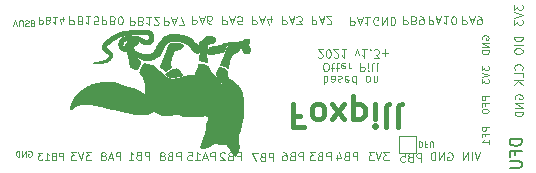
<source format=gbr>
%TF.GenerationSoftware,KiCad,Pcbnew,(5.99.0-7355-g8781ce7efb)*%
%TF.CreationDate,2021-01-22T11:19:26+01:00*%
%TF.ProjectId,FoxPill,466f7850-696c-46c2-9e6b-696361645f70,rev?*%
%TF.SameCoordinates,Original*%
%TF.FileFunction,Legend,Bot*%
%TF.FilePolarity,Positive*%
%FSLAX46Y46*%
G04 Gerber Fmt 4.6, Leading zero omitted, Abs format (unit mm)*
G04 Created by KiCad (PCBNEW (5.99.0-7355-g8781ce7efb)) date 2021-01-22 11:19:26*
%MOMM*%
%LPD*%
G01*
G04 APERTURE LIST*
%ADD10C,0.018520*%
%ADD11C,0.400000*%
%ADD12C,0.100000*%
%ADD13C,0.150000*%
%ADD14C,0.120000*%
G04 APERTURE END LIST*
D10*
X37884291Y-30931887D02*
X37879057Y-30936024D01*
X37879057Y-30936024D02*
X37873512Y-30940975D01*
X37873512Y-30940975D02*
X37867704Y-30946674D01*
X37867704Y-30946674D02*
X37861683Y-30953056D01*
X37861683Y-30953056D02*
X37855495Y-30960055D01*
X37855495Y-30960055D02*
X37849189Y-30967607D01*
X37849189Y-30967607D02*
X37842814Y-30975646D01*
X37842814Y-30975646D02*
X37836417Y-30984106D01*
X37836417Y-30984106D02*
X37830047Y-30992924D01*
X37830047Y-30992924D02*
X37823752Y-31002032D01*
X37823752Y-31002032D02*
X37817581Y-31011367D01*
X37817581Y-31011367D02*
X37811580Y-31020862D01*
X37811580Y-31020862D02*
X37805800Y-31030453D01*
X37805800Y-31030453D02*
X37800287Y-31040074D01*
X37800287Y-31040074D02*
X37795090Y-31049661D01*
X37795090Y-31049661D02*
X37790258Y-31059147D01*
X37790258Y-31059147D02*
X37748598Y-31143404D01*
X37748598Y-31143404D02*
X37711544Y-31217783D01*
X37711544Y-31217783D02*
X37704759Y-31232088D01*
X37704759Y-31232088D02*
X37698430Y-31246935D01*
X37698430Y-31246935D02*
X37692694Y-31261891D01*
X37692694Y-31261891D02*
X37687691Y-31276525D01*
X37687691Y-31276525D02*
X37683558Y-31290403D01*
X37683558Y-31290403D02*
X37681861Y-31296924D01*
X37681861Y-31296924D02*
X37680435Y-31303094D01*
X37680435Y-31303094D02*
X37679295Y-31308859D01*
X37679295Y-31308859D02*
X37678459Y-31314166D01*
X37678459Y-31314166D02*
X37677945Y-31318959D01*
X37677945Y-31318959D02*
X37677770Y-31323185D01*
X37677770Y-31323185D02*
X37677682Y-31327116D01*
X37677682Y-31327116D02*
X37677427Y-31331042D01*
X37677427Y-31331042D02*
X37677012Y-31334938D01*
X37677012Y-31334938D02*
X37676445Y-31338781D01*
X37676445Y-31338781D02*
X37675736Y-31342544D01*
X37675736Y-31342544D02*
X37674893Y-31346203D01*
X37674893Y-31346203D02*
X37673924Y-31349734D01*
X37673924Y-31349734D02*
X37672839Y-31353110D01*
X37672839Y-31353110D02*
X37671645Y-31356309D01*
X37671645Y-31356309D02*
X37670352Y-31359304D01*
X37670352Y-31359304D02*
X37668968Y-31362071D01*
X37668968Y-31362071D02*
X37667501Y-31364586D01*
X37667501Y-31364586D02*
X37665961Y-31366822D01*
X37665961Y-31366822D02*
X37664356Y-31368756D01*
X37664356Y-31368756D02*
X37662694Y-31370362D01*
X37662694Y-31370362D02*
X37660984Y-31371617D01*
X37660984Y-31371617D02*
X37660106Y-31372275D01*
X37660106Y-31372275D02*
X37659206Y-31373178D01*
X37659206Y-31373178D02*
X37658284Y-31374316D01*
X37658284Y-31374316D02*
X37657344Y-31375685D01*
X37657344Y-31375685D02*
X37655413Y-31379082D01*
X37655413Y-31379082D02*
X37653430Y-31383315D01*
X37653430Y-31383315D02*
X37651409Y-31388329D01*
X37651409Y-31388329D02*
X37649365Y-31394067D01*
X37649365Y-31394067D02*
X37647315Y-31400476D01*
X37647315Y-31400476D02*
X37645272Y-31407500D01*
X37645272Y-31407500D02*
X37643253Y-31415083D01*
X37643253Y-31415083D02*
X37641273Y-31423171D01*
X37641273Y-31423171D02*
X37639348Y-31431708D01*
X37639348Y-31431708D02*
X37637492Y-31440640D01*
X37637492Y-31440640D02*
X37635720Y-31449910D01*
X37635720Y-31449910D02*
X37634049Y-31459465D01*
X37634049Y-31459465D02*
X37632494Y-31469248D01*
X37632494Y-31469248D02*
X37631069Y-31479204D01*
X37631069Y-31479204D02*
X37628097Y-31499371D01*
X37628097Y-31499371D02*
X37624675Y-31519419D01*
X37624675Y-31519419D02*
X37620925Y-31538822D01*
X37620925Y-31538822D02*
X37616969Y-31557052D01*
X37616969Y-31557052D02*
X37612927Y-31573583D01*
X37612927Y-31573583D02*
X37608922Y-31587886D01*
X37608922Y-31587886D02*
X37605073Y-31599436D01*
X37605073Y-31599436D02*
X37603246Y-31604014D01*
X37603246Y-31604014D02*
X37601503Y-31607706D01*
X37601503Y-31607706D02*
X37599680Y-31611395D01*
X37599680Y-31611395D02*
X37598138Y-31614987D01*
X37598138Y-31614987D02*
X37596876Y-31618475D01*
X37596876Y-31618475D02*
X37595893Y-31621853D01*
X37595893Y-31621853D02*
X37595189Y-31625116D01*
X37595189Y-31625116D02*
X37594764Y-31628257D01*
X37594764Y-31628257D02*
X37594617Y-31631272D01*
X37594617Y-31631272D02*
X37594747Y-31634154D01*
X37594747Y-31634154D02*
X37594916Y-31635544D01*
X37594916Y-31635544D02*
X37595154Y-31636898D01*
X37595154Y-31636898D02*
X37595462Y-31638217D01*
X37595462Y-31638217D02*
X37595838Y-31639498D01*
X37595838Y-31639498D02*
X37596283Y-31640742D01*
X37596283Y-31640742D02*
X37596797Y-31641948D01*
X37596797Y-31641948D02*
X37597380Y-31643115D01*
X37597380Y-31643115D02*
X37598031Y-31644243D01*
X37598031Y-31644243D02*
X37598752Y-31645330D01*
X37598752Y-31645330D02*
X37599540Y-31646376D01*
X37599540Y-31646376D02*
X37600398Y-31647380D01*
X37600398Y-31647380D02*
X37601324Y-31648342D01*
X37601324Y-31648342D02*
X37602318Y-31649261D01*
X37602318Y-31649261D02*
X37603380Y-31650136D01*
X37603380Y-31650136D02*
X37604511Y-31650966D01*
X37604511Y-31650966D02*
X37605710Y-31651750D01*
X37605710Y-31651750D02*
X37607959Y-31652997D01*
X37607959Y-31652997D02*
X37610214Y-31653964D01*
X37610214Y-31653964D02*
X37612473Y-31654655D01*
X37612473Y-31654655D02*
X37614735Y-31655072D01*
X37614735Y-31655072D02*
X37616996Y-31655218D01*
X37616996Y-31655218D02*
X37619256Y-31655096D01*
X37619256Y-31655096D02*
X37621511Y-31654708D01*
X37621511Y-31654708D02*
X37623760Y-31654059D01*
X37623760Y-31654059D02*
X37626000Y-31653150D01*
X37626000Y-31653150D02*
X37628229Y-31651984D01*
X37628229Y-31651984D02*
X37630445Y-31650565D01*
X37630445Y-31650565D02*
X37632647Y-31648894D01*
X37632647Y-31648894D02*
X37634830Y-31646976D01*
X37634830Y-31646976D02*
X37636995Y-31644812D01*
X37636995Y-31644812D02*
X37639138Y-31642405D01*
X37639138Y-31642405D02*
X37641257Y-31639760D01*
X37641257Y-31639760D02*
X37643350Y-31636877D01*
X37643350Y-31636877D02*
X37645414Y-31633760D01*
X37645414Y-31633760D02*
X37647449Y-31630413D01*
X37647449Y-31630413D02*
X37649451Y-31626837D01*
X37649451Y-31626837D02*
X37651419Y-31623035D01*
X37651419Y-31623035D02*
X37653349Y-31619011D01*
X37653349Y-31619011D02*
X37655241Y-31614768D01*
X37655241Y-31614768D02*
X37657092Y-31610307D01*
X37657092Y-31610307D02*
X37658899Y-31605633D01*
X37658899Y-31605633D02*
X37660661Y-31600747D01*
X37660661Y-31600747D02*
X37662375Y-31595653D01*
X37662375Y-31595653D02*
X37664040Y-31590354D01*
X37664040Y-31590354D02*
X37665652Y-31584852D01*
X37665652Y-31584852D02*
X37667211Y-31579150D01*
X37667211Y-31579150D02*
X37668713Y-31573251D01*
X37668713Y-31573251D02*
X37670157Y-31567158D01*
X37670157Y-31567158D02*
X37672977Y-31556344D01*
X37672977Y-31556344D02*
X37676952Y-31543334D01*
X37676952Y-31543334D02*
X37681900Y-31528619D01*
X37681900Y-31528619D02*
X37687638Y-31512695D01*
X37687638Y-31512695D02*
X37693981Y-31496054D01*
X37693981Y-31496054D02*
X37700747Y-31479191D01*
X37700747Y-31479191D02*
X37707753Y-31462599D01*
X37707753Y-31462599D02*
X37714815Y-31446772D01*
X37714815Y-31446772D02*
X37721877Y-31430893D01*
X37721877Y-31430893D02*
X37728883Y-31414149D01*
X37728883Y-31414149D02*
X37735650Y-31397047D01*
X37735650Y-31397047D02*
X37741993Y-31380090D01*
X37741993Y-31380090D02*
X37747731Y-31363782D01*
X37747731Y-31363782D02*
X37752680Y-31348628D01*
X37752680Y-31348628D02*
X37756656Y-31335133D01*
X37756656Y-31335133D02*
X37759477Y-31323800D01*
X37759477Y-31323800D02*
X37760847Y-31317928D01*
X37760847Y-31317928D02*
X37762352Y-31312363D01*
X37762352Y-31312363D02*
X37763997Y-31307105D01*
X37763997Y-31307105D02*
X37765789Y-31302151D01*
X37765789Y-31302151D02*
X37767733Y-31297500D01*
X37767733Y-31297500D02*
X37769834Y-31293149D01*
X37769834Y-31293149D02*
X37772099Y-31289097D01*
X37772099Y-31289097D02*
X37774534Y-31285342D01*
X37774534Y-31285342D02*
X37777143Y-31281882D01*
X37777143Y-31281882D02*
X37779934Y-31278716D01*
X37779934Y-31278716D02*
X37782910Y-31275841D01*
X37782910Y-31275841D02*
X37786079Y-31273256D01*
X37786079Y-31273256D02*
X37789446Y-31270959D01*
X37789446Y-31270959D02*
X37793016Y-31268948D01*
X37793016Y-31268948D02*
X37796796Y-31267221D01*
X37796796Y-31267221D02*
X37800791Y-31265777D01*
X37800791Y-31265777D02*
X37805006Y-31264613D01*
X37805006Y-31264613D02*
X37809449Y-31263728D01*
X37809449Y-31263728D02*
X37814123Y-31263120D01*
X37814123Y-31263120D02*
X37819036Y-31262787D01*
X37819036Y-31262787D02*
X37824192Y-31262728D01*
X37824192Y-31262728D02*
X37829598Y-31262940D01*
X37829598Y-31262940D02*
X37835259Y-31263422D01*
X37835259Y-31263422D02*
X37841181Y-31264172D01*
X37841181Y-31264172D02*
X37847369Y-31265188D01*
X37847369Y-31265188D02*
X37853830Y-31266468D01*
X37853830Y-31266468D02*
X37860569Y-31268010D01*
X37860569Y-31268010D02*
X37867592Y-31269813D01*
X37867592Y-31269813D02*
X37874905Y-31271875D01*
X37874905Y-31271875D02*
X37882513Y-31274194D01*
X37882513Y-31274194D02*
X37898637Y-31279596D01*
X37898637Y-31279596D02*
X37915002Y-31284694D01*
X37915002Y-31284694D02*
X37932504Y-31288889D01*
X37932504Y-31288889D02*
X37950970Y-31292194D01*
X37950970Y-31292194D02*
X37970230Y-31294620D01*
X37970230Y-31294620D02*
X37990111Y-31296177D01*
X37990111Y-31296177D02*
X38010441Y-31296878D01*
X38010441Y-31296878D02*
X38031050Y-31296735D01*
X38031050Y-31296735D02*
X38051764Y-31295758D01*
X38051764Y-31295758D02*
X38072413Y-31293959D01*
X38072413Y-31293959D02*
X38092824Y-31291350D01*
X38092824Y-31291350D02*
X38112825Y-31287943D01*
X38112825Y-31287943D02*
X38132246Y-31283748D01*
X38132246Y-31283748D02*
X38150913Y-31278778D01*
X38150913Y-31278778D02*
X38168656Y-31273043D01*
X38168656Y-31273043D02*
X38185302Y-31266556D01*
X38185302Y-31266556D02*
X38200680Y-31259328D01*
X38200680Y-31259328D02*
X38207481Y-31255934D01*
X38207481Y-31255934D02*
X38214004Y-31252935D01*
X38214004Y-31252935D02*
X38220270Y-31250329D01*
X38220270Y-31250329D02*
X38226297Y-31248113D01*
X38226297Y-31248113D02*
X38232107Y-31246287D01*
X38232107Y-31246287D02*
X38237717Y-31244847D01*
X38237717Y-31244847D02*
X38243148Y-31243794D01*
X38243148Y-31243794D02*
X38248420Y-31243124D01*
X38248420Y-31243124D02*
X38253552Y-31242836D01*
X38253552Y-31242836D02*
X38258563Y-31242929D01*
X38258563Y-31242929D02*
X38263474Y-31243399D01*
X38263474Y-31243399D02*
X38268304Y-31244246D01*
X38268304Y-31244246D02*
X38273072Y-31245468D01*
X38273072Y-31245468D02*
X38277799Y-31247063D01*
X38277799Y-31247063D02*
X38282504Y-31249029D01*
X38282504Y-31249029D02*
X38287206Y-31251364D01*
X38287206Y-31251364D02*
X38290972Y-31253734D01*
X38290972Y-31253734D02*
X38295258Y-31257073D01*
X38295258Y-31257073D02*
X38305283Y-31266498D01*
X38305283Y-31266498D02*
X38317061Y-31279319D01*
X38317061Y-31279319D02*
X38330374Y-31295215D01*
X38330374Y-31295215D02*
X38345004Y-31313865D01*
X38345004Y-31313865D02*
X38360733Y-31334948D01*
X38360733Y-31334948D02*
X38377343Y-31358144D01*
X38377343Y-31358144D02*
X38394615Y-31383131D01*
X38394615Y-31383131D02*
X38412331Y-31409589D01*
X38412331Y-31409589D02*
X38430274Y-31437196D01*
X38430274Y-31437196D02*
X38448224Y-31465633D01*
X38448224Y-31465633D02*
X38465963Y-31494578D01*
X38465963Y-31494578D02*
X38483274Y-31523710D01*
X38483274Y-31523710D02*
X38499938Y-31552708D01*
X38499938Y-31552708D02*
X38515736Y-31581251D01*
X38515736Y-31581251D02*
X38530452Y-31609020D01*
X38530452Y-31609020D02*
X38539563Y-31625925D01*
X38539563Y-31625925D02*
X38548626Y-31641303D01*
X38548626Y-31641303D02*
X38557640Y-31655151D01*
X38557640Y-31655151D02*
X38566602Y-31667469D01*
X38566602Y-31667469D02*
X38575514Y-31678258D01*
X38575514Y-31678258D02*
X38579950Y-31683078D01*
X38579950Y-31683078D02*
X38584373Y-31687515D01*
X38584373Y-31687515D02*
X38588783Y-31691569D01*
X38588783Y-31691569D02*
X38593179Y-31695241D01*
X38593179Y-31695241D02*
X38597562Y-31698530D01*
X38597562Y-31698530D02*
X38601931Y-31701435D01*
X38601931Y-31701435D02*
X38606286Y-31703957D01*
X38606286Y-31703957D02*
X38610627Y-31706097D01*
X38610627Y-31706097D02*
X38614955Y-31707852D01*
X38614955Y-31707852D02*
X38619268Y-31709225D01*
X38619268Y-31709225D02*
X38623567Y-31710214D01*
X38623567Y-31710214D02*
X38627852Y-31710820D01*
X38627852Y-31710820D02*
X38632122Y-31711042D01*
X38632122Y-31711042D02*
X38636378Y-31710880D01*
X38636378Y-31710880D02*
X38640619Y-31710335D01*
X38640619Y-31710335D02*
X38644845Y-31709406D01*
X38644845Y-31709406D02*
X38649056Y-31708093D01*
X38649056Y-31708093D02*
X38653252Y-31706396D01*
X38653252Y-31706396D02*
X38657433Y-31704315D01*
X38657433Y-31704315D02*
X38661599Y-31701851D01*
X38661599Y-31701851D02*
X38665750Y-31699002D01*
X38665750Y-31699002D02*
X38669885Y-31695768D01*
X38669885Y-31695768D02*
X38673492Y-31692442D01*
X38673492Y-31692442D02*
X38676720Y-31688757D01*
X38676720Y-31688757D02*
X38679564Y-31684702D01*
X38679564Y-31684702D02*
X38682022Y-31680263D01*
X38682022Y-31680263D02*
X38684090Y-31675429D01*
X38684090Y-31675429D02*
X38685766Y-31670188D01*
X38685766Y-31670188D02*
X38687046Y-31664528D01*
X38687046Y-31664528D02*
X38687927Y-31658437D01*
X38687927Y-31658437D02*
X38688407Y-31651902D01*
X38688407Y-31651902D02*
X38688481Y-31644911D01*
X38688481Y-31644911D02*
X38688148Y-31637453D01*
X38688148Y-31637453D02*
X38687403Y-31629515D01*
X38687403Y-31629515D02*
X38686244Y-31621086D01*
X38686244Y-31621086D02*
X38684667Y-31612152D01*
X38684667Y-31612152D02*
X38682670Y-31602702D01*
X38682670Y-31602702D02*
X38680249Y-31592724D01*
X38680249Y-31592724D02*
X38677402Y-31582206D01*
X38677402Y-31582206D02*
X38674124Y-31571135D01*
X38674124Y-31571135D02*
X38666268Y-31547289D01*
X38666268Y-31547289D02*
X38656654Y-31521088D01*
X38656654Y-31521088D02*
X38645258Y-31492435D01*
X38645258Y-31492435D02*
X38632056Y-31461234D01*
X38632056Y-31461234D02*
X38617023Y-31427388D01*
X38617023Y-31427388D02*
X38600133Y-31390800D01*
X38600133Y-31390800D02*
X38581361Y-31351373D01*
X38581361Y-31351373D02*
X38558191Y-31305206D01*
X38558191Y-31305206D02*
X38534247Y-31261120D01*
X38534247Y-31261120D02*
X38509596Y-31219182D01*
X38509596Y-31219182D02*
X38484303Y-31179463D01*
X38484303Y-31179463D02*
X38458431Y-31142030D01*
X38458431Y-31142030D02*
X38432046Y-31106951D01*
X38432046Y-31106951D02*
X38405212Y-31074295D01*
X38405212Y-31074295D02*
X38377995Y-31044131D01*
X38377995Y-31044131D02*
X38350458Y-31016526D01*
X38350458Y-31016526D02*
X38322668Y-30991549D01*
X38322668Y-30991549D02*
X38294689Y-30969268D01*
X38294689Y-30969268D02*
X38266585Y-30949752D01*
X38266585Y-30949752D02*
X38238421Y-30933070D01*
X38238421Y-30933070D02*
X38210263Y-30919288D01*
X38210263Y-30919288D02*
X38182174Y-30908477D01*
X38182174Y-30908477D02*
X38154221Y-30900704D01*
X38154221Y-30900704D02*
X38135901Y-30897080D01*
X38135901Y-30897080D02*
X38117145Y-30894272D01*
X38117145Y-30894272D02*
X38098087Y-30892263D01*
X38098087Y-30892263D02*
X38078861Y-30891040D01*
X38078861Y-30891040D02*
X38059604Y-30890586D01*
X38059604Y-30890586D02*
X38040450Y-30890885D01*
X38040450Y-30890885D02*
X38021535Y-30891922D01*
X38021535Y-30891922D02*
X38002992Y-30893681D01*
X38002992Y-30893681D02*
X37984958Y-30896147D01*
X37984958Y-30896147D02*
X37967567Y-30899304D01*
X37967567Y-30899304D02*
X37950955Y-30903137D01*
X37950955Y-30903137D02*
X37935256Y-30907630D01*
X37935256Y-30907630D02*
X37920605Y-30912767D01*
X37920605Y-30912767D02*
X37907138Y-30918532D01*
X37907138Y-30918532D02*
X37894990Y-30924911D01*
X37894990Y-30924911D02*
X37884295Y-30931887D01*
X37884295Y-30931887D02*
X37884294Y-30931887D01*
X37884294Y-30931887D02*
X37884293Y-30931887D01*
X37884293Y-30931887D02*
X37884292Y-30931887D01*
X37884292Y-30931887D02*
X37884291Y-30931887D01*
X37884291Y-30931887D02*
X37884291Y-30931887D01*
G36*
X38078861Y-30891040D02*
G01*
X38098087Y-30892263D01*
X38117145Y-30894272D01*
X38135901Y-30897080D01*
X38154221Y-30900704D01*
X38182174Y-30908477D01*
X38210263Y-30919288D01*
X38238421Y-30933070D01*
X38266585Y-30949752D01*
X38294689Y-30969268D01*
X38322668Y-30991549D01*
X38350458Y-31016526D01*
X38377995Y-31044131D01*
X38405212Y-31074295D01*
X38432046Y-31106951D01*
X38458431Y-31142030D01*
X38484303Y-31179463D01*
X38509596Y-31219182D01*
X38534247Y-31261120D01*
X38558191Y-31305206D01*
X38581361Y-31351373D01*
X38600133Y-31390800D01*
X38617023Y-31427388D01*
X38632056Y-31461234D01*
X38645258Y-31492435D01*
X38656654Y-31521088D01*
X38666268Y-31547289D01*
X38674124Y-31571135D01*
X38677402Y-31582206D01*
X38680249Y-31592724D01*
X38682670Y-31602702D01*
X38684667Y-31612152D01*
X38686244Y-31621086D01*
X38687403Y-31629515D01*
X38688148Y-31637453D01*
X38688481Y-31644911D01*
X38688407Y-31651902D01*
X38687927Y-31658437D01*
X38687046Y-31664528D01*
X38685766Y-31670188D01*
X38684090Y-31675429D01*
X38682022Y-31680263D01*
X38679564Y-31684702D01*
X38676720Y-31688757D01*
X38673492Y-31692442D01*
X38669885Y-31695768D01*
X38665750Y-31699002D01*
X38661599Y-31701851D01*
X38657433Y-31704315D01*
X38653252Y-31706396D01*
X38649056Y-31708093D01*
X38644845Y-31709406D01*
X38640619Y-31710335D01*
X38636378Y-31710880D01*
X38632122Y-31711042D01*
X38627852Y-31710820D01*
X38623567Y-31710214D01*
X38619268Y-31709225D01*
X38614955Y-31707852D01*
X38610627Y-31706097D01*
X38606286Y-31703957D01*
X38601931Y-31701435D01*
X38597562Y-31698530D01*
X38593179Y-31695241D01*
X38588783Y-31691569D01*
X38584373Y-31687515D01*
X38579950Y-31683078D01*
X38575514Y-31678258D01*
X38566602Y-31667469D01*
X38557640Y-31655151D01*
X38548626Y-31641303D01*
X38539563Y-31625925D01*
X38530452Y-31609020D01*
X38515736Y-31581251D01*
X38499938Y-31552708D01*
X38483274Y-31523710D01*
X38465963Y-31494578D01*
X38448224Y-31465633D01*
X38430274Y-31437196D01*
X38412331Y-31409589D01*
X38394615Y-31383131D01*
X38377343Y-31358144D01*
X38360733Y-31334948D01*
X38345004Y-31313865D01*
X38330374Y-31295215D01*
X38317061Y-31279319D01*
X38305283Y-31266498D01*
X38295258Y-31257073D01*
X38290972Y-31253734D01*
X38287206Y-31251364D01*
X38282504Y-31249029D01*
X38277799Y-31247063D01*
X38273072Y-31245468D01*
X38268304Y-31244246D01*
X38263474Y-31243399D01*
X38258563Y-31242929D01*
X38253552Y-31242836D01*
X38248420Y-31243124D01*
X38243148Y-31243794D01*
X38237717Y-31244847D01*
X38232107Y-31246287D01*
X38226297Y-31248113D01*
X38220270Y-31250329D01*
X38214004Y-31252935D01*
X38207481Y-31255934D01*
X38200680Y-31259328D01*
X38185302Y-31266556D01*
X38168656Y-31273043D01*
X38150913Y-31278778D01*
X38132246Y-31283748D01*
X38112825Y-31287943D01*
X38092824Y-31291350D01*
X38072413Y-31293959D01*
X38051764Y-31295758D01*
X38031050Y-31296735D01*
X38010441Y-31296878D01*
X37990111Y-31296177D01*
X37970230Y-31294620D01*
X37950970Y-31292194D01*
X37932504Y-31288889D01*
X37915002Y-31284694D01*
X37898637Y-31279596D01*
X37882513Y-31274194D01*
X37874905Y-31271875D01*
X37867592Y-31269813D01*
X37860569Y-31268010D01*
X37853830Y-31266468D01*
X37847369Y-31265188D01*
X37841181Y-31264172D01*
X37835259Y-31263422D01*
X37829598Y-31262940D01*
X37824192Y-31262728D01*
X37819036Y-31262787D01*
X37814123Y-31263120D01*
X37809449Y-31263728D01*
X37805006Y-31264613D01*
X37800791Y-31265777D01*
X37796796Y-31267221D01*
X37793016Y-31268948D01*
X37789446Y-31270959D01*
X37786079Y-31273256D01*
X37782910Y-31275841D01*
X37779934Y-31278716D01*
X37777143Y-31281882D01*
X37774534Y-31285342D01*
X37772099Y-31289097D01*
X37769834Y-31293149D01*
X37767733Y-31297500D01*
X37765789Y-31302151D01*
X37763997Y-31307105D01*
X37762352Y-31312363D01*
X37760847Y-31317928D01*
X37759477Y-31323800D01*
X37756656Y-31335133D01*
X37752680Y-31348628D01*
X37747731Y-31363782D01*
X37741993Y-31380090D01*
X37735650Y-31397047D01*
X37728883Y-31414149D01*
X37721877Y-31430893D01*
X37714815Y-31446772D01*
X37707753Y-31462599D01*
X37700747Y-31479191D01*
X37693981Y-31496054D01*
X37687638Y-31512695D01*
X37681900Y-31528619D01*
X37676952Y-31543334D01*
X37672977Y-31556344D01*
X37670157Y-31567158D01*
X37668713Y-31573251D01*
X37667211Y-31579150D01*
X37665652Y-31584852D01*
X37664040Y-31590354D01*
X37662375Y-31595653D01*
X37660661Y-31600747D01*
X37658899Y-31605633D01*
X37657092Y-31610307D01*
X37655241Y-31614768D01*
X37653349Y-31619011D01*
X37651419Y-31623035D01*
X37649451Y-31626837D01*
X37647449Y-31630413D01*
X37645414Y-31633760D01*
X37643350Y-31636877D01*
X37641257Y-31639760D01*
X37639138Y-31642405D01*
X37636995Y-31644812D01*
X37634830Y-31646976D01*
X37632647Y-31648894D01*
X37630445Y-31650565D01*
X37628229Y-31651984D01*
X37626000Y-31653150D01*
X37623760Y-31654059D01*
X37621511Y-31654708D01*
X37619256Y-31655096D01*
X37616996Y-31655218D01*
X37614735Y-31655072D01*
X37612473Y-31654655D01*
X37610214Y-31653964D01*
X37607959Y-31652997D01*
X37605710Y-31651750D01*
X37604511Y-31650966D01*
X37603380Y-31650136D01*
X37602318Y-31649261D01*
X37601324Y-31648342D01*
X37600398Y-31647380D01*
X37599540Y-31646376D01*
X37598752Y-31645330D01*
X37598031Y-31644243D01*
X37597380Y-31643115D01*
X37596797Y-31641948D01*
X37596283Y-31640742D01*
X37595838Y-31639498D01*
X37595462Y-31638217D01*
X37595154Y-31636898D01*
X37594916Y-31635544D01*
X37594747Y-31634154D01*
X37594617Y-31631272D01*
X37594764Y-31628257D01*
X37595189Y-31625116D01*
X37595893Y-31621853D01*
X37596876Y-31618475D01*
X37598138Y-31614987D01*
X37599680Y-31611395D01*
X37601503Y-31607706D01*
X37603246Y-31604014D01*
X37605073Y-31599436D01*
X37608922Y-31587886D01*
X37612927Y-31573583D01*
X37616969Y-31557052D01*
X37620925Y-31538822D01*
X37624675Y-31519419D01*
X37628097Y-31499371D01*
X37631069Y-31479204D01*
X37632494Y-31469248D01*
X37634049Y-31459465D01*
X37635720Y-31449910D01*
X37637492Y-31440640D01*
X37639348Y-31431708D01*
X37641273Y-31423171D01*
X37643253Y-31415083D01*
X37645272Y-31407500D01*
X37647315Y-31400476D01*
X37649365Y-31394067D01*
X37651409Y-31388329D01*
X37653430Y-31383315D01*
X37655413Y-31379082D01*
X37657344Y-31375685D01*
X37658284Y-31374316D01*
X37659206Y-31373178D01*
X37660106Y-31372275D01*
X37660984Y-31371617D01*
X37662694Y-31370362D01*
X37664356Y-31368756D01*
X37665961Y-31366822D01*
X37667501Y-31364586D01*
X37668968Y-31362071D01*
X37670352Y-31359304D01*
X37671645Y-31356309D01*
X37672839Y-31353110D01*
X37673924Y-31349734D01*
X37674893Y-31346203D01*
X37675736Y-31342544D01*
X37676445Y-31338781D01*
X37677012Y-31334938D01*
X37677427Y-31331042D01*
X37677682Y-31327116D01*
X37677770Y-31323185D01*
X37677945Y-31318959D01*
X37678459Y-31314166D01*
X37679295Y-31308859D01*
X37680435Y-31303094D01*
X37681861Y-31296924D01*
X37683558Y-31290403D01*
X37687691Y-31276525D01*
X37692694Y-31261891D01*
X37698430Y-31246935D01*
X37704759Y-31232088D01*
X37711544Y-31217783D01*
X37748598Y-31143404D01*
X37790258Y-31059147D01*
X37795090Y-31049661D01*
X37800287Y-31040074D01*
X37805800Y-31030453D01*
X37811580Y-31020862D01*
X37817581Y-31011367D01*
X37823752Y-31002032D01*
X37830047Y-30992924D01*
X37836417Y-30984106D01*
X37842814Y-30975646D01*
X37849189Y-30967607D01*
X37855495Y-30960055D01*
X37861683Y-30953056D01*
X37867704Y-30946674D01*
X37873512Y-30940975D01*
X37879057Y-30936024D01*
X37884291Y-30931887D01*
X37884295Y-30931887D01*
X37894990Y-30924911D01*
X37907138Y-30918532D01*
X37920605Y-30912767D01*
X37935256Y-30907630D01*
X37950955Y-30903137D01*
X37967567Y-30899304D01*
X37984958Y-30896147D01*
X38002992Y-30893681D01*
X38021535Y-30891922D01*
X38040450Y-30890885D01*
X38059604Y-30890586D01*
X38078861Y-30891040D01*
G37*
X38078861Y-30891040D02*
X38098087Y-30892263D01*
X38117145Y-30894272D01*
X38135901Y-30897080D01*
X38154221Y-30900704D01*
X38182174Y-30908477D01*
X38210263Y-30919288D01*
X38238421Y-30933070D01*
X38266585Y-30949752D01*
X38294689Y-30969268D01*
X38322668Y-30991549D01*
X38350458Y-31016526D01*
X38377995Y-31044131D01*
X38405212Y-31074295D01*
X38432046Y-31106951D01*
X38458431Y-31142030D01*
X38484303Y-31179463D01*
X38509596Y-31219182D01*
X38534247Y-31261120D01*
X38558191Y-31305206D01*
X38581361Y-31351373D01*
X38600133Y-31390800D01*
X38617023Y-31427388D01*
X38632056Y-31461234D01*
X38645258Y-31492435D01*
X38656654Y-31521088D01*
X38666268Y-31547289D01*
X38674124Y-31571135D01*
X38677402Y-31582206D01*
X38680249Y-31592724D01*
X38682670Y-31602702D01*
X38684667Y-31612152D01*
X38686244Y-31621086D01*
X38687403Y-31629515D01*
X38688148Y-31637453D01*
X38688481Y-31644911D01*
X38688407Y-31651902D01*
X38687927Y-31658437D01*
X38687046Y-31664528D01*
X38685766Y-31670188D01*
X38684090Y-31675429D01*
X38682022Y-31680263D01*
X38679564Y-31684702D01*
X38676720Y-31688757D01*
X38673492Y-31692442D01*
X38669885Y-31695768D01*
X38665750Y-31699002D01*
X38661599Y-31701851D01*
X38657433Y-31704315D01*
X38653252Y-31706396D01*
X38649056Y-31708093D01*
X38644845Y-31709406D01*
X38640619Y-31710335D01*
X38636378Y-31710880D01*
X38632122Y-31711042D01*
X38627852Y-31710820D01*
X38623567Y-31710214D01*
X38619268Y-31709225D01*
X38614955Y-31707852D01*
X38610627Y-31706097D01*
X38606286Y-31703957D01*
X38601931Y-31701435D01*
X38597562Y-31698530D01*
X38593179Y-31695241D01*
X38588783Y-31691569D01*
X38584373Y-31687515D01*
X38579950Y-31683078D01*
X38575514Y-31678258D01*
X38566602Y-31667469D01*
X38557640Y-31655151D01*
X38548626Y-31641303D01*
X38539563Y-31625925D01*
X38530452Y-31609020D01*
X38515736Y-31581251D01*
X38499938Y-31552708D01*
X38483274Y-31523710D01*
X38465963Y-31494578D01*
X38448224Y-31465633D01*
X38430274Y-31437196D01*
X38412331Y-31409589D01*
X38394615Y-31383131D01*
X38377343Y-31358144D01*
X38360733Y-31334948D01*
X38345004Y-31313865D01*
X38330374Y-31295215D01*
X38317061Y-31279319D01*
X38305283Y-31266498D01*
X38295258Y-31257073D01*
X38290972Y-31253734D01*
X38287206Y-31251364D01*
X38282504Y-31249029D01*
X38277799Y-31247063D01*
X38273072Y-31245468D01*
X38268304Y-31244246D01*
X38263474Y-31243399D01*
X38258563Y-31242929D01*
X38253552Y-31242836D01*
X38248420Y-31243124D01*
X38243148Y-31243794D01*
X38237717Y-31244847D01*
X38232107Y-31246287D01*
X38226297Y-31248113D01*
X38220270Y-31250329D01*
X38214004Y-31252935D01*
X38207481Y-31255934D01*
X38200680Y-31259328D01*
X38185302Y-31266556D01*
X38168656Y-31273043D01*
X38150913Y-31278778D01*
X38132246Y-31283748D01*
X38112825Y-31287943D01*
X38092824Y-31291350D01*
X38072413Y-31293959D01*
X38051764Y-31295758D01*
X38031050Y-31296735D01*
X38010441Y-31296878D01*
X37990111Y-31296177D01*
X37970230Y-31294620D01*
X37950970Y-31292194D01*
X37932504Y-31288889D01*
X37915002Y-31284694D01*
X37898637Y-31279596D01*
X37882513Y-31274194D01*
X37874905Y-31271875D01*
X37867592Y-31269813D01*
X37860569Y-31268010D01*
X37853830Y-31266468D01*
X37847369Y-31265188D01*
X37841181Y-31264172D01*
X37835259Y-31263422D01*
X37829598Y-31262940D01*
X37824192Y-31262728D01*
X37819036Y-31262787D01*
X37814123Y-31263120D01*
X37809449Y-31263728D01*
X37805006Y-31264613D01*
X37800791Y-31265777D01*
X37796796Y-31267221D01*
X37793016Y-31268948D01*
X37789446Y-31270959D01*
X37786079Y-31273256D01*
X37782910Y-31275841D01*
X37779934Y-31278716D01*
X37777143Y-31281882D01*
X37774534Y-31285342D01*
X37772099Y-31289097D01*
X37769834Y-31293149D01*
X37767733Y-31297500D01*
X37765789Y-31302151D01*
X37763997Y-31307105D01*
X37762352Y-31312363D01*
X37760847Y-31317928D01*
X37759477Y-31323800D01*
X37756656Y-31335133D01*
X37752680Y-31348628D01*
X37747731Y-31363782D01*
X37741993Y-31380090D01*
X37735650Y-31397047D01*
X37728883Y-31414149D01*
X37721877Y-31430893D01*
X37714815Y-31446772D01*
X37707753Y-31462599D01*
X37700747Y-31479191D01*
X37693981Y-31496054D01*
X37687638Y-31512695D01*
X37681900Y-31528619D01*
X37676952Y-31543334D01*
X37672977Y-31556344D01*
X37670157Y-31567158D01*
X37668713Y-31573251D01*
X37667211Y-31579150D01*
X37665652Y-31584852D01*
X37664040Y-31590354D01*
X37662375Y-31595653D01*
X37660661Y-31600747D01*
X37658899Y-31605633D01*
X37657092Y-31610307D01*
X37655241Y-31614768D01*
X37653349Y-31619011D01*
X37651419Y-31623035D01*
X37649451Y-31626837D01*
X37647449Y-31630413D01*
X37645414Y-31633760D01*
X37643350Y-31636877D01*
X37641257Y-31639760D01*
X37639138Y-31642405D01*
X37636995Y-31644812D01*
X37634830Y-31646976D01*
X37632647Y-31648894D01*
X37630445Y-31650565D01*
X37628229Y-31651984D01*
X37626000Y-31653150D01*
X37623760Y-31654059D01*
X37621511Y-31654708D01*
X37619256Y-31655096D01*
X37616996Y-31655218D01*
X37614735Y-31655072D01*
X37612473Y-31654655D01*
X37610214Y-31653964D01*
X37607959Y-31652997D01*
X37605710Y-31651750D01*
X37604511Y-31650966D01*
X37603380Y-31650136D01*
X37602318Y-31649261D01*
X37601324Y-31648342D01*
X37600398Y-31647380D01*
X37599540Y-31646376D01*
X37598752Y-31645330D01*
X37598031Y-31644243D01*
X37597380Y-31643115D01*
X37596797Y-31641948D01*
X37596283Y-31640742D01*
X37595838Y-31639498D01*
X37595462Y-31638217D01*
X37595154Y-31636898D01*
X37594916Y-31635544D01*
X37594747Y-31634154D01*
X37594617Y-31631272D01*
X37594764Y-31628257D01*
X37595189Y-31625116D01*
X37595893Y-31621853D01*
X37596876Y-31618475D01*
X37598138Y-31614987D01*
X37599680Y-31611395D01*
X37601503Y-31607706D01*
X37603246Y-31604014D01*
X37605073Y-31599436D01*
X37608922Y-31587886D01*
X37612927Y-31573583D01*
X37616969Y-31557052D01*
X37620925Y-31538822D01*
X37624675Y-31519419D01*
X37628097Y-31499371D01*
X37631069Y-31479204D01*
X37632494Y-31469248D01*
X37634049Y-31459465D01*
X37635720Y-31449910D01*
X37637492Y-31440640D01*
X37639348Y-31431708D01*
X37641273Y-31423171D01*
X37643253Y-31415083D01*
X37645272Y-31407500D01*
X37647315Y-31400476D01*
X37649365Y-31394067D01*
X37651409Y-31388329D01*
X37653430Y-31383315D01*
X37655413Y-31379082D01*
X37657344Y-31375685D01*
X37658284Y-31374316D01*
X37659206Y-31373178D01*
X37660106Y-31372275D01*
X37660984Y-31371617D01*
X37662694Y-31370362D01*
X37664356Y-31368756D01*
X37665961Y-31366822D01*
X37667501Y-31364586D01*
X37668968Y-31362071D01*
X37670352Y-31359304D01*
X37671645Y-31356309D01*
X37672839Y-31353110D01*
X37673924Y-31349734D01*
X37674893Y-31346203D01*
X37675736Y-31342544D01*
X37676445Y-31338781D01*
X37677012Y-31334938D01*
X37677427Y-31331042D01*
X37677682Y-31327116D01*
X37677770Y-31323185D01*
X37677945Y-31318959D01*
X37678459Y-31314166D01*
X37679295Y-31308859D01*
X37680435Y-31303094D01*
X37681861Y-31296924D01*
X37683558Y-31290403D01*
X37687691Y-31276525D01*
X37692694Y-31261891D01*
X37698430Y-31246935D01*
X37704759Y-31232088D01*
X37711544Y-31217783D01*
X37748598Y-31143404D01*
X37790258Y-31059147D01*
X37795090Y-31049661D01*
X37800287Y-31040074D01*
X37805800Y-31030453D01*
X37811580Y-31020862D01*
X37817581Y-31011367D01*
X37823752Y-31002032D01*
X37830047Y-30992924D01*
X37836417Y-30984106D01*
X37842814Y-30975646D01*
X37849189Y-30967607D01*
X37855495Y-30960055D01*
X37861683Y-30953056D01*
X37867704Y-30946674D01*
X37873512Y-30940975D01*
X37879057Y-30936024D01*
X37884291Y-30931887D01*
X37884295Y-30931887D01*
X37894990Y-30924911D01*
X37907138Y-30918532D01*
X37920605Y-30912767D01*
X37935256Y-30907630D01*
X37950955Y-30903137D01*
X37967567Y-30899304D01*
X37984958Y-30896147D01*
X38002992Y-30893681D01*
X38021535Y-30891922D01*
X38040450Y-30890885D01*
X38059604Y-30890586D01*
X38078861Y-30891040D01*
X31680041Y-26427405D02*
X31699466Y-26433827D01*
X31699466Y-26433827D02*
X31728796Y-26442543D01*
X31728796Y-26442543D02*
X31766586Y-26453170D01*
X31766586Y-26453170D02*
X31811395Y-26465320D01*
X31811395Y-26465320D02*
X31916290Y-26492648D01*
X31916290Y-26492648D02*
X32031936Y-26521443D01*
X32031936Y-26521443D02*
X32118422Y-26542829D01*
X32118422Y-26542829D02*
X32188274Y-26561191D01*
X32188274Y-26561191D02*
X32244943Y-26577848D01*
X32244943Y-26577848D02*
X32269414Y-26585949D01*
X32269414Y-26585949D02*
X32291884Y-26594119D01*
X32291884Y-26594119D02*
X32312785Y-26602522D01*
X32312785Y-26602522D02*
X32332548Y-26611324D01*
X32332548Y-26611324D02*
X32351606Y-26620689D01*
X32351606Y-26620689D02*
X32370390Y-26630783D01*
X32370390Y-26630783D02*
X32389331Y-26641769D01*
X32389331Y-26641769D02*
X32408862Y-26653814D01*
X32408862Y-26653814D02*
X32451416Y-26681738D01*
X32451416Y-26681738D02*
X32482686Y-26703615D01*
X32482686Y-26703615D02*
X32517622Y-26729550D01*
X32517622Y-26729550D02*
X32597226Y-26792467D01*
X32597226Y-26792467D02*
X32687692Y-26868234D01*
X32687692Y-26868234D02*
X32786487Y-26954594D01*
X32786487Y-26954594D02*
X32891075Y-27049289D01*
X32891075Y-27049289D02*
X32998919Y-27150064D01*
X32998919Y-27150064D02*
X33107489Y-27254662D01*
X33107489Y-27254662D02*
X33214248Y-27360826D01*
X33214248Y-27360826D02*
X33291366Y-27438271D01*
X33291366Y-27438271D02*
X33323984Y-27470321D01*
X33323984Y-27470321D02*
X33353371Y-27498434D01*
X33353371Y-27498434D02*
X33380076Y-27522993D01*
X33380076Y-27522993D02*
X33404647Y-27544382D01*
X33404647Y-27544382D02*
X33427631Y-27562985D01*
X33427631Y-27562985D02*
X33449577Y-27579186D01*
X33449577Y-27579186D02*
X33471033Y-27593367D01*
X33471033Y-27593367D02*
X33492546Y-27605912D01*
X33492546Y-27605912D02*
X33514664Y-27617206D01*
X33514664Y-27617206D02*
X33537936Y-27627631D01*
X33537936Y-27627631D02*
X33562909Y-27637572D01*
X33562909Y-27637572D02*
X33590132Y-27647411D01*
X33590132Y-27647411D02*
X33653517Y-27668320D01*
X33653517Y-27668320D02*
X33690340Y-27679063D01*
X33690340Y-27679063D02*
X33729166Y-27688476D01*
X33729166Y-27688476D02*
X33769687Y-27696554D01*
X33769687Y-27696554D02*
X33811594Y-27703293D01*
X33811594Y-27703293D02*
X33854576Y-27708688D01*
X33854576Y-27708688D02*
X33898325Y-27712735D01*
X33898325Y-27712735D02*
X33942532Y-27715428D01*
X33942532Y-27715428D02*
X33986887Y-27716763D01*
X33986887Y-27716763D02*
X34031082Y-27716737D01*
X34031082Y-27716737D02*
X34074806Y-27715343D01*
X34074806Y-27715343D02*
X34117750Y-27712578D01*
X34117750Y-27712578D02*
X34159606Y-27708437D01*
X34159606Y-27708437D02*
X34200064Y-27702916D01*
X34200064Y-27702916D02*
X34238815Y-27696009D01*
X34238815Y-27696009D02*
X34275549Y-27687713D01*
X34275549Y-27687713D02*
X34309957Y-27678022D01*
X34309957Y-27678022D02*
X34334865Y-27670616D01*
X34334865Y-27670616D02*
X34360659Y-27663683D01*
X34360659Y-27663683D02*
X34386592Y-27657374D01*
X34386592Y-27657374D02*
X34411917Y-27651845D01*
X34411917Y-27651845D02*
X34435886Y-27647249D01*
X34435886Y-27647249D02*
X34457752Y-27643738D01*
X34457752Y-27643738D02*
X34476768Y-27641468D01*
X34476768Y-27641468D02*
X34484973Y-27640845D01*
X34484973Y-27640845D02*
X34492185Y-27640590D01*
X34492185Y-27640590D02*
X34499461Y-27640283D01*
X34499461Y-27640283D02*
X34507853Y-27639507D01*
X34507853Y-27639507D02*
X34517261Y-27638287D01*
X34517261Y-27638287D02*
X34527585Y-27636647D01*
X34527585Y-27636647D02*
X34550583Y-27632207D01*
X34550583Y-27632207D02*
X34576050Y-27626381D01*
X34576050Y-27626381D02*
X34603189Y-27619362D01*
X34603189Y-27619362D02*
X34631200Y-27611347D01*
X34631200Y-27611347D02*
X34659288Y-27602530D01*
X34659288Y-27602530D02*
X34686654Y-27593105D01*
X34686654Y-27593105D02*
X34761048Y-27566656D01*
X34761048Y-27566656D02*
X34829566Y-27543239D01*
X34829566Y-27543239D02*
X34892952Y-27522637D01*
X34892952Y-27522637D02*
X34951950Y-27504628D01*
X34951950Y-27504628D02*
X35007303Y-27488995D01*
X35007303Y-27488995D02*
X35059756Y-27475518D01*
X35059756Y-27475518D02*
X35110052Y-27463980D01*
X35110052Y-27463980D02*
X35158935Y-27454160D01*
X35158935Y-27454160D02*
X35183496Y-27449380D01*
X35183496Y-27449380D02*
X35207140Y-27444400D01*
X35207140Y-27444400D02*
X35229298Y-27439366D01*
X35229298Y-27439366D02*
X35249399Y-27434425D01*
X35249399Y-27434425D02*
X35266873Y-27429723D01*
X35266873Y-27429723D02*
X35281152Y-27425406D01*
X35281152Y-27425406D02*
X35291665Y-27421621D01*
X35291665Y-27421621D02*
X35295331Y-27419973D01*
X35295331Y-27419973D02*
X35297842Y-27418513D01*
X35297842Y-27418513D02*
X35302081Y-27415643D01*
X35302081Y-27415643D02*
X35306483Y-27412961D01*
X35306483Y-27412961D02*
X35311069Y-27410467D01*
X35311069Y-27410467D02*
X35315856Y-27408162D01*
X35315856Y-27408162D02*
X35320863Y-27406045D01*
X35320863Y-27406045D02*
X35326109Y-27404117D01*
X35326109Y-27404117D02*
X35331610Y-27402377D01*
X35331610Y-27402377D02*
X35337387Y-27400827D01*
X35337387Y-27400827D02*
X35343457Y-27399465D01*
X35343457Y-27399465D02*
X35349839Y-27398293D01*
X35349839Y-27398293D02*
X35356552Y-27397310D01*
X35356552Y-27397310D02*
X35363613Y-27396516D01*
X35363613Y-27396516D02*
X35378854Y-27395497D01*
X35378854Y-27395497D02*
X35395711Y-27395237D01*
X35395711Y-27395237D02*
X35414331Y-27395738D01*
X35414331Y-27395738D02*
X35434861Y-27396999D01*
X35434861Y-27396999D02*
X35457449Y-27399023D01*
X35457449Y-27399023D02*
X35482241Y-27401810D01*
X35482241Y-27401810D02*
X35509385Y-27405360D01*
X35509385Y-27405360D02*
X35539029Y-27409676D01*
X35539029Y-27409676D02*
X35571319Y-27414758D01*
X35571319Y-27414758D02*
X35606403Y-27420606D01*
X35606403Y-27420606D02*
X35648392Y-27427435D01*
X35648392Y-27427435D02*
X35688092Y-27433248D01*
X35688092Y-27433248D02*
X35724596Y-27437957D01*
X35724596Y-27437957D02*
X35756998Y-27441476D01*
X35756998Y-27441476D02*
X35784390Y-27443716D01*
X35784390Y-27443716D02*
X35805867Y-27444591D01*
X35805867Y-27444591D02*
X35814103Y-27444490D01*
X35814103Y-27444490D02*
X35820521Y-27444014D01*
X35820521Y-27444014D02*
X35825006Y-27443153D01*
X35825006Y-27443153D02*
X35827446Y-27441896D01*
X35827446Y-27441896D02*
X35829285Y-27439399D01*
X35829285Y-27439399D02*
X35832005Y-27434897D01*
X35832005Y-27434897D02*
X35839878Y-27420330D01*
X35839878Y-27420330D02*
X35850634Y-27399087D01*
X35850634Y-27399087D02*
X35863841Y-27372063D01*
X35863841Y-27372063D02*
X35879068Y-27340151D01*
X35879068Y-27340151D02*
X35895885Y-27304245D01*
X35895885Y-27304245D02*
X35913860Y-27265239D01*
X35913860Y-27265239D02*
X35932561Y-27224025D01*
X35932561Y-27224025D02*
X36061889Y-26936952D01*
X36061889Y-26936952D02*
X36065896Y-26927477D01*
X36065896Y-26927477D02*
X36070141Y-26916335D01*
X36070141Y-26916335D02*
X36079194Y-26889612D01*
X36079194Y-26889612D02*
X36088754Y-26857901D01*
X36088754Y-26857901D02*
X36098526Y-26822325D01*
X36098526Y-26822325D02*
X36108214Y-26784001D01*
X36108214Y-26784001D02*
X36117524Y-26744054D01*
X36117524Y-26744054D02*
X36126161Y-26703603D01*
X36126161Y-26703603D02*
X36133829Y-26663767D01*
X36133829Y-26663767D02*
X36168180Y-26473929D01*
X36168180Y-26473929D02*
X36337618Y-26473929D01*
X36337618Y-26473929D02*
X36374087Y-26474466D01*
X36374087Y-26474466D02*
X36410111Y-26476074D01*
X36410111Y-26476074D02*
X36445650Y-26478740D01*
X36445650Y-26478740D02*
X36480665Y-26482456D01*
X36480665Y-26482456D02*
X36515119Y-26487211D01*
X36515119Y-26487211D02*
X36548971Y-26492995D01*
X36548971Y-26492995D02*
X36582185Y-26499799D01*
X36582185Y-26499799D02*
X36614720Y-26507612D01*
X36614720Y-26507612D02*
X36646538Y-26516424D01*
X36646538Y-26516424D02*
X36677602Y-26526226D01*
X36677602Y-26526226D02*
X36707871Y-26537007D01*
X36707871Y-26537007D02*
X36737307Y-26548759D01*
X36737307Y-26548759D02*
X36765873Y-26561469D01*
X36765873Y-26561469D02*
X36793528Y-26575129D01*
X36793528Y-26575129D02*
X36820234Y-26589727D01*
X36820234Y-26589727D02*
X36845953Y-26605255D01*
X36845953Y-26605255D02*
X36863580Y-26616079D01*
X36863580Y-26616079D02*
X36881106Y-26626177D01*
X36881106Y-26626177D02*
X36898070Y-26635328D01*
X36898070Y-26635328D02*
X36914011Y-26643310D01*
X36914011Y-26643310D02*
X36928468Y-26649904D01*
X36928468Y-26649904D02*
X36934996Y-26652610D01*
X36934996Y-26652610D02*
X36940980Y-26654887D01*
X36940980Y-26654887D02*
X36946363Y-26656706D01*
X36946363Y-26656706D02*
X36951087Y-26658039D01*
X36951087Y-26658039D02*
X36955094Y-26658859D01*
X36955094Y-26658859D02*
X36958327Y-26659139D01*
X36958327Y-26659139D02*
X36959922Y-26659248D01*
X36959922Y-26659248D02*
X36961548Y-26659576D01*
X36961548Y-26659576D02*
X36963203Y-26660119D01*
X36963203Y-26660119D02*
X36964886Y-26660874D01*
X36964886Y-26660874D02*
X36966596Y-26661839D01*
X36966596Y-26661839D02*
X36968330Y-26663010D01*
X36968330Y-26663010D02*
X36970086Y-26664386D01*
X36970086Y-26664386D02*
X36971864Y-26665962D01*
X36971864Y-26665962D02*
X36973662Y-26667736D01*
X36973662Y-26667736D02*
X36975477Y-26669707D01*
X36975477Y-26669707D02*
X36977308Y-26671869D01*
X36977308Y-26671869D02*
X36979153Y-26674222D01*
X36979153Y-26674222D02*
X36981012Y-26676762D01*
X36981012Y-26676762D02*
X36982881Y-26679485D01*
X36982881Y-26679485D02*
X36984760Y-26682391D01*
X36984760Y-26682391D02*
X36986647Y-26685475D01*
X36986647Y-26685475D02*
X36988540Y-26688735D01*
X36988540Y-26688735D02*
X36990437Y-26692168D01*
X36990437Y-26692168D02*
X36994238Y-26699541D01*
X36994238Y-26699541D02*
X36998037Y-26707574D01*
X36998037Y-26707574D02*
X37001820Y-26716242D01*
X37001820Y-26716242D02*
X37005574Y-26725524D01*
X37005574Y-26725524D02*
X37009286Y-26735398D01*
X37009286Y-26735398D02*
X37012942Y-26745840D01*
X37012942Y-26745840D02*
X37016528Y-26756828D01*
X37016528Y-26756828D02*
X37020347Y-26767882D01*
X37020347Y-26767882D02*
X37025398Y-26780790D01*
X37025398Y-26780790D02*
X37038861Y-26811530D01*
X37038861Y-26811530D02*
X37056252Y-26847775D01*
X37056252Y-26847775D02*
X37076905Y-26888254D01*
X37076905Y-26888254D02*
X37100154Y-26931693D01*
X37100154Y-26931693D02*
X37125334Y-26976821D01*
X37125334Y-26976821D02*
X37151778Y-27022364D01*
X37151778Y-27022364D02*
X37178823Y-27067052D01*
X37178823Y-27067052D02*
X37218798Y-27130844D01*
X37218798Y-27130844D02*
X37252859Y-27182818D01*
X37252859Y-27182818D02*
X37268319Y-27205125D01*
X37268319Y-27205125D02*
X37283076Y-27225381D01*
X37283076Y-27225381D02*
X37297389Y-27243886D01*
X37297389Y-27243886D02*
X37311516Y-27260941D01*
X37311516Y-27260941D02*
X37325718Y-27276847D01*
X37325718Y-27276847D02*
X37340251Y-27291905D01*
X37340251Y-27291905D02*
X37355376Y-27306417D01*
X37355376Y-27306417D02*
X37371350Y-27320682D01*
X37371350Y-27320682D02*
X37388432Y-27335003D01*
X37388432Y-27335003D02*
X37406881Y-27349680D01*
X37406881Y-27349680D02*
X37448916Y-27381307D01*
X37448916Y-27381307D02*
X37476361Y-27401932D01*
X37476361Y-27401932D02*
X37501851Y-27422146D01*
X37501851Y-27422146D02*
X37525527Y-27442140D01*
X37525527Y-27442140D02*
X37547530Y-27462109D01*
X37547530Y-27462109D02*
X37567999Y-27482244D01*
X37567999Y-27482244D02*
X37587076Y-27502740D01*
X37587076Y-27502740D02*
X37604902Y-27523787D01*
X37604902Y-27523787D02*
X37621615Y-27545581D01*
X37621615Y-27545581D02*
X37637358Y-27568312D01*
X37637358Y-27568312D02*
X37652271Y-27592174D01*
X37652271Y-27592174D02*
X37666494Y-27617360D01*
X37666494Y-27617360D02*
X37680168Y-27644062D01*
X37680168Y-27644062D02*
X37693434Y-27672474D01*
X37693434Y-27672474D02*
X37706431Y-27702788D01*
X37706431Y-27702788D02*
X37719301Y-27735196D01*
X37719301Y-27735196D02*
X37732184Y-27769893D01*
X37732184Y-27769893D02*
X37742647Y-27798173D01*
X37742647Y-27798173D02*
X37752910Y-27824209D01*
X37752910Y-27824209D02*
X37763129Y-27848205D01*
X37763129Y-27848205D02*
X37773465Y-27870364D01*
X37773465Y-27870364D02*
X37784076Y-27890889D01*
X37784076Y-27890889D02*
X37795122Y-27909984D01*
X37795122Y-27909984D02*
X37806760Y-27927853D01*
X37806760Y-27927853D02*
X37819152Y-27944698D01*
X37819152Y-27944698D02*
X37832454Y-27960723D01*
X37832454Y-27960723D02*
X37846827Y-27976132D01*
X37846827Y-27976132D02*
X37862429Y-27991128D01*
X37862429Y-27991128D02*
X37879419Y-28005914D01*
X37879419Y-28005914D02*
X37897957Y-28020693D01*
X37897957Y-28020693D02*
X37918201Y-28035670D01*
X37918201Y-28035670D02*
X37940310Y-28051047D01*
X37940310Y-28051047D02*
X37964444Y-28067029D01*
X37964444Y-28067029D02*
X38083168Y-28144867D01*
X38083168Y-28144867D02*
X38182186Y-28211853D01*
X38182186Y-28211853D02*
X38264778Y-28270613D01*
X38264778Y-28270613D02*
X38300940Y-28297730D01*
X38300940Y-28297730D02*
X38334226Y-28323775D01*
X38334226Y-28323775D02*
X38365046Y-28349079D01*
X38365046Y-28349079D02*
X38393809Y-28373968D01*
X38393809Y-28373968D02*
X38420927Y-28398771D01*
X38420927Y-28398771D02*
X38446809Y-28423818D01*
X38446809Y-28423818D02*
X38471865Y-28449436D01*
X38471865Y-28449436D02*
X38496505Y-28475954D01*
X38496505Y-28475954D02*
X38546179Y-28533003D01*
X38546179Y-28533003D02*
X38580996Y-28575477D01*
X38580996Y-28575477D02*
X38596807Y-28595686D01*
X38596807Y-28595686D02*
X38611710Y-28615470D01*
X38611710Y-28615470D02*
X38625824Y-28635025D01*
X38625824Y-28635025D02*
X38639268Y-28654547D01*
X38639268Y-28654547D02*
X38652158Y-28674230D01*
X38652158Y-28674230D02*
X38664615Y-28694269D01*
X38664615Y-28694269D02*
X38676755Y-28714862D01*
X38676755Y-28714862D02*
X38688698Y-28736202D01*
X38688698Y-28736202D02*
X38700562Y-28758486D01*
X38700562Y-28758486D02*
X38712465Y-28781909D01*
X38712465Y-28781909D02*
X38724525Y-28806666D01*
X38724525Y-28806666D02*
X38736861Y-28832953D01*
X38736861Y-28832953D02*
X38762833Y-28890898D01*
X38762833Y-28890898D02*
X38770189Y-28907214D01*
X38770189Y-28907214D02*
X38777576Y-28922614D01*
X38777576Y-28922614D02*
X38784961Y-28937062D01*
X38784961Y-28937062D02*
X38792311Y-28950514D01*
X38792311Y-28950514D02*
X38799593Y-28962927D01*
X38799593Y-28962927D02*
X38806772Y-28974261D01*
X38806772Y-28974261D02*
X38813816Y-28984472D01*
X38813816Y-28984472D02*
X38820690Y-28993521D01*
X38820690Y-28993521D02*
X38827362Y-29001364D01*
X38827362Y-29001364D02*
X38833798Y-29007960D01*
X38833798Y-29007960D02*
X38839964Y-29013267D01*
X38839964Y-29013267D02*
X38845827Y-29017244D01*
X38845827Y-29017244D02*
X38851353Y-29019849D01*
X38851353Y-29019849D02*
X38853980Y-29020624D01*
X38853980Y-29020624D02*
X38856510Y-29021040D01*
X38856510Y-29021040D02*
X38858938Y-29021092D01*
X38858938Y-29021092D02*
X38861262Y-29020775D01*
X38861262Y-29020775D02*
X38863477Y-29020083D01*
X38863477Y-29020083D02*
X38865578Y-29019012D01*
X38865578Y-29019012D02*
X38866400Y-29018530D01*
X38866400Y-29018530D02*
X38867212Y-29018104D01*
X38867212Y-29018104D02*
X38868013Y-29017735D01*
X38868013Y-29017735D02*
X38868801Y-29017421D01*
X38868801Y-29017421D02*
X38869576Y-29017162D01*
X38869576Y-29017162D02*
X38870336Y-29016958D01*
X38870336Y-29016958D02*
X38871080Y-29016807D01*
X38871080Y-29016807D02*
X38871808Y-29016710D01*
X38871808Y-29016710D02*
X38872518Y-29016665D01*
X38872518Y-29016665D02*
X38873210Y-29016672D01*
X38873210Y-29016672D02*
X38873882Y-29016730D01*
X38873882Y-29016730D02*
X38874533Y-29016840D01*
X38874533Y-29016840D02*
X38875162Y-29016999D01*
X38875162Y-29016999D02*
X38875769Y-29017207D01*
X38875769Y-29017207D02*
X38876352Y-29017465D01*
X38876352Y-29017465D02*
X38876910Y-29017770D01*
X38876910Y-29017770D02*
X38877442Y-29018123D01*
X38877442Y-29018123D02*
X38877947Y-29018524D01*
X38877947Y-29018524D02*
X38878425Y-29018970D01*
X38878425Y-29018970D02*
X38878873Y-29019462D01*
X38878873Y-29019462D02*
X38879292Y-29020000D01*
X38879292Y-29020000D02*
X38879679Y-29020581D01*
X38879679Y-29020581D02*
X38880035Y-29021207D01*
X38880035Y-29021207D02*
X38880357Y-29021876D01*
X38880357Y-29021876D02*
X38880646Y-29022587D01*
X38880646Y-29022587D02*
X38880899Y-29023341D01*
X38880899Y-29023341D02*
X38881116Y-29024136D01*
X38881116Y-29024136D02*
X38881296Y-29024972D01*
X38881296Y-29024972D02*
X38881438Y-29025847D01*
X38881438Y-29025847D02*
X38881540Y-29026763D01*
X38881540Y-29026763D02*
X38881602Y-29027717D01*
X38881602Y-29027717D02*
X38881623Y-29028710D01*
X38881623Y-29028710D02*
X38881647Y-29029715D01*
X38881647Y-29029715D02*
X38881718Y-29030708D01*
X38881718Y-29030708D02*
X38881835Y-29031686D01*
X38881835Y-29031686D02*
X38881996Y-29032650D01*
X38881996Y-29032650D02*
X38882200Y-29033597D01*
X38882200Y-29033597D02*
X38882447Y-29034526D01*
X38882447Y-29034526D02*
X38882735Y-29035436D01*
X38882735Y-29035436D02*
X38883063Y-29036325D01*
X38883063Y-29036325D02*
X38883430Y-29037194D01*
X38883430Y-29037194D02*
X38883835Y-29038039D01*
X38883835Y-29038039D02*
X38884275Y-29038860D01*
X38884275Y-29038860D02*
X38884751Y-29039656D01*
X38884751Y-29039656D02*
X38885261Y-29040426D01*
X38885261Y-29040426D02*
X38885804Y-29041167D01*
X38885804Y-29041167D02*
X38886379Y-29041880D01*
X38886379Y-29041880D02*
X38886985Y-29042562D01*
X38886985Y-29042562D02*
X38887619Y-29043213D01*
X38887619Y-29043213D02*
X38888282Y-29043830D01*
X38888282Y-29043830D02*
X38888972Y-29044414D01*
X38888972Y-29044414D02*
X38889688Y-29044962D01*
X38889688Y-29044962D02*
X38890429Y-29045473D01*
X38890429Y-29045473D02*
X38891193Y-29045947D01*
X38891193Y-29045947D02*
X38891980Y-29046382D01*
X38891980Y-29046382D02*
X38892788Y-29046776D01*
X38892788Y-29046776D02*
X38893616Y-29047128D01*
X38893616Y-29047128D02*
X38894463Y-29047438D01*
X38894463Y-29047438D02*
X38895327Y-29047703D01*
X38895327Y-29047703D02*
X38896208Y-29047923D01*
X38896208Y-29047923D02*
X38897105Y-29048096D01*
X38897105Y-29048096D02*
X38898015Y-29048222D01*
X38898015Y-29048222D02*
X38898939Y-29048298D01*
X38898939Y-29048298D02*
X38899874Y-29048323D01*
X38899874Y-29048323D02*
X38902645Y-29047289D01*
X38902645Y-29047289D02*
X38904263Y-29044259D01*
X38904263Y-29044259D02*
X38904778Y-29039338D01*
X38904778Y-29039338D02*
X38904241Y-29032635D01*
X38904241Y-29032635D02*
X38900212Y-29014309D01*
X38900212Y-29014309D02*
X38892582Y-28990137D01*
X38892582Y-28990137D02*
X38881754Y-28960974D01*
X38881754Y-28960974D02*
X38868132Y-28927677D01*
X38868132Y-28927677D02*
X38852122Y-28891104D01*
X38852122Y-28891104D02*
X38834126Y-28852107D01*
X38834126Y-28852107D02*
X38814550Y-28811544D01*
X38814550Y-28811544D02*
X38793798Y-28770272D01*
X38793798Y-28770272D02*
X38772274Y-28729146D01*
X38772274Y-28729146D02*
X38750383Y-28689023D01*
X38750383Y-28689023D02*
X38728528Y-28650759D01*
X38728528Y-28650759D02*
X38707114Y-28615210D01*
X38707114Y-28615210D02*
X38686546Y-28583232D01*
X38686546Y-28583232D02*
X38667227Y-28555681D01*
X38667227Y-28555681D02*
X38647679Y-28529944D01*
X38647679Y-28529944D02*
X38627275Y-28504338D01*
X38627275Y-28504338D02*
X38606068Y-28478911D01*
X38606068Y-28478911D02*
X38584110Y-28453715D01*
X38584110Y-28453715D02*
X38561453Y-28428800D01*
X38561453Y-28428800D02*
X38538149Y-28404214D01*
X38538149Y-28404214D02*
X38514253Y-28380009D01*
X38514253Y-28380009D02*
X38489815Y-28356234D01*
X38489815Y-28356234D02*
X38464888Y-28332940D01*
X38464888Y-28332940D02*
X38439526Y-28310176D01*
X38439526Y-28310176D02*
X38413779Y-28287993D01*
X38413779Y-28287993D02*
X38387702Y-28266440D01*
X38387702Y-28266440D02*
X38361346Y-28245568D01*
X38361346Y-28245568D02*
X38334763Y-28225427D01*
X38334763Y-28225427D02*
X38308007Y-28206066D01*
X38308007Y-28206066D02*
X38281130Y-28187537D01*
X38281130Y-28187537D02*
X38250913Y-28166497D01*
X38250913Y-28166497D02*
X38219567Y-28143329D01*
X38219567Y-28143329D02*
X38187517Y-28118438D01*
X38187517Y-28118438D02*
X38155186Y-28092230D01*
X38155186Y-28092230D02*
X38091385Y-28037489D01*
X38091385Y-28037489D02*
X38031560Y-27982358D01*
X38031560Y-27982358D02*
X38004201Y-27955661D01*
X38004201Y-27955661D02*
X37979110Y-27930085D01*
X37979110Y-27930085D02*
X37956712Y-27906037D01*
X37956712Y-27906037D02*
X37937432Y-27883922D01*
X37937432Y-27883922D02*
X37921694Y-27864147D01*
X37921694Y-27864147D02*
X37909923Y-27847118D01*
X37909923Y-27847118D02*
X37902544Y-27833241D01*
X37902544Y-27833241D02*
X37900635Y-27827612D01*
X37900635Y-27827612D02*
X37899982Y-27822923D01*
X37899982Y-27822923D02*
X37899873Y-27821491D01*
X37899873Y-27821491D02*
X37899554Y-27819756D01*
X37899554Y-27819756D02*
X37898307Y-27815412D01*
X37898307Y-27815412D02*
X37896281Y-27809968D01*
X37896281Y-27809968D02*
X37893518Y-27803499D01*
X37893518Y-27803499D02*
X37890061Y-27796082D01*
X37890061Y-27796082D02*
X37885952Y-27787794D01*
X37885952Y-27787794D02*
X37881232Y-27778711D01*
X37881232Y-27778711D02*
X37875944Y-27768910D01*
X37875944Y-27768910D02*
X37863829Y-27747458D01*
X37863829Y-27747458D02*
X37849943Y-27724050D01*
X37849943Y-27724050D02*
X37834622Y-27699297D01*
X37834622Y-27699297D02*
X37818201Y-27673811D01*
X37818201Y-27673811D02*
X37799660Y-27644761D01*
X37799660Y-27644761D02*
X37783740Y-27618036D01*
X37783740Y-27618036D02*
X37776779Y-27605580D01*
X37776779Y-27605580D02*
X37770492Y-27593747D01*
X37770492Y-27593747D02*
X37764885Y-27582550D01*
X37764885Y-27582550D02*
X37759965Y-27572005D01*
X37759965Y-27572005D02*
X37755737Y-27562124D01*
X37755737Y-27562124D02*
X37752208Y-27552921D01*
X37752208Y-27552921D02*
X37749384Y-27544410D01*
X37749384Y-27544410D02*
X37747272Y-27536606D01*
X37747272Y-27536606D02*
X37745877Y-27529522D01*
X37745877Y-27529522D02*
X37745205Y-27523172D01*
X37745205Y-27523172D02*
X37745264Y-27517570D01*
X37745264Y-27517570D02*
X37746058Y-27512729D01*
X37746058Y-27512729D02*
X37746871Y-27508555D01*
X37746871Y-27508555D02*
X37747335Y-27503647D01*
X37747335Y-27503647D02*
X37747464Y-27498068D01*
X37747464Y-27498068D02*
X37747268Y-27491879D01*
X37747268Y-27491879D02*
X37746759Y-27485141D01*
X37746759Y-27485141D02*
X37745949Y-27477916D01*
X37745949Y-27477916D02*
X37744848Y-27470267D01*
X37744848Y-27470267D02*
X37743468Y-27462254D01*
X37743468Y-27462254D02*
X37741820Y-27453939D01*
X37741820Y-27453939D02*
X37739917Y-27445384D01*
X37739917Y-27445384D02*
X37737768Y-27436650D01*
X37737768Y-27436650D02*
X37735387Y-27427800D01*
X37735387Y-27427800D02*
X37732784Y-27418894D01*
X37732784Y-27418894D02*
X37729970Y-27409995D01*
X37729970Y-27409995D02*
X37726957Y-27401165D01*
X37726957Y-27401165D02*
X37723757Y-27392464D01*
X37723757Y-27392464D02*
X37715823Y-27369889D01*
X37715823Y-27369889D02*
X37709527Y-27347753D01*
X37709527Y-27347753D02*
X37704922Y-27325823D01*
X37704922Y-27325823D02*
X37703270Y-27314862D01*
X37703270Y-27314862D02*
X37702060Y-27303865D01*
X37702060Y-27303865D02*
X37701300Y-27292802D01*
X37701300Y-27292802D02*
X37700995Y-27281645D01*
X37700995Y-27281645D02*
X37701152Y-27270363D01*
X37701152Y-27270363D02*
X37701779Y-27258928D01*
X37701779Y-27258928D02*
X37702880Y-27247311D01*
X37702880Y-27247311D02*
X37704464Y-27235482D01*
X37704464Y-27235482D02*
X37706536Y-27223412D01*
X37706536Y-27223412D02*
X37709104Y-27211073D01*
X37709104Y-27211073D02*
X37715751Y-27185466D01*
X37715751Y-27185466D02*
X37724458Y-27158427D01*
X37724458Y-27158427D02*
X37735277Y-27129724D01*
X37735277Y-27129724D02*
X37748263Y-27099123D01*
X37748263Y-27099123D02*
X37763466Y-27066388D01*
X37763466Y-27066388D02*
X37780941Y-27031288D01*
X37780941Y-27031288D02*
X37800739Y-26993587D01*
X37800739Y-26993587D02*
X37822914Y-26953052D01*
X37822914Y-26953052D02*
X37929286Y-26761836D01*
X37929286Y-26761836D02*
X38011118Y-26767743D01*
X38011118Y-26767743D02*
X38037804Y-26770738D01*
X38037804Y-26770738D02*
X38067353Y-26775979D01*
X38067353Y-26775979D02*
X38099336Y-26783287D01*
X38099336Y-26783287D02*
X38133319Y-26792486D01*
X38133319Y-26792486D02*
X38168873Y-26803397D01*
X38168873Y-26803397D02*
X38205566Y-26815843D01*
X38205566Y-26815843D02*
X38242968Y-26829648D01*
X38242968Y-26829648D02*
X38280646Y-26844632D01*
X38280646Y-26844632D02*
X38318171Y-26860619D01*
X38318171Y-26860619D02*
X38355111Y-26877431D01*
X38355111Y-26877431D02*
X38391034Y-26894891D01*
X38391034Y-26894891D02*
X38425510Y-26912821D01*
X38425510Y-26912821D02*
X38458107Y-26931043D01*
X38458107Y-26931043D02*
X38488395Y-26949380D01*
X38488395Y-26949380D02*
X38515943Y-26967654D01*
X38515943Y-26967654D02*
X38540318Y-26985688D01*
X38540318Y-26985688D02*
X38615732Y-27045147D01*
X38615732Y-27045147D02*
X38638682Y-27338315D01*
X38638682Y-27338315D02*
X38649117Y-27456105D01*
X38649117Y-27456105D02*
X38660567Y-27560104D01*
X38660567Y-27560104D02*
X38666238Y-27603411D01*
X38666238Y-27603411D02*
X38671643Y-27639045D01*
X38671643Y-27639045D02*
X38676607Y-27665598D01*
X38676607Y-27665598D02*
X38680958Y-27681661D01*
X38680958Y-27681661D02*
X38682426Y-27685323D01*
X38682426Y-27685323D02*
X38683963Y-27688854D01*
X38683963Y-27688854D02*
X38685579Y-27692262D01*
X38685579Y-27692262D02*
X38687281Y-27695551D01*
X38687281Y-27695551D02*
X38689078Y-27698726D01*
X38689078Y-27698726D02*
X38690979Y-27701795D01*
X38690979Y-27701795D02*
X38692992Y-27704762D01*
X38692992Y-27704762D02*
X38695126Y-27707632D01*
X38695126Y-27707632D02*
X38697389Y-27710411D01*
X38697389Y-27710411D02*
X38699790Y-27713105D01*
X38699790Y-27713105D02*
X38702338Y-27715720D01*
X38702338Y-27715720D02*
X38705041Y-27718260D01*
X38705041Y-27718260D02*
X38707908Y-27720732D01*
X38707908Y-27720732D02*
X38710947Y-27723141D01*
X38710947Y-27723141D02*
X38714166Y-27725492D01*
X38714166Y-27725492D02*
X38717575Y-27727792D01*
X38717575Y-27727792D02*
X38721182Y-27730045D01*
X38721182Y-27730045D02*
X38724995Y-27732257D01*
X38724995Y-27732257D02*
X38729023Y-27734434D01*
X38729023Y-27734434D02*
X38733275Y-27736581D01*
X38733275Y-27736581D02*
X38737758Y-27738704D01*
X38737758Y-27738704D02*
X38742483Y-27740809D01*
X38742483Y-27740809D02*
X38752688Y-27744985D01*
X38752688Y-27744985D02*
X38763958Y-27749152D01*
X38763958Y-27749152D02*
X38776362Y-27753357D01*
X38776362Y-27753357D02*
X38789968Y-27757643D01*
X38789968Y-27757643D02*
X38804845Y-27762054D01*
X38804845Y-27762054D02*
X38844795Y-27773806D01*
X38844795Y-27773806D02*
X38880883Y-27784976D01*
X38880883Y-27784976D02*
X38913559Y-27795864D01*
X38913559Y-27795864D02*
X38943275Y-27806775D01*
X38943275Y-27806775D02*
X38970479Y-27818009D01*
X38970479Y-27818009D02*
X38995622Y-27829870D01*
X38995622Y-27829870D02*
X39019155Y-27842660D01*
X39019155Y-27842660D02*
X39041526Y-27856681D01*
X39041526Y-27856681D02*
X39063187Y-27872235D01*
X39063187Y-27872235D02*
X39084587Y-27889625D01*
X39084587Y-27889625D02*
X39106176Y-27909153D01*
X39106176Y-27909153D02*
X39128406Y-27931121D01*
X39128406Y-27931121D02*
X39151725Y-27955832D01*
X39151725Y-27955832D02*
X39176584Y-27983588D01*
X39176584Y-27983588D02*
X39232722Y-28049445D01*
X39232722Y-28049445D02*
X39269455Y-28092480D01*
X39269455Y-28092480D02*
X39304689Y-28131927D01*
X39304689Y-28131927D02*
X39338240Y-28167609D01*
X39338240Y-28167609D02*
X39369927Y-28199350D01*
X39369927Y-28199350D02*
X39399567Y-28226975D01*
X39399567Y-28226975D02*
X39413563Y-28239188D01*
X39413563Y-28239188D02*
X39426979Y-28250306D01*
X39426979Y-28250306D02*
X39439793Y-28260306D01*
X39439793Y-28260306D02*
X39451981Y-28269167D01*
X39451981Y-28269167D02*
X39463521Y-28276867D01*
X39463521Y-28276867D02*
X39474390Y-28283383D01*
X39474390Y-28283383D02*
X39488085Y-28291335D01*
X39488085Y-28291335D02*
X39500869Y-28299376D01*
X39500869Y-28299376D02*
X39512942Y-28307755D01*
X39512942Y-28307755D02*
X39524502Y-28316722D01*
X39524502Y-28316722D02*
X39530152Y-28321504D01*
X39530152Y-28321504D02*
X39535749Y-28326528D01*
X39535749Y-28326528D02*
X39541317Y-28331823D01*
X39541317Y-28331823D02*
X39546882Y-28337422D01*
X39546882Y-28337422D02*
X39552468Y-28343356D01*
X39552468Y-28343356D02*
X39558101Y-28349655D01*
X39558101Y-28349655D02*
X39569604Y-28363477D01*
X39569604Y-28363477D02*
X39581592Y-28379138D01*
X39581592Y-28379138D02*
X39594263Y-28396889D01*
X39594263Y-28396889D02*
X39607817Y-28416979D01*
X39607817Y-28416979D02*
X39622453Y-28439658D01*
X39622453Y-28439658D02*
X39638370Y-28465177D01*
X39638370Y-28465177D02*
X39655768Y-28493786D01*
X39655768Y-28493786D02*
X39674846Y-28525735D01*
X39674846Y-28525735D02*
X39695803Y-28561274D01*
X39695803Y-28561274D02*
X39738614Y-28634859D01*
X39738614Y-28634859D02*
X39756448Y-28666373D01*
X39756448Y-28666373D02*
X39772229Y-28695212D01*
X39772229Y-28695212D02*
X39786205Y-28722008D01*
X39786205Y-28722008D02*
X39798621Y-28747394D01*
X39798621Y-28747394D02*
X39809724Y-28772001D01*
X39809724Y-28772001D02*
X39819761Y-28796464D01*
X39819761Y-28796464D02*
X39828977Y-28821413D01*
X39828977Y-28821413D02*
X39837619Y-28847482D01*
X39837619Y-28847482D02*
X39845935Y-28875303D01*
X39845935Y-28875303D02*
X39854169Y-28905509D01*
X39854169Y-28905509D02*
X39871381Y-28975602D01*
X39871381Y-28975602D02*
X39891226Y-29062825D01*
X39891226Y-29062825D02*
X39917854Y-29191313D01*
X39917854Y-29191313D02*
X39940394Y-29319606D01*
X39940394Y-29319606D02*
X39958593Y-29445069D01*
X39958593Y-29445069D02*
X39972196Y-29565069D01*
X39972196Y-29565069D02*
X39980950Y-29676970D01*
X39980950Y-29676970D02*
X39984600Y-29778140D01*
X39984600Y-29778140D02*
X39984432Y-29823877D01*
X39984432Y-29823877D02*
X39982893Y-29865944D01*
X39982893Y-29865944D02*
X39979951Y-29904010D01*
X39979951Y-29904010D02*
X39975574Y-29937747D01*
X39975574Y-29937747D02*
X39971661Y-29968082D01*
X39971661Y-29968082D02*
X39968002Y-30008439D01*
X39968002Y-30008439D02*
X39964680Y-30057072D01*
X39964680Y-30057072D02*
X39961774Y-30112237D01*
X39961774Y-30112237D02*
X39959365Y-30172188D01*
X39959365Y-30172188D02*
X39957534Y-30235179D01*
X39957534Y-30235179D02*
X39956361Y-30299466D01*
X39956361Y-30299466D02*
X39955926Y-30363302D01*
X39955926Y-30363302D02*
X39954503Y-30517770D01*
X39954503Y-30517770D02*
X39950547Y-30663838D01*
X39950547Y-30663838D02*
X39944214Y-30799598D01*
X39944214Y-30799598D02*
X39935661Y-30923137D01*
X39935661Y-30923137D02*
X39925045Y-31032545D01*
X39925045Y-31032545D02*
X39912521Y-31125913D01*
X39912521Y-31125913D02*
X39898247Y-31201328D01*
X39898247Y-31201328D02*
X39890502Y-31231706D01*
X39890502Y-31231706D02*
X39882378Y-31256880D01*
X39882378Y-31256880D02*
X39874192Y-31281711D01*
X39874192Y-31281711D02*
X39864684Y-31315098D01*
X39864684Y-31315098D02*
X39854196Y-31355579D01*
X39854196Y-31355579D02*
X39843069Y-31401693D01*
X39843069Y-31401693D02*
X39831646Y-31451978D01*
X39831646Y-31451978D02*
X39820268Y-31504973D01*
X39820268Y-31504973D02*
X39809277Y-31559215D01*
X39809277Y-31559215D02*
X39799016Y-31613244D01*
X39799016Y-31613244D02*
X39787582Y-31671694D01*
X39787582Y-31671694D02*
X39773232Y-31738608D01*
X39773232Y-31738608D02*
X39756543Y-31811635D01*
X39756543Y-31811635D02*
X39738093Y-31888426D01*
X39738093Y-31888426D02*
X39718458Y-31966630D01*
X39718458Y-31966630D02*
X39698216Y-32043897D01*
X39698216Y-32043897D02*
X39677946Y-32117877D01*
X39677946Y-32117877D02*
X39658223Y-32186221D01*
X39658223Y-32186221D02*
X39564862Y-32500120D01*
X39564862Y-32500120D02*
X39561250Y-32797622D01*
X39561250Y-32797622D02*
X39561006Y-32862477D01*
X39561006Y-32862477D02*
X39561756Y-32929652D01*
X39561756Y-32929652D02*
X39563423Y-32997421D01*
X39563423Y-32997421D02*
X39565930Y-33064054D01*
X39565930Y-33064054D02*
X39569202Y-33127824D01*
X39569202Y-33127824D02*
X39573161Y-33187004D01*
X39573161Y-33187004D02*
X39577731Y-33239865D01*
X39577731Y-33239865D02*
X39582836Y-33284681D01*
X39582836Y-33284681D02*
X39590195Y-33342546D01*
X39590195Y-33342546D02*
X39595325Y-33390799D01*
X39595325Y-33390799D02*
X39597037Y-33412204D01*
X39597037Y-33412204D02*
X39598173Y-33432264D01*
X39598173Y-33432264D02*
X39598725Y-33451332D01*
X39598725Y-33451332D02*
X39598687Y-33469762D01*
X39598687Y-33469762D02*
X39598053Y-33487907D01*
X39598053Y-33487907D02*
X39596817Y-33506120D01*
X39596817Y-33506120D02*
X39594971Y-33524752D01*
X39594971Y-33524752D02*
X39592509Y-33544159D01*
X39592509Y-33544159D02*
X39585712Y-33586703D01*
X39585712Y-33586703D02*
X39576375Y-33636577D01*
X39576375Y-33636577D02*
X39568879Y-33671455D01*
X39568879Y-33671455D02*
X39559690Y-33708379D01*
X39559690Y-33708379D02*
X39549165Y-33746225D01*
X39549165Y-33746225D02*
X39537663Y-33783872D01*
X39537663Y-33783872D02*
X39525543Y-33820199D01*
X39525543Y-33820199D02*
X39513161Y-33854084D01*
X39513161Y-33854084D02*
X39500877Y-33884405D01*
X39500877Y-33884405D02*
X39489049Y-33910041D01*
X39489049Y-33910041D02*
X39384310Y-34118169D01*
X39384310Y-34118169D02*
X39351805Y-34179248D01*
X39351805Y-34179248D02*
X39339169Y-34200973D01*
X39339169Y-34200973D02*
X39328430Y-34217558D01*
X39328430Y-34217558D02*
X39319202Y-34229554D01*
X39319202Y-34229554D02*
X39311100Y-34237515D01*
X39311100Y-34237515D02*
X39303737Y-34241991D01*
X39303737Y-34241991D02*
X39296729Y-34243536D01*
X39296729Y-34243536D02*
X39289689Y-34242700D01*
X39289689Y-34242700D02*
X39282232Y-34240036D01*
X39282232Y-34240036D02*
X39264524Y-34231432D01*
X39264524Y-34231432D02*
X39257038Y-34226672D01*
X39257038Y-34226672D02*
X39247300Y-34218531D01*
X39247300Y-34218531D02*
X39221644Y-34192889D01*
X39221644Y-34192889D02*
X39188716Y-34156064D01*
X39188716Y-34156064D02*
X39149672Y-34109617D01*
X39149672Y-34109617D02*
X39057865Y-33994100D01*
X39057865Y-33994100D02*
X38955480Y-33858817D01*
X38955480Y-33858817D02*
X38851776Y-33716249D01*
X38851776Y-33716249D02*
X38756010Y-33578879D01*
X38756010Y-33578879D02*
X38677438Y-33459187D01*
X38677438Y-33459187D02*
X38647494Y-33409870D01*
X38647494Y-33409870D02*
X38625320Y-33369654D01*
X38625320Y-33369654D02*
X38616926Y-33353808D01*
X38616926Y-33353808D02*
X38608678Y-33339613D01*
X38608678Y-33339613D02*
X38604581Y-33333120D01*
X38604581Y-33333120D02*
X38600486Y-33327024D01*
X38600486Y-33327024D02*
X38596380Y-33321318D01*
X38596380Y-33321318D02*
X38592254Y-33315997D01*
X38592254Y-33315997D02*
X38588094Y-33311055D01*
X38588094Y-33311055D02*
X38583890Y-33306487D01*
X38583890Y-33306487D02*
X38579629Y-33302287D01*
X38579629Y-33302287D02*
X38575300Y-33298450D01*
X38575300Y-33298450D02*
X38570892Y-33294971D01*
X38570892Y-33294971D02*
X38566392Y-33291843D01*
X38566392Y-33291843D02*
X38561789Y-33289061D01*
X38561789Y-33289061D02*
X38557071Y-33286619D01*
X38557071Y-33286619D02*
X38552228Y-33284513D01*
X38552228Y-33284513D02*
X38547246Y-33282736D01*
X38547246Y-33282736D02*
X38542115Y-33281283D01*
X38542115Y-33281283D02*
X38536822Y-33280149D01*
X38536822Y-33280149D02*
X38531357Y-33279327D01*
X38531357Y-33279327D02*
X38525707Y-33278812D01*
X38525707Y-33278812D02*
X38519861Y-33278600D01*
X38519861Y-33278600D02*
X38513806Y-33278683D01*
X38513806Y-33278683D02*
X38507533Y-33279058D01*
X38507533Y-33279058D02*
X38501028Y-33279717D01*
X38501028Y-33279717D02*
X38494280Y-33280656D01*
X38494280Y-33280656D02*
X38487278Y-33281869D01*
X38487278Y-33281869D02*
X38472464Y-33285095D01*
X38472464Y-33285095D02*
X38456491Y-33289351D01*
X38456491Y-33289351D02*
X38440902Y-33292113D01*
X38440902Y-33292113D02*
X38419002Y-33293446D01*
X38419002Y-33293446D02*
X38391430Y-33293428D01*
X38391430Y-33293428D02*
X38358824Y-33292142D01*
X38358824Y-33292142D02*
X38281068Y-33286087D01*
X38281068Y-33286087D02*
X38190842Y-33275927D01*
X38190842Y-33275927D02*
X38093255Y-33262309D01*
X38093255Y-33262309D02*
X37993415Y-33245879D01*
X37993415Y-33245879D02*
X37896433Y-33227285D01*
X37896433Y-33227285D02*
X37850609Y-33217378D01*
X37850609Y-33217378D02*
X37807415Y-33207173D01*
X37807415Y-33207173D02*
X37784874Y-33201867D01*
X37784874Y-33201867D02*
X37759825Y-33196467D01*
X37759825Y-33196467D02*
X37733106Y-33191122D01*
X37733106Y-33191122D02*
X37705551Y-33185983D01*
X37705551Y-33185983D02*
X37677995Y-33181200D01*
X37677995Y-33181200D02*
X37651276Y-33176924D01*
X37651276Y-33176924D02*
X37626227Y-33173305D01*
X37626227Y-33173305D02*
X37603686Y-33170494D01*
X37603686Y-33170494D02*
X37501822Y-33159064D01*
X37501822Y-33159064D02*
X37332173Y-33280338D01*
X37332173Y-33280338D02*
X37292087Y-33307969D01*
X37292087Y-33307969D02*
X37248898Y-33335853D01*
X37248898Y-33335853D02*
X37203434Y-33363527D01*
X37203434Y-33363527D02*
X37156525Y-33390527D01*
X37156525Y-33390527D02*
X37108998Y-33416388D01*
X37108998Y-33416388D02*
X37061685Y-33440647D01*
X37061685Y-33440647D02*
X37015415Y-33462839D01*
X37015415Y-33462839D02*
X36971015Y-33482500D01*
X36971015Y-33482500D02*
X36892272Y-33516249D01*
X36892272Y-33516249D02*
X36819441Y-33548344D01*
X36819441Y-33548344D02*
X36760630Y-33575159D01*
X36760630Y-33575159D02*
X36739015Y-33585452D01*
X36739015Y-33585452D02*
X36723945Y-33593064D01*
X36723945Y-33593064D02*
X36717063Y-33596456D01*
X36717063Y-33596456D02*
X36709467Y-33599669D01*
X36709467Y-33599669D02*
X36701189Y-33602698D01*
X36701189Y-33602698D02*
X36692261Y-33605537D01*
X36692261Y-33605537D02*
X36682717Y-33608182D01*
X36682717Y-33608182D02*
X36672587Y-33610626D01*
X36672587Y-33610626D02*
X36661906Y-33612864D01*
X36661906Y-33612864D02*
X36650703Y-33614891D01*
X36650703Y-33614891D02*
X36639014Y-33616702D01*
X36639014Y-33616702D02*
X36626868Y-33618290D01*
X36626868Y-33618290D02*
X36614299Y-33619651D01*
X36614299Y-33619651D02*
X36601340Y-33620779D01*
X36601340Y-33620779D02*
X36588021Y-33621669D01*
X36588021Y-33621669D02*
X36574376Y-33622315D01*
X36574376Y-33622315D02*
X36560438Y-33622712D01*
X36560438Y-33622712D02*
X36546237Y-33622855D01*
X36546237Y-33622855D02*
X36527285Y-33622641D01*
X36527285Y-33622641D02*
X36509413Y-33621943D01*
X36509413Y-33621943D02*
X36492613Y-33620731D01*
X36492613Y-33620731D02*
X36476877Y-33618975D01*
X36476877Y-33618975D02*
X36462196Y-33616646D01*
X36462196Y-33616646D02*
X36448563Y-33613715D01*
X36448563Y-33613715D02*
X36435968Y-33610152D01*
X36435968Y-33610152D02*
X36424403Y-33605929D01*
X36424403Y-33605929D02*
X36413860Y-33601016D01*
X36413860Y-33601016D02*
X36404331Y-33595384D01*
X36404331Y-33595384D02*
X36395807Y-33589003D01*
X36395807Y-33589003D02*
X36388281Y-33581845D01*
X36388281Y-33581845D02*
X36381742Y-33573879D01*
X36381742Y-33573879D02*
X36376184Y-33565078D01*
X36376184Y-33565078D02*
X36371598Y-33555410D01*
X36371598Y-33555410D02*
X36367975Y-33544848D01*
X36367975Y-33544848D02*
X36365307Y-33533362D01*
X36365307Y-33533362D02*
X36363586Y-33520923D01*
X36363586Y-33520923D02*
X36362804Y-33507501D01*
X36362804Y-33507501D02*
X36362951Y-33493067D01*
X36362951Y-33493067D02*
X36364021Y-33477592D01*
X36364021Y-33477592D02*
X36366004Y-33461046D01*
X36366004Y-33461046D02*
X36368891Y-33443401D01*
X36368891Y-33443401D02*
X36372676Y-33424627D01*
X36372676Y-33424627D02*
X36377348Y-33404695D01*
X36377348Y-33404695D02*
X36382901Y-33383575D01*
X36382901Y-33383575D02*
X36389325Y-33361239D01*
X36389325Y-33361239D02*
X36396613Y-33337656D01*
X36396613Y-33337656D02*
X36413745Y-33286636D01*
X36413745Y-33286636D02*
X36434229Y-33230281D01*
X36434229Y-33230281D02*
X36449038Y-33189549D01*
X36449038Y-33189549D02*
X36463741Y-33146873D01*
X36463741Y-33146873D02*
X36477951Y-33103520D01*
X36477951Y-33103520D02*
X36491284Y-33060759D01*
X36491284Y-33060759D02*
X36503355Y-33019858D01*
X36503355Y-33019858D02*
X36513777Y-32982087D01*
X36513777Y-32982087D02*
X36522167Y-32948712D01*
X36522167Y-32948712D02*
X36528139Y-32921004D01*
X36528139Y-32921004D02*
X36533142Y-32896681D01*
X36533142Y-32896681D02*
X36539184Y-32870984D01*
X36539184Y-32870984D02*
X36554253Y-32815818D01*
X36554253Y-32815818D02*
X36573092Y-32756194D01*
X36573092Y-32756194D02*
X36595448Y-32692803D01*
X36595448Y-32692803D02*
X36621062Y-32626334D01*
X36621062Y-32626334D02*
X36649681Y-32557478D01*
X36649681Y-32557478D02*
X36681049Y-32486925D01*
X36681049Y-32486925D02*
X36714913Y-32415364D01*
X36714913Y-32415364D02*
X36725642Y-32392105D01*
X36725642Y-32392105D02*
X36735719Y-32367506D01*
X36735719Y-32367506D02*
X36745212Y-32341186D01*
X36745212Y-32341186D02*
X36754188Y-32312763D01*
X36754188Y-32312763D02*
X36762713Y-32281858D01*
X36762713Y-32281858D02*
X36770855Y-32248088D01*
X36770855Y-32248088D02*
X36778680Y-32211073D01*
X36778680Y-32211073D02*
X36786255Y-32170432D01*
X36786255Y-32170432D02*
X36793647Y-32125783D01*
X36793647Y-32125783D02*
X36800924Y-32076745D01*
X36800924Y-32076745D02*
X36808151Y-32022938D01*
X36808151Y-32022938D02*
X36815395Y-31963980D01*
X36815395Y-31963980D02*
X36830205Y-31829088D01*
X36830205Y-31829088D02*
X36845888Y-31669020D01*
X36845888Y-31669020D02*
X36852231Y-31604689D01*
X36852231Y-31604689D02*
X36858439Y-31553008D01*
X36858439Y-31553008D02*
X36861796Y-31530873D01*
X36861796Y-31530873D02*
X36865484Y-31510656D01*
X36865484Y-31510656D02*
X36869624Y-31491940D01*
X36869624Y-31491940D02*
X36874337Y-31474312D01*
X36874337Y-31474312D02*
X36879746Y-31457356D01*
X36879746Y-31457356D02*
X36885971Y-31440657D01*
X36885971Y-31440657D02*
X36893134Y-31423800D01*
X36893134Y-31423800D02*
X36901357Y-31406370D01*
X36901357Y-31406370D02*
X36910761Y-31387952D01*
X36910761Y-31387952D02*
X36921467Y-31368130D01*
X36921467Y-31368130D02*
X36947273Y-31322618D01*
X36947273Y-31322618D02*
X36963799Y-31293046D01*
X36963799Y-31293046D02*
X36979216Y-31263696D01*
X36979216Y-31263696D02*
X36993187Y-31235336D01*
X36993187Y-31235336D02*
X37005374Y-31208734D01*
X37005374Y-31208734D02*
X37015441Y-31184658D01*
X37015441Y-31184658D02*
X37023049Y-31163878D01*
X37023049Y-31163878D02*
X37025825Y-31154964D01*
X37025825Y-31154964D02*
X37027861Y-31147161D01*
X37027861Y-31147161D02*
X37029113Y-31140567D01*
X37029113Y-31140567D02*
X37029540Y-31135277D01*
X37029540Y-31135277D02*
X37029745Y-31130467D01*
X37029745Y-31130467D02*
X37030345Y-31125281D01*
X37030345Y-31125281D02*
X37031320Y-31119769D01*
X37031320Y-31119769D02*
X37032651Y-31113979D01*
X37032651Y-31113979D02*
X37034317Y-31107959D01*
X37034317Y-31107959D02*
X37036297Y-31101758D01*
X37036297Y-31101758D02*
X37038572Y-31095425D01*
X37038572Y-31095425D02*
X37041121Y-31089008D01*
X37041121Y-31089008D02*
X37043924Y-31082556D01*
X37043924Y-31082556D02*
X37046962Y-31076117D01*
X37046962Y-31076117D02*
X37050213Y-31069741D01*
X37050213Y-31069741D02*
X37053657Y-31063475D01*
X37053657Y-31063475D02*
X37057275Y-31057368D01*
X37057275Y-31057368D02*
X37061045Y-31051469D01*
X37061045Y-31051469D02*
X37064949Y-31045826D01*
X37064949Y-31045826D02*
X37068965Y-31040489D01*
X37068965Y-31040489D02*
X37072955Y-31035234D01*
X37072955Y-31035234D02*
X37076658Y-31029993D01*
X37076658Y-31029993D02*
X37080061Y-31024797D01*
X37080061Y-31024797D02*
X37083155Y-31019677D01*
X37083155Y-31019677D02*
X37085928Y-31014662D01*
X37085928Y-31014662D02*
X37088369Y-31009786D01*
X37088369Y-31009786D02*
X37090467Y-31005077D01*
X37090467Y-31005077D02*
X37092212Y-31000568D01*
X37092212Y-31000568D02*
X37093592Y-30996288D01*
X37093592Y-30996288D02*
X37094596Y-30992269D01*
X37094596Y-30992269D02*
X37095213Y-30988542D01*
X37095213Y-30988542D02*
X37095433Y-30985138D01*
X37095433Y-30985138D02*
X37095244Y-30982087D01*
X37095244Y-30982087D02*
X37094993Y-30980703D01*
X37094993Y-30980703D02*
X37094636Y-30979420D01*
X37094636Y-30979420D02*
X37094171Y-30978240D01*
X37094171Y-30978240D02*
X37093597Y-30977168D01*
X37093597Y-30977168D02*
X37092912Y-30976208D01*
X37092912Y-30976208D02*
X37092116Y-30975363D01*
X37092116Y-30975363D02*
X37089664Y-30973347D01*
X37089664Y-30973347D02*
X37085724Y-30970429D01*
X37085724Y-30970429D02*
X37073722Y-30962117D01*
X37073722Y-30962117D02*
X37056806Y-30950872D01*
X37056806Y-30950872D02*
X37035669Y-30937142D01*
X37035669Y-30937142D02*
X37011007Y-30921375D01*
X37011007Y-30921375D02*
X36983513Y-30904018D01*
X36983513Y-30904018D02*
X36922809Y-30866322D01*
X36922809Y-30866322D02*
X36769774Y-30772285D01*
X36769774Y-30772285D02*
X36394965Y-30848111D01*
X36394965Y-30848111D02*
X36020155Y-30923936D01*
X36020155Y-30923936D02*
X35623396Y-30881868D01*
X35623396Y-30881868D02*
X35520981Y-30871423D01*
X35520981Y-30871423D02*
X35429504Y-30863010D01*
X35429504Y-30863010D02*
X35347709Y-30856564D01*
X35347709Y-30856564D02*
X35274339Y-30852020D01*
X35274339Y-30852020D02*
X35208138Y-30849313D01*
X35208138Y-30849313D02*
X35147851Y-30848376D01*
X35147851Y-30848376D02*
X35092220Y-30849146D01*
X35092220Y-30849146D02*
X35039990Y-30851557D01*
X35039990Y-30851557D02*
X34981592Y-30854983D01*
X34981592Y-30854983D02*
X34934980Y-30856835D01*
X34934980Y-30856835D02*
X34915262Y-30857069D01*
X34915262Y-30857069D02*
X34897491Y-30856789D01*
X34897491Y-30856789D02*
X34881336Y-30855954D01*
X34881336Y-30855954D02*
X34866462Y-30854522D01*
X34866462Y-30854522D02*
X34852538Y-30852455D01*
X34852538Y-30852455D02*
X34839231Y-30849711D01*
X34839231Y-30849711D02*
X34826208Y-30846250D01*
X34826208Y-30846250D02*
X34813136Y-30842032D01*
X34813136Y-30842032D02*
X34799682Y-30837016D01*
X34799682Y-30837016D02*
X34785514Y-30831161D01*
X34785514Y-30831161D02*
X34753706Y-30816776D01*
X34753706Y-30816776D02*
X34730109Y-30806518D01*
X34730109Y-30806518D02*
X34701171Y-30795190D01*
X34701171Y-30795190D02*
X34668019Y-30783165D01*
X34668019Y-30783165D02*
X34631784Y-30770818D01*
X34631784Y-30770818D02*
X34593592Y-30758521D01*
X34593592Y-30758521D02*
X34554573Y-30746649D01*
X34554573Y-30746649D02*
X34515854Y-30735575D01*
X34515854Y-30735575D02*
X34478566Y-30725673D01*
X34478566Y-30725673D02*
X34303062Y-30681108D01*
X34303062Y-30681108D02*
X34050358Y-30743372D01*
X34050358Y-30743372D02*
X33973289Y-30761913D01*
X33973289Y-30761913D02*
X33907075Y-30776539D01*
X33907075Y-30776539D02*
X33847494Y-30787772D01*
X33847494Y-30787772D02*
X33818871Y-30792280D01*
X33818871Y-30792280D02*
X33790324Y-30796136D01*
X33790324Y-30796136D02*
X33761323Y-30799405D01*
X33761323Y-30799405D02*
X33731343Y-30802153D01*
X33731343Y-30802153D02*
X33666329Y-30806346D01*
X33666329Y-30806346D02*
X33591062Y-30809237D01*
X33591062Y-30809237D02*
X33501319Y-30811349D01*
X33501319Y-30811349D02*
X33430060Y-30812307D01*
X33430060Y-30812307D02*
X33364633Y-30812321D01*
X33364633Y-30812321D02*
X33305027Y-30811389D01*
X33305027Y-30811389D02*
X33251228Y-30809511D01*
X33251228Y-30809511D02*
X33203224Y-30806686D01*
X33203224Y-30806686D02*
X33161004Y-30802914D01*
X33161004Y-30802914D02*
X33124553Y-30798195D01*
X33124553Y-30798195D02*
X33093861Y-30792527D01*
X33093861Y-30792527D02*
X33069507Y-30786469D01*
X33069507Y-30786469D02*
X33043566Y-30778722D01*
X33043566Y-30778722D02*
X33016161Y-30769349D01*
X33016161Y-30769349D02*
X32987413Y-30758412D01*
X32987413Y-30758412D02*
X32957442Y-30745976D01*
X32957442Y-30745976D02*
X32926373Y-30732101D01*
X32926373Y-30732101D02*
X32894323Y-30716851D01*
X32894323Y-30716851D02*
X32861416Y-30700289D01*
X32861416Y-30700289D02*
X32827772Y-30682477D01*
X32827772Y-30682477D02*
X32793514Y-30663478D01*
X32793514Y-30663478D02*
X32758762Y-30643356D01*
X32758762Y-30643356D02*
X32723639Y-30622171D01*
X32723639Y-30622171D02*
X32688265Y-30599988D01*
X32688265Y-30599988D02*
X32652762Y-30576869D01*
X32652762Y-30576869D02*
X32617252Y-30552877D01*
X32617252Y-30552877D02*
X32581856Y-30528074D01*
X32581856Y-30528074D02*
X32555497Y-30509695D01*
X32555497Y-30509695D02*
X32530898Y-30493491D01*
X32530898Y-30493491D02*
X32507902Y-30479436D01*
X32507902Y-30479436D02*
X32486348Y-30467506D01*
X32486348Y-30467506D02*
X32466078Y-30457676D01*
X32466078Y-30457676D02*
X32446933Y-30449920D01*
X32446933Y-30449920D02*
X32437733Y-30446813D01*
X32437733Y-30446813D02*
X32428754Y-30444215D01*
X32428754Y-30444215D02*
X32419977Y-30442122D01*
X32419977Y-30442122D02*
X32411381Y-30440533D01*
X32411381Y-30440533D02*
X32402948Y-30439444D01*
X32402948Y-30439444D02*
X32394656Y-30438852D01*
X32394656Y-30438852D02*
X32386486Y-30438753D01*
X32386486Y-30438753D02*
X32378419Y-30439145D01*
X32378419Y-30439145D02*
X32370434Y-30440025D01*
X32370434Y-30440025D02*
X32362511Y-30441388D01*
X32362511Y-30441388D02*
X32354631Y-30443233D01*
X32354631Y-30443233D02*
X32346773Y-30445556D01*
X32346773Y-30445556D02*
X32338918Y-30448354D01*
X32338918Y-30448354D02*
X32331046Y-30451623D01*
X32331046Y-30451623D02*
X32315171Y-30459565D01*
X32315171Y-30459565D02*
X32298989Y-30469356D01*
X32298989Y-30469356D02*
X32282341Y-30480972D01*
X32282341Y-30480972D02*
X32258054Y-30497760D01*
X32258054Y-30497760D02*
X32229686Y-30515351D01*
X32229686Y-30515351D02*
X32197781Y-30533518D01*
X32197781Y-30533518D02*
X32162887Y-30552033D01*
X32162887Y-30552033D02*
X32125548Y-30570671D01*
X32125548Y-30570671D02*
X32086313Y-30589203D01*
X32086313Y-30589203D02*
X32004333Y-30625047D01*
X32004333Y-30625047D02*
X31921316Y-30657748D01*
X31921316Y-30657748D02*
X31880783Y-30672353D01*
X31880783Y-30672353D02*
X31841630Y-30685492D01*
X31841630Y-30685492D02*
X31804402Y-30696938D01*
X31804402Y-30696938D02*
X31769645Y-30706465D01*
X31769645Y-30706465D02*
X31737905Y-30713844D01*
X31737905Y-30713844D02*
X31709729Y-30718851D01*
X31709729Y-30718851D02*
X31651052Y-30725271D01*
X31651052Y-30725271D02*
X31581984Y-30729483D01*
X31581984Y-30729483D02*
X31418984Y-30731751D01*
X31418984Y-30731751D02*
X31233342Y-30726591D01*
X31233342Y-30726591D02*
X31037675Y-30714939D01*
X31037675Y-30714939D02*
X30844597Y-30697730D01*
X30844597Y-30697730D02*
X30666721Y-30675905D01*
X30666721Y-30675905D02*
X30587427Y-30663553D01*
X30587427Y-30663553D02*
X30516664Y-30650397D01*
X30516664Y-30650397D02*
X30456009Y-30636555D01*
X30456009Y-30636555D02*
X30407040Y-30622144D01*
X30407040Y-30622144D02*
X30384495Y-30614793D01*
X30384495Y-30614793D02*
X30361184Y-30607935D01*
X30361184Y-30607935D02*
X30337780Y-30601721D01*
X30337780Y-30601721D02*
X30314956Y-30596300D01*
X30314956Y-30596300D02*
X30293385Y-30591822D01*
X30293385Y-30591822D02*
X30273740Y-30588438D01*
X30273740Y-30588438D02*
X30256694Y-30586297D01*
X30256694Y-30586297D02*
X30249356Y-30585740D01*
X30249356Y-30585740D02*
X30242921Y-30585550D01*
X30242921Y-30585550D02*
X30226442Y-30584490D01*
X30226442Y-30584490D02*
X30203306Y-30581437D01*
X30203306Y-30581437D02*
X30140289Y-30570132D01*
X30140289Y-30570132D02*
X30060325Y-30553192D01*
X30060325Y-30553192D02*
X29969868Y-30532172D01*
X29969868Y-30532172D02*
X29875373Y-30508627D01*
X29875373Y-30508627D02*
X29783293Y-30484112D01*
X29783293Y-30484112D02*
X29700083Y-30460183D01*
X29700083Y-30460183D02*
X29632198Y-30438394D01*
X29632198Y-30438394D02*
X29608590Y-30430750D01*
X29608590Y-30430750D02*
X29583410Y-30423619D01*
X29583410Y-30423619D02*
X29557434Y-30417157D01*
X29557434Y-30417157D02*
X29531439Y-30411519D01*
X29531439Y-30411519D02*
X29506202Y-30406863D01*
X29506202Y-30406863D02*
X29482500Y-30403344D01*
X29482500Y-30403344D02*
X29461110Y-30401118D01*
X29461110Y-30401118D02*
X29451524Y-30400539D01*
X29451524Y-30400539D02*
X29442807Y-30400341D01*
X29442807Y-30400341D02*
X29433819Y-30400167D01*
X29433819Y-30400167D02*
X29424642Y-30399650D01*
X29424642Y-30399650D02*
X29415322Y-30398805D01*
X29415322Y-30398805D02*
X29405905Y-30397642D01*
X29405905Y-30397642D02*
X29396437Y-30396174D01*
X29396437Y-30396174D02*
X29386965Y-30394413D01*
X29386965Y-30394413D02*
X29377535Y-30392372D01*
X29377535Y-30392372D02*
X29368193Y-30390061D01*
X29368193Y-30390061D02*
X29358985Y-30387495D01*
X29358985Y-30387495D02*
X29349957Y-30384684D01*
X29349957Y-30384684D02*
X29341157Y-30381641D01*
X29341157Y-30381641D02*
X29332629Y-30378378D01*
X29332629Y-30378378D02*
X29324420Y-30374907D01*
X29324420Y-30374907D02*
X29316577Y-30371241D01*
X29316577Y-30371241D02*
X29309145Y-30367391D01*
X29309145Y-30367391D02*
X29302171Y-30363370D01*
X29302171Y-30363370D02*
X29295639Y-30359603D01*
X29295639Y-30359603D02*
X29288596Y-30355941D01*
X29288596Y-30355941D02*
X29281108Y-30352403D01*
X29281108Y-30352403D02*
X29273240Y-30349008D01*
X29273240Y-30349008D02*
X29265059Y-30345775D01*
X29265059Y-30345775D02*
X29256630Y-30342723D01*
X29256630Y-30342723D02*
X29248021Y-30339871D01*
X29248021Y-30339871D02*
X29239296Y-30337237D01*
X29239296Y-30337237D02*
X29230522Y-30334842D01*
X29230522Y-30334842D02*
X29221765Y-30332703D01*
X29221765Y-30332703D02*
X29213091Y-30330840D01*
X29213091Y-30330840D02*
X29204567Y-30329272D01*
X29204567Y-30329272D02*
X29196258Y-30328018D01*
X29196258Y-30328018D02*
X29188230Y-30327096D01*
X29188230Y-30327096D02*
X29180549Y-30326527D01*
X29180549Y-30326527D02*
X29173282Y-30326328D01*
X29173282Y-30326328D02*
X29166060Y-30326216D01*
X29166060Y-30326216D02*
X29158509Y-30325903D01*
X29158509Y-30325903D02*
X29142669Y-30324710D01*
X29142669Y-30324710D02*
X29126257Y-30322832D01*
X29126257Y-30322832D02*
X29109767Y-30320353D01*
X29109767Y-30320353D02*
X29093692Y-30317356D01*
X29093692Y-30317356D02*
X29078526Y-30313924D01*
X29078526Y-30313924D02*
X29071439Y-30312070D01*
X29071439Y-30312070D02*
X29064763Y-30310139D01*
X29064763Y-30310139D02*
X29058562Y-30308140D01*
X29058562Y-30308140D02*
X29052897Y-30306084D01*
X29052897Y-30306084D02*
X28985406Y-30285439D01*
X28985406Y-30285439D02*
X28867246Y-30254640D01*
X28867246Y-30254640D02*
X28535591Y-30175586D01*
X28535591Y-30175586D02*
X28171269Y-30094930D01*
X28171269Y-30094930D02*
X28012276Y-30062129D01*
X28012276Y-30062129D02*
X27887619Y-30038680D01*
X27887619Y-30038680D02*
X27771715Y-30017412D01*
X27771715Y-30017412D02*
X27660106Y-29994611D01*
X27660106Y-29994611D02*
X27609881Y-29983490D01*
X27609881Y-29983490D02*
X27565492Y-29973012D01*
X27565492Y-29973012D02*
X27528526Y-29963517D01*
X27528526Y-29963517D02*
X27500572Y-29955349D01*
X27500572Y-29955349D02*
X27469525Y-29946709D01*
X27469525Y-29946709D02*
X27427931Y-29937238D01*
X27427931Y-29937238D02*
X27318745Y-29916567D01*
X27318745Y-29916567D02*
X27184301Y-29894858D01*
X27184301Y-29894858D02*
X27035885Y-29873635D01*
X27035885Y-29873635D02*
X26884784Y-29854422D01*
X26884784Y-29854422D02*
X26742283Y-29838742D01*
X26742283Y-29838742D02*
X26619669Y-29828120D01*
X26619669Y-29828120D02*
X26528228Y-29824078D01*
X26528228Y-29824078D02*
X26493341Y-29824514D01*
X26493341Y-29824514D02*
X26458395Y-29826052D01*
X26458395Y-29826052D02*
X26423433Y-29828682D01*
X26423433Y-29828682D02*
X26388498Y-29832392D01*
X26388498Y-29832392D02*
X26353631Y-29837172D01*
X26353631Y-29837172D02*
X26318876Y-29843013D01*
X26318876Y-29843013D02*
X26284274Y-29849903D01*
X26284274Y-29849903D02*
X26249868Y-29857833D01*
X26249868Y-29857833D02*
X26215701Y-29866791D01*
X26215701Y-29866791D02*
X26181813Y-29876768D01*
X26181813Y-29876768D02*
X26148248Y-29887752D01*
X26148248Y-29887752D02*
X26115048Y-29899734D01*
X26115048Y-29899734D02*
X26082256Y-29912703D01*
X26082256Y-29912703D02*
X26049913Y-29926649D01*
X26049913Y-29926649D02*
X26018062Y-29941561D01*
X26018062Y-29941561D02*
X25986745Y-29957428D01*
X25986745Y-29957428D02*
X25983287Y-29959153D01*
X25983287Y-29959153D02*
X25979567Y-29960830D01*
X25979567Y-29960830D02*
X25975621Y-29962449D01*
X25975621Y-29962449D02*
X25971483Y-29964003D01*
X25971483Y-29964003D02*
X25967188Y-29965483D01*
X25967188Y-29965483D02*
X25962769Y-29966879D01*
X25962769Y-29966879D02*
X25958263Y-29968184D01*
X25958263Y-29968184D02*
X25953702Y-29969388D01*
X25953702Y-29969388D02*
X25949122Y-29970483D01*
X25949122Y-29970483D02*
X25944557Y-29971460D01*
X25944557Y-29971460D02*
X25940042Y-29972311D01*
X25940042Y-29972311D02*
X25935611Y-29973026D01*
X25935611Y-29973026D02*
X25931298Y-29973598D01*
X25931298Y-29973598D02*
X25927139Y-29974017D01*
X25927139Y-29974017D02*
X25923168Y-29974275D01*
X25923168Y-29974275D02*
X25919419Y-29974363D01*
X25919419Y-29974363D02*
X25915561Y-29974485D01*
X25915561Y-29974485D02*
X25911272Y-29974844D01*
X25911272Y-29974844D02*
X25906595Y-29975428D01*
X25906595Y-29975428D02*
X25901578Y-29976225D01*
X25901578Y-29976225D02*
X25896264Y-29977222D01*
X25896264Y-29977222D02*
X25890699Y-29978408D01*
X25890699Y-29978408D02*
X25884928Y-29979769D01*
X25884928Y-29979769D02*
X25878996Y-29981295D01*
X25878996Y-29981295D02*
X25866833Y-29984792D01*
X25866833Y-29984792D02*
X25854570Y-29988800D01*
X25854570Y-29988800D02*
X25848514Y-29990966D01*
X25848514Y-29990966D02*
X25842570Y-29993223D01*
X25842570Y-29993223D02*
X25836781Y-29995560D01*
X25836781Y-29995560D02*
X25831193Y-29997965D01*
X25831193Y-29997965D02*
X25815411Y-30005570D01*
X25815411Y-30005570D02*
X25796475Y-30015671D01*
X25796475Y-30015671D02*
X25751189Y-30041994D01*
X25751189Y-30041994D02*
X25699437Y-30074197D01*
X25699437Y-30074197D02*
X25645319Y-30109542D01*
X25645319Y-30109542D02*
X25592935Y-30145293D01*
X25592935Y-30145293D02*
X25546385Y-30178712D01*
X25546385Y-30178712D02*
X25509770Y-30207062D01*
X25509770Y-30207062D02*
X25496469Y-30218481D01*
X25496469Y-30218481D02*
X25487190Y-30227606D01*
X25487190Y-30227606D02*
X25483394Y-30231500D01*
X25483394Y-30231500D02*
X25479218Y-30235204D01*
X25479218Y-30235204D02*
X25474686Y-30238710D01*
X25474686Y-30238710D02*
X25469822Y-30242008D01*
X25469822Y-30242008D02*
X25464652Y-30245090D01*
X25464652Y-30245090D02*
X25459199Y-30247946D01*
X25459199Y-30247946D02*
X25453490Y-30250566D01*
X25453490Y-30250566D02*
X25447547Y-30252942D01*
X25447547Y-30252942D02*
X25441396Y-30255065D01*
X25441396Y-30255065D02*
X25435062Y-30256925D01*
X25435062Y-30256925D02*
X25428569Y-30258513D01*
X25428569Y-30258513D02*
X25421942Y-30259820D01*
X25421942Y-30259820D02*
X25415206Y-30260837D01*
X25415206Y-30260837D02*
X25408384Y-30261554D01*
X25408384Y-30261554D02*
X25401503Y-30261963D01*
X25401503Y-30261963D02*
X25394585Y-30262055D01*
X25394585Y-30262055D02*
X25333633Y-30261424D01*
X25333633Y-30261424D02*
X25340179Y-30159560D01*
X25340179Y-30159560D02*
X25342322Y-30135840D01*
X25342322Y-30135840D02*
X25345815Y-30109802D01*
X25345815Y-30109802D02*
X25350585Y-30081696D01*
X25350585Y-30081696D02*
X25356557Y-30051769D01*
X25356557Y-30051769D02*
X25363657Y-30020269D01*
X25363657Y-30020269D02*
X25371810Y-29987445D01*
X25371810Y-29987445D02*
X25390982Y-29918817D01*
X25390982Y-29918817D02*
X25413481Y-29847870D01*
X25413481Y-29847870D02*
X25438712Y-29776590D01*
X25438712Y-29776590D02*
X25466083Y-29706964D01*
X25466083Y-29706964D02*
X25480386Y-29673391D01*
X25480386Y-29673391D02*
X25495002Y-29640977D01*
X25495002Y-29640977D02*
X25551007Y-29520692D01*
X25551007Y-29520692D02*
X25595654Y-29428132D01*
X25595654Y-29428132D02*
X25615450Y-29389772D01*
X25615450Y-29389772D02*
X25634484Y-29355373D01*
X25634484Y-29355373D02*
X25653449Y-29323943D01*
X25653449Y-29323943D02*
X25673037Y-29294492D01*
X25673037Y-29294492D02*
X25693940Y-29266029D01*
X25693940Y-29266029D02*
X25716852Y-29237564D01*
X25716852Y-29237564D02*
X25742464Y-29208107D01*
X25742464Y-29208107D02*
X25771469Y-29176667D01*
X25771469Y-29176667D02*
X25842428Y-29103876D01*
X25842428Y-29103876D02*
X25935270Y-29011267D01*
X25935270Y-29011267D02*
X25990583Y-28956766D01*
X25990583Y-28956766D02*
X26044359Y-28904849D01*
X26044359Y-28904849D02*
X26095266Y-28856726D01*
X26095266Y-28856726D02*
X26141972Y-28813612D01*
X26141972Y-28813612D02*
X26183145Y-28776721D01*
X26183145Y-28776721D02*
X26217451Y-28747264D01*
X26217451Y-28747264D02*
X26243558Y-28726456D01*
X26243558Y-28726456D02*
X26253120Y-28719674D01*
X26253120Y-28719674D02*
X26260134Y-28715509D01*
X26260134Y-28715509D02*
X26266324Y-28712294D01*
X26266324Y-28712294D02*
X26273472Y-28708298D01*
X26273472Y-28708298D02*
X26290300Y-28698195D01*
X26290300Y-28698195D02*
X26309936Y-28685663D01*
X26309936Y-28685663D02*
X26331697Y-28671166D01*
X26331697Y-28671166D02*
X26354903Y-28655164D01*
X26354903Y-28655164D02*
X26378871Y-28638121D01*
X26378871Y-28638121D02*
X26402920Y-28620499D01*
X26402920Y-28620499D02*
X26426368Y-28602761D01*
X26426368Y-28602761D02*
X26460898Y-28577255D01*
X26460898Y-28577255D02*
X26500669Y-28549751D01*
X26500669Y-28549751D02*
X26593003Y-28490364D01*
X26593003Y-28490364D02*
X26697501Y-28427816D01*
X26697501Y-28427816D02*
X26808295Y-28365324D01*
X26808295Y-28365324D02*
X26919517Y-28306106D01*
X26919517Y-28306106D02*
X27025300Y-28253377D01*
X27025300Y-28253377D02*
X27119775Y-28210354D01*
X27119775Y-28210354D02*
X27160939Y-28193488D01*
X27160939Y-28193488D02*
X27197076Y-28180255D01*
X27197076Y-28180255D02*
X27233008Y-28168870D01*
X27233008Y-28168870D02*
X27271971Y-28157896D01*
X27271971Y-28157896D02*
X27312930Y-28147554D01*
X27312930Y-28147554D02*
X27354850Y-28138066D01*
X27354850Y-28138066D02*
X27396697Y-28129652D01*
X27396697Y-28129652D02*
X27437435Y-28122535D01*
X27437435Y-28122535D02*
X27476030Y-28116934D01*
X27476030Y-28116934D02*
X27511447Y-28113071D01*
X27511447Y-28113071D02*
X27548128Y-28109216D01*
X27548128Y-28109216D02*
X27585032Y-28104066D01*
X27585032Y-28104066D02*
X27621740Y-28097716D01*
X27621740Y-28097716D02*
X27657831Y-28090260D01*
X27657831Y-28090260D02*
X27692887Y-28081792D01*
X27692887Y-28081792D02*
X27726489Y-28072405D01*
X27726489Y-28072405D02*
X27758215Y-28062193D01*
X27758215Y-28062193D02*
X27787648Y-28051251D01*
X27787648Y-28051251D02*
X27908034Y-28003019D01*
X27908034Y-28003019D02*
X28482180Y-28003943D01*
X28482180Y-28003943D02*
X29056326Y-28004867D01*
X29056326Y-28004867D02*
X29250795Y-28079910D01*
X29250795Y-28079910D02*
X29344398Y-28116528D01*
X29344398Y-28116528D02*
X29455497Y-28160753D01*
X29455497Y-28160753D02*
X29570189Y-28207013D01*
X29570189Y-28207013D02*
X29674569Y-28249736D01*
X29674569Y-28249736D02*
X29766043Y-28286539D01*
X29766043Y-28286539D02*
X29807843Y-28302635D01*
X29807843Y-28302635D02*
X29845596Y-28316676D01*
X29845596Y-28316676D02*
X29878234Y-28328274D01*
X29878234Y-28328274D02*
X29904690Y-28337040D01*
X29904690Y-28337040D02*
X29923897Y-28342584D01*
X29923897Y-28342584D02*
X29930448Y-28344027D01*
X29930448Y-28344027D02*
X29934786Y-28344519D01*
X29934786Y-28344519D02*
X29938027Y-28344610D01*
X29938027Y-28344610D02*
X29941355Y-28344878D01*
X29941355Y-28344878D02*
X29944747Y-28345313D01*
X29944747Y-28345313D02*
X29948178Y-28345907D01*
X29948178Y-28345907D02*
X29951622Y-28346651D01*
X29951622Y-28346651D02*
X29955055Y-28347534D01*
X29955055Y-28347534D02*
X29958452Y-28348550D01*
X29958452Y-28348550D02*
X29961788Y-28349687D01*
X29961788Y-28349687D02*
X29965038Y-28350939D01*
X29965038Y-28350939D02*
X29968177Y-28352294D01*
X29968177Y-28352294D02*
X29971181Y-28353745D01*
X29971181Y-28353745D02*
X29974024Y-28355283D01*
X29974024Y-28355283D02*
X29976682Y-28356897D01*
X29976682Y-28356897D02*
X29979130Y-28358580D01*
X29979130Y-28358580D02*
X29981342Y-28360322D01*
X29981342Y-28360322D02*
X29983295Y-28362115D01*
X29983295Y-28362115D02*
X29986288Y-28364143D01*
X29986288Y-28364143D02*
X29991555Y-28366576D01*
X29991555Y-28366576D02*
X29998966Y-28369383D01*
X29998966Y-28369383D02*
X30008394Y-28372530D01*
X30008394Y-28372530D02*
X30032793Y-28379718D01*
X30032793Y-28379718D02*
X30063728Y-28387882D01*
X30063728Y-28387882D02*
X30100178Y-28396764D01*
X30100178Y-28396764D02*
X30141121Y-28406104D01*
X30141121Y-28406104D02*
X30185536Y-28415644D01*
X30185536Y-28415644D02*
X30232401Y-28425126D01*
X30232401Y-28425126D02*
X30283542Y-28435587D01*
X30283542Y-28435587D02*
X30340213Y-28447932D01*
X30340213Y-28447932D02*
X30462623Y-28476454D01*
X30462623Y-28476454D02*
X30584582Y-28507052D01*
X30584582Y-28507052D02*
X30640688Y-28521991D01*
X30640688Y-28521991D02*
X30691039Y-28536084D01*
X30691039Y-28536084D02*
X30736464Y-28549715D01*
X30736464Y-28549715D02*
X30780611Y-28564055D01*
X30780611Y-28564055D02*
X30823689Y-28579215D01*
X30823689Y-28579215D02*
X30865903Y-28595304D01*
X30865903Y-28595304D02*
X30907462Y-28612431D01*
X30907462Y-28612431D02*
X30948574Y-28630708D01*
X30948574Y-28630708D02*
X30989445Y-28650242D01*
X30989445Y-28650242D02*
X31030283Y-28671144D01*
X31030283Y-28671144D02*
X31071295Y-28693524D01*
X31071295Y-28693524D02*
X31112690Y-28717491D01*
X31112690Y-28717491D02*
X31154673Y-28743155D01*
X31154673Y-28743155D02*
X31197454Y-28770626D01*
X31197454Y-28770626D02*
X31241238Y-28800013D01*
X31241238Y-28800013D02*
X31286234Y-28831426D01*
X31286234Y-28831426D02*
X31380691Y-28900769D01*
X31380691Y-28900769D02*
X31409917Y-28922525D01*
X31409917Y-28922525D02*
X31439741Y-28944141D01*
X31439741Y-28944141D02*
X31469325Y-28965050D01*
X31469325Y-28965050D02*
X31497835Y-28984682D01*
X31497835Y-28984682D02*
X31524435Y-29002471D01*
X31524435Y-29002471D02*
X31548290Y-29017849D01*
X31548290Y-29017849D02*
X31568563Y-29030249D01*
X31568563Y-29030249D02*
X31584420Y-29039104D01*
X31584420Y-29039104D02*
X31597938Y-29046420D01*
X31597938Y-29046420D02*
X31611510Y-29054412D01*
X31611510Y-29054412D02*
X31624769Y-29062822D01*
X31624769Y-29062822D02*
X31637351Y-29071390D01*
X31637351Y-29071390D02*
X31648888Y-29079860D01*
X31648888Y-29079860D02*
X31654151Y-29083976D01*
X31654151Y-29083976D02*
X31659016Y-29087971D01*
X31659016Y-29087971D02*
X31663437Y-29091812D01*
X31663437Y-29091812D02*
X31667369Y-29095466D01*
X31667369Y-29095466D02*
X31670765Y-29098902D01*
X31670765Y-29098902D02*
X31673581Y-29102087D01*
X31673581Y-29102087D02*
X31675423Y-29104085D01*
X31675423Y-29104085D02*
X31677163Y-29105455D01*
X31677163Y-29105455D02*
X31678804Y-29106155D01*
X31678804Y-29106155D02*
X31679587Y-29106242D01*
X31679587Y-29106242D02*
X31680346Y-29106146D01*
X31680346Y-29106146D02*
X31681080Y-29105864D01*
X31681080Y-29105864D02*
X31681790Y-29105389D01*
X31681790Y-29105389D02*
X31683139Y-29103842D01*
X31683139Y-29103842D02*
X31684393Y-29101467D01*
X31684393Y-29101467D02*
X31685555Y-29098222D01*
X31685555Y-29098222D02*
X31686624Y-29094069D01*
X31686624Y-29094069D02*
X31687604Y-29088968D01*
X31687604Y-29088968D02*
X31688494Y-29082877D01*
X31688494Y-29082877D02*
X31689297Y-29075758D01*
X31689297Y-29075758D02*
X31690014Y-29067571D01*
X31690014Y-29067571D02*
X31690646Y-29058275D01*
X31690646Y-29058275D02*
X31691662Y-29036197D01*
X31691662Y-29036197D02*
X31692356Y-29009206D01*
X31692356Y-29009206D02*
X31692738Y-28976981D01*
X31692738Y-28976981D02*
X31692821Y-28939204D01*
X31692821Y-28939204D02*
X31692615Y-28895556D01*
X31692615Y-28895556D02*
X31692132Y-28845714D01*
X31692132Y-28845714D02*
X31691382Y-28789360D01*
X31691382Y-28789360D02*
X31689128Y-28655839D01*
X31689128Y-28655839D02*
X31680339Y-28180025D01*
X31680339Y-28180025D02*
X31591615Y-27896485D01*
X31591615Y-27896485D02*
X31573286Y-27839436D01*
X31573286Y-27839436D02*
X31555016Y-27785727D01*
X31555016Y-27785727D02*
X31536694Y-27735160D01*
X31536694Y-27735160D02*
X31518210Y-27687538D01*
X31518210Y-27687538D02*
X31499453Y-27642664D01*
X31499453Y-27642664D02*
X31480312Y-27600339D01*
X31480312Y-27600339D02*
X31460678Y-27560366D01*
X31460678Y-27560366D02*
X31440439Y-27522547D01*
X31440439Y-27522547D02*
X31419485Y-27486684D01*
X31419485Y-27486684D02*
X31397706Y-27452580D01*
X31397706Y-27452580D02*
X31374991Y-27420038D01*
X31374991Y-27420038D02*
X31351229Y-27388859D01*
X31351229Y-27388859D02*
X31326310Y-27358845D01*
X31326310Y-27358845D02*
X31300124Y-27329800D01*
X31300124Y-27329800D02*
X31272559Y-27301525D01*
X31272559Y-27301525D02*
X31243506Y-27273823D01*
X31243506Y-27273823D02*
X31156843Y-27193991D01*
X31156843Y-27193991D02*
X31215583Y-27033052D01*
X31215583Y-27033052D02*
X31239813Y-26970619D01*
X31239813Y-26970619D02*
X31266751Y-26908336D01*
X31266751Y-26908336D02*
X31295858Y-26847194D01*
X31295858Y-26847194D02*
X31326596Y-26788185D01*
X31326596Y-26788185D02*
X31358423Y-26732300D01*
X31358423Y-26732300D02*
X31390800Y-26680530D01*
X31390800Y-26680530D02*
X31407026Y-26656498D01*
X31407026Y-26656498D02*
X31423188Y-26633867D01*
X31423188Y-26633867D02*
X31439216Y-26612761D01*
X31439216Y-26612761D02*
X31455045Y-26593303D01*
X31455045Y-26593303D02*
X31465507Y-26580545D01*
X31465507Y-26580545D02*
X31476936Y-26565941D01*
X31476936Y-26565941D02*
X31488963Y-26550005D01*
X31488963Y-26550005D02*
X31501219Y-26533250D01*
X31501219Y-26533250D02*
X31513333Y-26516187D01*
X31513333Y-26516187D02*
X31524937Y-26499331D01*
X31524937Y-26499331D02*
X31535660Y-26483194D01*
X31535660Y-26483194D02*
X31545135Y-26468288D01*
X31545135Y-26468288D02*
X31560721Y-26443132D01*
X31560721Y-26443132D02*
X31567216Y-26433136D01*
X31567216Y-26433136D02*
X31573140Y-26424773D01*
X31573140Y-26424773D02*
X31575958Y-26421183D01*
X31575958Y-26421183D02*
X31578715Y-26417976D01*
X31578715Y-26417976D02*
X31581440Y-26415143D01*
X31581440Y-26415143D02*
X31584160Y-26412677D01*
X31584160Y-26412677D02*
X31586903Y-26410568D01*
X31586903Y-26410568D02*
X31589696Y-26408809D01*
X31589696Y-26408809D02*
X31592567Y-26407392D01*
X31592567Y-26407392D02*
X31595544Y-26406307D01*
X31595544Y-26406307D02*
X31598654Y-26405546D01*
X31598654Y-26405546D02*
X31601925Y-26405102D01*
X31601925Y-26405102D02*
X31605384Y-26404966D01*
X31605384Y-26404966D02*
X31609059Y-26405128D01*
X31609059Y-26405128D02*
X31612978Y-26405582D01*
X31612978Y-26405582D02*
X31617168Y-26406319D01*
X31617168Y-26406319D02*
X31621656Y-26407330D01*
X31621656Y-26407330D02*
X31626471Y-26408606D01*
X31626471Y-26408606D02*
X31637189Y-26411924D01*
X31637189Y-26411924D02*
X31649544Y-26416205D01*
X31649544Y-26416205D02*
X31680045Y-26427390D01*
X31680045Y-26427390D02*
X31680041Y-26427405D01*
X31680041Y-26427405D02*
X31680041Y-26427405D01*
G36*
X31609059Y-26405128D02*
G01*
X31612978Y-26405582D01*
X31617168Y-26406319D01*
X31621656Y-26407330D01*
X31626471Y-26408606D01*
X31637189Y-26411924D01*
X31649544Y-26416205D01*
X31680045Y-26427390D01*
X31680041Y-26427405D01*
X31699466Y-26433827D01*
X31728796Y-26442543D01*
X31766586Y-26453170D01*
X31811395Y-26465320D01*
X31916290Y-26492648D01*
X32031936Y-26521443D01*
X32118422Y-26542829D01*
X32188274Y-26561191D01*
X32244943Y-26577848D01*
X32269414Y-26585949D01*
X32291884Y-26594119D01*
X32312785Y-26602522D01*
X32332548Y-26611324D01*
X32351606Y-26620689D01*
X32370390Y-26630783D01*
X32389331Y-26641769D01*
X32408862Y-26653814D01*
X32451416Y-26681738D01*
X32482686Y-26703615D01*
X32517622Y-26729550D01*
X32597226Y-26792467D01*
X32687692Y-26868234D01*
X32786487Y-26954594D01*
X32891075Y-27049289D01*
X32998919Y-27150064D01*
X33107489Y-27254662D01*
X33214248Y-27360826D01*
X33291366Y-27438271D01*
X33323984Y-27470321D01*
X33353371Y-27498434D01*
X33380076Y-27522993D01*
X33404647Y-27544382D01*
X33427631Y-27562985D01*
X33449577Y-27579186D01*
X33471033Y-27593367D01*
X33492546Y-27605912D01*
X33514664Y-27617206D01*
X33537936Y-27627631D01*
X33562909Y-27637572D01*
X33590132Y-27647411D01*
X33653517Y-27668320D01*
X33690340Y-27679063D01*
X33729166Y-27688476D01*
X33769687Y-27696554D01*
X33811594Y-27703293D01*
X33854576Y-27708688D01*
X33898325Y-27712735D01*
X33942532Y-27715428D01*
X33986887Y-27716763D01*
X34031082Y-27716737D01*
X34074806Y-27715343D01*
X34117750Y-27712578D01*
X34159606Y-27708437D01*
X34200064Y-27702916D01*
X34238815Y-27696009D01*
X34275549Y-27687713D01*
X34309957Y-27678022D01*
X34334865Y-27670616D01*
X34360659Y-27663683D01*
X34386592Y-27657374D01*
X34411917Y-27651845D01*
X34435886Y-27647249D01*
X34457752Y-27643738D01*
X34476768Y-27641468D01*
X34484973Y-27640845D01*
X34492185Y-27640590D01*
X34499461Y-27640283D01*
X34507853Y-27639507D01*
X34517261Y-27638287D01*
X34527585Y-27636647D01*
X34550583Y-27632207D01*
X34576050Y-27626381D01*
X34603189Y-27619362D01*
X34631200Y-27611347D01*
X34659288Y-27602530D01*
X34686654Y-27593105D01*
X34761048Y-27566656D01*
X34829566Y-27543239D01*
X34892952Y-27522637D01*
X34951950Y-27504628D01*
X35007303Y-27488995D01*
X35059756Y-27475518D01*
X35110052Y-27463980D01*
X35158935Y-27454160D01*
X35183496Y-27449380D01*
X35207140Y-27444400D01*
X35229298Y-27439366D01*
X35249399Y-27434425D01*
X35266873Y-27429723D01*
X35281152Y-27425406D01*
X35291665Y-27421621D01*
X35295331Y-27419973D01*
X35297842Y-27418513D01*
X35302081Y-27415643D01*
X35306483Y-27412961D01*
X35311069Y-27410467D01*
X35315856Y-27408162D01*
X35320863Y-27406045D01*
X35326109Y-27404117D01*
X35331610Y-27402377D01*
X35337387Y-27400827D01*
X35343457Y-27399465D01*
X35349839Y-27398293D01*
X35356552Y-27397310D01*
X35363613Y-27396516D01*
X35378854Y-27395497D01*
X35395711Y-27395237D01*
X35414331Y-27395738D01*
X35434861Y-27396999D01*
X35457449Y-27399023D01*
X35482241Y-27401810D01*
X35509385Y-27405360D01*
X35539029Y-27409676D01*
X35571319Y-27414758D01*
X35606403Y-27420606D01*
X35648392Y-27427435D01*
X35688092Y-27433248D01*
X35724596Y-27437957D01*
X35756998Y-27441476D01*
X35784390Y-27443716D01*
X35805867Y-27444591D01*
X35814103Y-27444490D01*
X35820521Y-27444014D01*
X35825006Y-27443153D01*
X35827446Y-27441896D01*
X35829285Y-27439399D01*
X35832005Y-27434897D01*
X35839878Y-27420330D01*
X35850634Y-27399087D01*
X35863841Y-27372063D01*
X35879068Y-27340151D01*
X35895885Y-27304245D01*
X35913860Y-27265239D01*
X35932561Y-27224025D01*
X36061889Y-26936952D01*
X36065896Y-26927477D01*
X36070141Y-26916335D01*
X36079194Y-26889612D01*
X36088754Y-26857901D01*
X36098526Y-26822325D01*
X36108214Y-26784001D01*
X36117524Y-26744054D01*
X36126161Y-26703603D01*
X36133829Y-26663767D01*
X36168180Y-26473929D01*
X36337618Y-26473929D01*
X36374087Y-26474466D01*
X36410111Y-26476074D01*
X36445650Y-26478740D01*
X36480665Y-26482456D01*
X36515119Y-26487211D01*
X36548971Y-26492995D01*
X36582185Y-26499799D01*
X36614720Y-26507612D01*
X36646538Y-26516424D01*
X36677602Y-26526226D01*
X36707871Y-26537007D01*
X36737307Y-26548759D01*
X36765873Y-26561469D01*
X36793528Y-26575129D01*
X36820234Y-26589727D01*
X36845953Y-26605255D01*
X36863580Y-26616079D01*
X36881106Y-26626177D01*
X36898070Y-26635328D01*
X36914011Y-26643310D01*
X36928468Y-26649904D01*
X36934996Y-26652610D01*
X36940980Y-26654887D01*
X36946363Y-26656706D01*
X36951087Y-26658039D01*
X36955094Y-26658859D01*
X36958327Y-26659139D01*
X36959922Y-26659248D01*
X36961548Y-26659576D01*
X36963203Y-26660119D01*
X36964886Y-26660874D01*
X36966596Y-26661839D01*
X36968330Y-26663010D01*
X36970086Y-26664386D01*
X36971864Y-26665962D01*
X36973662Y-26667736D01*
X36975477Y-26669707D01*
X36977308Y-26671869D01*
X36979153Y-26674222D01*
X36981012Y-26676762D01*
X36982881Y-26679485D01*
X36984760Y-26682391D01*
X36986647Y-26685475D01*
X36988540Y-26688735D01*
X36990437Y-26692168D01*
X36994238Y-26699541D01*
X36998037Y-26707574D01*
X37001820Y-26716242D01*
X37005574Y-26725524D01*
X37009286Y-26735398D01*
X37012942Y-26745840D01*
X37016528Y-26756828D01*
X37020347Y-26767882D01*
X37025398Y-26780790D01*
X37038861Y-26811530D01*
X37056252Y-26847775D01*
X37076905Y-26888254D01*
X37100154Y-26931693D01*
X37125334Y-26976821D01*
X37151778Y-27022364D01*
X37178823Y-27067052D01*
X37218798Y-27130844D01*
X37252859Y-27182818D01*
X37268319Y-27205125D01*
X37283076Y-27225381D01*
X37297389Y-27243886D01*
X37311516Y-27260941D01*
X37325718Y-27276847D01*
X37340251Y-27291905D01*
X37355376Y-27306417D01*
X37371350Y-27320682D01*
X37388432Y-27335003D01*
X37406881Y-27349680D01*
X37448916Y-27381307D01*
X37476361Y-27401932D01*
X37501851Y-27422146D01*
X37525527Y-27442140D01*
X37547530Y-27462109D01*
X37567999Y-27482244D01*
X37587076Y-27502740D01*
X37604902Y-27523787D01*
X37621615Y-27545581D01*
X37637358Y-27568312D01*
X37652271Y-27592174D01*
X37666494Y-27617360D01*
X37680168Y-27644062D01*
X37693434Y-27672474D01*
X37706431Y-27702788D01*
X37719301Y-27735196D01*
X37732184Y-27769893D01*
X37742647Y-27798173D01*
X37752910Y-27824209D01*
X37763129Y-27848205D01*
X37773465Y-27870364D01*
X37784076Y-27890889D01*
X37795122Y-27909984D01*
X37806760Y-27927853D01*
X37819152Y-27944698D01*
X37832454Y-27960723D01*
X37846827Y-27976132D01*
X37862429Y-27991128D01*
X37879419Y-28005914D01*
X37897957Y-28020693D01*
X37918201Y-28035670D01*
X37940310Y-28051047D01*
X37964444Y-28067029D01*
X38083168Y-28144867D01*
X38182186Y-28211853D01*
X38264778Y-28270613D01*
X38300940Y-28297730D01*
X38334226Y-28323775D01*
X38365046Y-28349079D01*
X38393809Y-28373968D01*
X38420927Y-28398771D01*
X38446809Y-28423818D01*
X38471865Y-28449436D01*
X38496505Y-28475954D01*
X38546179Y-28533003D01*
X38580996Y-28575477D01*
X38596807Y-28595686D01*
X38611710Y-28615470D01*
X38625824Y-28635025D01*
X38639268Y-28654547D01*
X38652158Y-28674230D01*
X38664615Y-28694269D01*
X38676755Y-28714862D01*
X38688698Y-28736202D01*
X38700562Y-28758486D01*
X38712465Y-28781909D01*
X38724525Y-28806666D01*
X38736861Y-28832953D01*
X38762833Y-28890898D01*
X38770189Y-28907214D01*
X38777576Y-28922614D01*
X38784961Y-28937062D01*
X38792311Y-28950514D01*
X38799593Y-28962927D01*
X38806772Y-28974261D01*
X38813816Y-28984472D01*
X38820690Y-28993521D01*
X38827362Y-29001364D01*
X38833798Y-29007960D01*
X38839964Y-29013267D01*
X38845827Y-29017244D01*
X38851353Y-29019849D01*
X38853980Y-29020624D01*
X38856510Y-29021040D01*
X38858938Y-29021092D01*
X38861262Y-29020775D01*
X38863477Y-29020083D01*
X38865578Y-29019012D01*
X38866400Y-29018530D01*
X38867212Y-29018104D01*
X38868013Y-29017735D01*
X38868801Y-29017421D01*
X38869576Y-29017162D01*
X38870336Y-29016958D01*
X38871080Y-29016807D01*
X38871808Y-29016710D01*
X38872518Y-29016665D01*
X38873210Y-29016672D01*
X38873882Y-29016730D01*
X38874533Y-29016840D01*
X38875162Y-29016999D01*
X38875769Y-29017207D01*
X38876352Y-29017465D01*
X38876910Y-29017770D01*
X38877442Y-29018123D01*
X38877947Y-29018524D01*
X38878425Y-29018970D01*
X38878873Y-29019462D01*
X38879292Y-29020000D01*
X38879679Y-29020581D01*
X38880035Y-29021207D01*
X38880357Y-29021876D01*
X38880646Y-29022587D01*
X38880899Y-29023341D01*
X38881116Y-29024136D01*
X38881296Y-29024972D01*
X38881438Y-29025847D01*
X38881540Y-29026763D01*
X38881602Y-29027717D01*
X38881623Y-29028710D01*
X38881647Y-29029715D01*
X38881718Y-29030708D01*
X38881835Y-29031686D01*
X38881996Y-29032650D01*
X38882200Y-29033597D01*
X38882447Y-29034526D01*
X38882735Y-29035436D01*
X38883063Y-29036325D01*
X38883430Y-29037194D01*
X38883835Y-29038039D01*
X38884275Y-29038860D01*
X38884751Y-29039656D01*
X38885261Y-29040426D01*
X38885804Y-29041167D01*
X38886379Y-29041880D01*
X38886985Y-29042562D01*
X38887619Y-29043213D01*
X38888282Y-29043830D01*
X38888972Y-29044414D01*
X38889688Y-29044962D01*
X38890429Y-29045473D01*
X38891193Y-29045947D01*
X38891980Y-29046382D01*
X38892788Y-29046776D01*
X38893616Y-29047128D01*
X38894463Y-29047438D01*
X38895327Y-29047703D01*
X38896208Y-29047923D01*
X38897105Y-29048096D01*
X38898015Y-29048222D01*
X38898939Y-29048298D01*
X38899874Y-29048323D01*
X38902645Y-29047289D01*
X38904263Y-29044259D01*
X38904778Y-29039338D01*
X38904241Y-29032635D01*
X38900212Y-29014309D01*
X38892582Y-28990137D01*
X38881754Y-28960974D01*
X38868132Y-28927677D01*
X38852122Y-28891104D01*
X38834126Y-28852107D01*
X38814550Y-28811544D01*
X38793798Y-28770272D01*
X38772274Y-28729146D01*
X38750383Y-28689023D01*
X38728528Y-28650759D01*
X38707114Y-28615210D01*
X38686546Y-28583232D01*
X38667227Y-28555681D01*
X38647679Y-28529944D01*
X38627275Y-28504338D01*
X38606068Y-28478911D01*
X38584110Y-28453715D01*
X38561453Y-28428800D01*
X38538149Y-28404214D01*
X38514253Y-28380009D01*
X38489815Y-28356234D01*
X38464888Y-28332940D01*
X38439526Y-28310176D01*
X38413779Y-28287993D01*
X38387702Y-28266440D01*
X38361346Y-28245568D01*
X38334763Y-28225427D01*
X38308007Y-28206066D01*
X38281130Y-28187537D01*
X38250913Y-28166497D01*
X38219567Y-28143329D01*
X38187517Y-28118438D01*
X38155186Y-28092230D01*
X38091385Y-28037489D01*
X38031560Y-27982358D01*
X38004201Y-27955661D01*
X37979110Y-27930085D01*
X37956712Y-27906037D01*
X37937432Y-27883922D01*
X37921694Y-27864147D01*
X37909923Y-27847118D01*
X37902544Y-27833241D01*
X37900635Y-27827612D01*
X37899982Y-27822923D01*
X37899873Y-27821491D01*
X37899554Y-27819756D01*
X37898307Y-27815412D01*
X37896281Y-27809968D01*
X37893518Y-27803499D01*
X37890061Y-27796082D01*
X37885952Y-27787794D01*
X37881232Y-27778711D01*
X37875944Y-27768910D01*
X37863829Y-27747458D01*
X37849943Y-27724050D01*
X37834622Y-27699297D01*
X37818201Y-27673811D01*
X37799660Y-27644761D01*
X37783740Y-27618036D01*
X37776779Y-27605580D01*
X37770492Y-27593747D01*
X37764885Y-27582550D01*
X37759965Y-27572005D01*
X37755737Y-27562124D01*
X37752208Y-27552921D01*
X37749384Y-27544410D01*
X37747272Y-27536606D01*
X37745877Y-27529522D01*
X37745205Y-27523172D01*
X37745264Y-27517570D01*
X37746058Y-27512729D01*
X37746871Y-27508555D01*
X37747335Y-27503647D01*
X37747464Y-27498068D01*
X37747268Y-27491879D01*
X37746759Y-27485141D01*
X37745949Y-27477916D01*
X37744848Y-27470267D01*
X37743468Y-27462254D01*
X37741820Y-27453939D01*
X37739917Y-27445384D01*
X37737768Y-27436650D01*
X37735387Y-27427800D01*
X37732784Y-27418894D01*
X37729970Y-27409995D01*
X37726957Y-27401165D01*
X37723757Y-27392464D01*
X37715823Y-27369889D01*
X37709527Y-27347753D01*
X37704922Y-27325823D01*
X37703270Y-27314862D01*
X37702060Y-27303865D01*
X37701300Y-27292802D01*
X37700995Y-27281645D01*
X37701152Y-27270363D01*
X37701779Y-27258928D01*
X37702880Y-27247311D01*
X37704464Y-27235482D01*
X37706536Y-27223412D01*
X37709104Y-27211073D01*
X37715751Y-27185466D01*
X37724458Y-27158427D01*
X37735277Y-27129724D01*
X37748263Y-27099123D01*
X37763466Y-27066388D01*
X37780941Y-27031288D01*
X37800739Y-26993587D01*
X37822914Y-26953052D01*
X37929286Y-26761836D01*
X38011118Y-26767743D01*
X38037804Y-26770738D01*
X38067353Y-26775979D01*
X38099336Y-26783287D01*
X38133319Y-26792486D01*
X38168873Y-26803397D01*
X38205566Y-26815843D01*
X38242968Y-26829648D01*
X38280646Y-26844632D01*
X38318171Y-26860619D01*
X38355111Y-26877431D01*
X38391034Y-26894891D01*
X38425510Y-26912821D01*
X38458107Y-26931043D01*
X38488395Y-26949380D01*
X38515943Y-26967654D01*
X38540318Y-26985688D01*
X38615732Y-27045147D01*
X38638682Y-27338315D01*
X38649117Y-27456105D01*
X38660567Y-27560104D01*
X38666238Y-27603411D01*
X38671643Y-27639045D01*
X38676607Y-27665598D01*
X38680958Y-27681661D01*
X38682426Y-27685323D01*
X38683963Y-27688854D01*
X38685579Y-27692262D01*
X38687281Y-27695551D01*
X38689078Y-27698726D01*
X38690979Y-27701795D01*
X38692992Y-27704762D01*
X38695126Y-27707632D01*
X38697389Y-27710411D01*
X38699790Y-27713105D01*
X38702338Y-27715720D01*
X38705041Y-27718260D01*
X38707908Y-27720732D01*
X38710947Y-27723141D01*
X38714166Y-27725492D01*
X38717575Y-27727792D01*
X38721182Y-27730045D01*
X38724995Y-27732257D01*
X38729023Y-27734434D01*
X38733275Y-27736581D01*
X38737758Y-27738704D01*
X38742483Y-27740809D01*
X38752688Y-27744985D01*
X38763958Y-27749152D01*
X38776362Y-27753357D01*
X38789968Y-27757643D01*
X38804845Y-27762054D01*
X38844795Y-27773806D01*
X38880883Y-27784976D01*
X38913559Y-27795864D01*
X38943275Y-27806775D01*
X38970479Y-27818009D01*
X38995622Y-27829870D01*
X39019155Y-27842660D01*
X39041526Y-27856681D01*
X39063187Y-27872235D01*
X39084587Y-27889625D01*
X39106176Y-27909153D01*
X39128406Y-27931121D01*
X39151725Y-27955832D01*
X39176584Y-27983588D01*
X39232722Y-28049445D01*
X39269455Y-28092480D01*
X39304689Y-28131927D01*
X39338240Y-28167609D01*
X39369927Y-28199350D01*
X39399567Y-28226975D01*
X39413563Y-28239188D01*
X39426979Y-28250306D01*
X39439793Y-28260306D01*
X39451981Y-28269167D01*
X39463521Y-28276867D01*
X39474390Y-28283383D01*
X39488085Y-28291335D01*
X39500869Y-28299376D01*
X39512942Y-28307755D01*
X39524502Y-28316722D01*
X39530152Y-28321504D01*
X39535749Y-28326528D01*
X39541317Y-28331823D01*
X39546882Y-28337422D01*
X39552468Y-28343356D01*
X39558101Y-28349655D01*
X39569604Y-28363477D01*
X39581592Y-28379138D01*
X39594263Y-28396889D01*
X39607817Y-28416979D01*
X39622453Y-28439658D01*
X39638370Y-28465177D01*
X39655768Y-28493786D01*
X39674846Y-28525735D01*
X39695803Y-28561274D01*
X39738614Y-28634859D01*
X39756448Y-28666373D01*
X39772229Y-28695212D01*
X39786205Y-28722008D01*
X39798621Y-28747394D01*
X39809724Y-28772001D01*
X39819761Y-28796464D01*
X39828977Y-28821413D01*
X39837619Y-28847482D01*
X39845935Y-28875303D01*
X39854169Y-28905509D01*
X39871381Y-28975602D01*
X39891226Y-29062825D01*
X39917854Y-29191313D01*
X39940394Y-29319606D01*
X39958593Y-29445069D01*
X39972196Y-29565069D01*
X39980950Y-29676970D01*
X39984600Y-29778140D01*
X39984432Y-29823877D01*
X39982893Y-29865944D01*
X39979951Y-29904010D01*
X39975574Y-29937747D01*
X39971661Y-29968082D01*
X39968002Y-30008439D01*
X39964680Y-30057072D01*
X39961774Y-30112237D01*
X39959365Y-30172188D01*
X39957534Y-30235179D01*
X39956361Y-30299466D01*
X39955926Y-30363302D01*
X39954503Y-30517770D01*
X39950547Y-30663838D01*
X39944214Y-30799598D01*
X39935661Y-30923137D01*
X39925045Y-31032545D01*
X39912521Y-31125913D01*
X39898247Y-31201328D01*
X39890502Y-31231706D01*
X39882378Y-31256880D01*
X39874192Y-31281711D01*
X39864684Y-31315098D01*
X39854196Y-31355579D01*
X39843069Y-31401693D01*
X39831646Y-31451978D01*
X39820268Y-31504973D01*
X39809277Y-31559215D01*
X39799016Y-31613244D01*
X39787582Y-31671694D01*
X39773232Y-31738608D01*
X39756543Y-31811635D01*
X39738093Y-31888426D01*
X39718458Y-31966630D01*
X39698216Y-32043897D01*
X39677946Y-32117877D01*
X39658223Y-32186221D01*
X39564862Y-32500120D01*
X39561250Y-32797622D01*
X39561006Y-32862477D01*
X39561756Y-32929652D01*
X39563423Y-32997421D01*
X39565930Y-33064054D01*
X39569202Y-33127824D01*
X39573161Y-33187004D01*
X39577731Y-33239865D01*
X39582836Y-33284681D01*
X39590195Y-33342546D01*
X39595325Y-33390799D01*
X39597037Y-33412204D01*
X39598173Y-33432264D01*
X39598725Y-33451332D01*
X39598687Y-33469762D01*
X39598053Y-33487907D01*
X39596817Y-33506120D01*
X39594971Y-33524752D01*
X39592509Y-33544159D01*
X39585712Y-33586703D01*
X39576375Y-33636577D01*
X39568879Y-33671455D01*
X39559690Y-33708379D01*
X39549165Y-33746225D01*
X39537663Y-33783872D01*
X39525543Y-33820199D01*
X39513161Y-33854084D01*
X39500877Y-33884405D01*
X39489049Y-33910041D01*
X39384310Y-34118169D01*
X39351805Y-34179248D01*
X39339169Y-34200973D01*
X39328430Y-34217558D01*
X39319202Y-34229554D01*
X39311100Y-34237515D01*
X39303737Y-34241991D01*
X39296729Y-34243536D01*
X39289689Y-34242700D01*
X39282232Y-34240036D01*
X39264524Y-34231432D01*
X39257038Y-34226672D01*
X39247300Y-34218531D01*
X39221644Y-34192889D01*
X39188716Y-34156064D01*
X39149672Y-34109617D01*
X39057865Y-33994100D01*
X38955480Y-33858817D01*
X38851776Y-33716249D01*
X38756010Y-33578879D01*
X38677438Y-33459187D01*
X38647494Y-33409870D01*
X38625320Y-33369654D01*
X38616926Y-33353808D01*
X38608678Y-33339613D01*
X38604581Y-33333120D01*
X38600486Y-33327024D01*
X38596380Y-33321318D01*
X38592254Y-33315997D01*
X38588094Y-33311055D01*
X38583890Y-33306487D01*
X38579629Y-33302287D01*
X38575300Y-33298450D01*
X38570892Y-33294971D01*
X38566392Y-33291843D01*
X38561789Y-33289061D01*
X38557071Y-33286619D01*
X38552228Y-33284513D01*
X38547246Y-33282736D01*
X38542115Y-33281283D01*
X38536822Y-33280149D01*
X38531357Y-33279327D01*
X38525707Y-33278812D01*
X38519861Y-33278600D01*
X38513806Y-33278683D01*
X38507533Y-33279058D01*
X38501028Y-33279717D01*
X38494280Y-33280656D01*
X38487278Y-33281869D01*
X38472464Y-33285095D01*
X38456491Y-33289351D01*
X38440902Y-33292113D01*
X38419002Y-33293446D01*
X38391430Y-33293428D01*
X38358824Y-33292142D01*
X38281068Y-33286087D01*
X38190842Y-33275927D01*
X38093255Y-33262309D01*
X37993415Y-33245879D01*
X37896433Y-33227285D01*
X37850609Y-33217378D01*
X37807415Y-33207173D01*
X37784874Y-33201867D01*
X37759825Y-33196467D01*
X37733106Y-33191122D01*
X37705551Y-33185983D01*
X37677995Y-33181200D01*
X37651276Y-33176924D01*
X37626227Y-33173305D01*
X37603686Y-33170494D01*
X37501822Y-33159064D01*
X37332173Y-33280338D01*
X37292087Y-33307969D01*
X37248898Y-33335853D01*
X37203434Y-33363527D01*
X37156525Y-33390527D01*
X37108998Y-33416388D01*
X37061685Y-33440647D01*
X37015415Y-33462839D01*
X36971015Y-33482500D01*
X36892272Y-33516249D01*
X36819441Y-33548344D01*
X36760630Y-33575159D01*
X36739015Y-33585452D01*
X36723945Y-33593064D01*
X36717063Y-33596456D01*
X36709467Y-33599669D01*
X36701189Y-33602698D01*
X36692261Y-33605537D01*
X36682717Y-33608182D01*
X36672587Y-33610626D01*
X36661906Y-33612864D01*
X36650703Y-33614891D01*
X36639014Y-33616702D01*
X36626868Y-33618290D01*
X36614299Y-33619651D01*
X36601340Y-33620779D01*
X36588021Y-33621669D01*
X36574376Y-33622315D01*
X36560438Y-33622712D01*
X36546237Y-33622855D01*
X36527285Y-33622641D01*
X36509413Y-33621943D01*
X36492613Y-33620731D01*
X36476877Y-33618975D01*
X36462196Y-33616646D01*
X36448563Y-33613715D01*
X36435968Y-33610152D01*
X36424403Y-33605929D01*
X36413860Y-33601016D01*
X36404331Y-33595384D01*
X36395807Y-33589003D01*
X36388281Y-33581845D01*
X36381742Y-33573879D01*
X36376184Y-33565078D01*
X36371598Y-33555410D01*
X36367975Y-33544848D01*
X36365307Y-33533362D01*
X36363586Y-33520923D01*
X36362804Y-33507501D01*
X36362951Y-33493067D01*
X36364021Y-33477592D01*
X36366004Y-33461046D01*
X36368891Y-33443401D01*
X36372676Y-33424627D01*
X36377348Y-33404695D01*
X36382901Y-33383575D01*
X36389325Y-33361239D01*
X36396613Y-33337656D01*
X36413745Y-33286636D01*
X36434229Y-33230281D01*
X36449038Y-33189549D01*
X36463741Y-33146873D01*
X36477951Y-33103520D01*
X36491284Y-33060759D01*
X36503355Y-33019858D01*
X36513777Y-32982087D01*
X36522167Y-32948712D01*
X36528139Y-32921004D01*
X36533142Y-32896681D01*
X36539184Y-32870984D01*
X36554253Y-32815818D01*
X36573092Y-32756194D01*
X36595448Y-32692803D01*
X36621062Y-32626334D01*
X36649681Y-32557478D01*
X36681049Y-32486925D01*
X36714913Y-32415364D01*
X36725642Y-32392105D01*
X36735719Y-32367506D01*
X36745212Y-32341186D01*
X36754188Y-32312763D01*
X36762713Y-32281858D01*
X36770855Y-32248088D01*
X36778680Y-32211073D01*
X36786255Y-32170432D01*
X36793647Y-32125783D01*
X36800924Y-32076745D01*
X36808151Y-32022938D01*
X36815395Y-31963980D01*
X36830205Y-31829088D01*
X36845888Y-31669020D01*
X36852231Y-31604689D01*
X36858439Y-31553008D01*
X36861796Y-31530873D01*
X36865484Y-31510656D01*
X36869624Y-31491940D01*
X36874337Y-31474312D01*
X36879746Y-31457356D01*
X36885971Y-31440657D01*
X36893134Y-31423800D01*
X36901357Y-31406370D01*
X36910761Y-31387952D01*
X36921467Y-31368130D01*
X36947273Y-31322618D01*
X36963799Y-31293046D01*
X36979216Y-31263696D01*
X36993187Y-31235336D01*
X37005374Y-31208734D01*
X37015441Y-31184658D01*
X37023049Y-31163878D01*
X37025825Y-31154964D01*
X37027861Y-31147161D01*
X37029113Y-31140567D01*
X37029540Y-31135277D01*
X37029745Y-31130467D01*
X37030345Y-31125281D01*
X37031320Y-31119769D01*
X37032651Y-31113979D01*
X37034317Y-31107959D01*
X37036297Y-31101758D01*
X37038572Y-31095425D01*
X37041121Y-31089008D01*
X37043924Y-31082556D01*
X37046962Y-31076117D01*
X37050213Y-31069741D01*
X37053657Y-31063475D01*
X37057275Y-31057368D01*
X37061045Y-31051469D01*
X37064949Y-31045826D01*
X37068965Y-31040489D01*
X37072955Y-31035234D01*
X37076658Y-31029993D01*
X37080061Y-31024797D01*
X37083155Y-31019677D01*
X37085928Y-31014662D01*
X37088369Y-31009786D01*
X37090467Y-31005077D01*
X37092212Y-31000568D01*
X37093592Y-30996288D01*
X37094596Y-30992269D01*
X37095213Y-30988542D01*
X37095433Y-30985138D01*
X37095244Y-30982087D01*
X37094993Y-30980703D01*
X37094636Y-30979420D01*
X37094171Y-30978240D01*
X37093597Y-30977168D01*
X37092912Y-30976208D01*
X37092116Y-30975363D01*
X37089664Y-30973347D01*
X37085724Y-30970429D01*
X37073722Y-30962117D01*
X37056806Y-30950872D01*
X37035669Y-30937142D01*
X37011007Y-30921375D01*
X36983513Y-30904018D01*
X36922809Y-30866322D01*
X36769774Y-30772285D01*
X36394965Y-30848111D01*
X36020155Y-30923936D01*
X35623396Y-30881868D01*
X35520981Y-30871423D01*
X35429504Y-30863010D01*
X35347709Y-30856564D01*
X35274339Y-30852020D01*
X35208138Y-30849313D01*
X35147851Y-30848376D01*
X35092220Y-30849146D01*
X35039990Y-30851557D01*
X34981592Y-30854983D01*
X34934980Y-30856835D01*
X34915262Y-30857069D01*
X34897491Y-30856789D01*
X34881336Y-30855954D01*
X34866462Y-30854522D01*
X34852538Y-30852455D01*
X34839231Y-30849711D01*
X34826208Y-30846250D01*
X34813136Y-30842032D01*
X34799682Y-30837016D01*
X34785514Y-30831161D01*
X34753706Y-30816776D01*
X34730109Y-30806518D01*
X34701171Y-30795190D01*
X34668019Y-30783165D01*
X34631784Y-30770818D01*
X34593592Y-30758521D01*
X34554573Y-30746649D01*
X34515854Y-30735575D01*
X34478566Y-30725673D01*
X34303062Y-30681108D01*
X34050358Y-30743372D01*
X33973289Y-30761913D01*
X33907075Y-30776539D01*
X33847494Y-30787772D01*
X33818871Y-30792280D01*
X33790324Y-30796136D01*
X33761323Y-30799405D01*
X33731343Y-30802153D01*
X33666329Y-30806346D01*
X33591062Y-30809237D01*
X33501319Y-30811349D01*
X33430060Y-30812307D01*
X33364633Y-30812321D01*
X33305027Y-30811389D01*
X33251228Y-30809511D01*
X33203224Y-30806686D01*
X33161004Y-30802914D01*
X33124553Y-30798195D01*
X33093861Y-30792527D01*
X33069507Y-30786469D01*
X33043566Y-30778722D01*
X33016161Y-30769349D01*
X32987413Y-30758412D01*
X32957442Y-30745976D01*
X32926373Y-30732101D01*
X32894323Y-30716851D01*
X32861416Y-30700289D01*
X32827772Y-30682477D01*
X32793514Y-30663478D01*
X32758762Y-30643356D01*
X32723639Y-30622171D01*
X32688265Y-30599988D01*
X32652762Y-30576869D01*
X32617252Y-30552877D01*
X32581856Y-30528074D01*
X32555497Y-30509695D01*
X32530898Y-30493491D01*
X32507902Y-30479436D01*
X32486348Y-30467506D01*
X32466078Y-30457676D01*
X32446933Y-30449920D01*
X32437733Y-30446813D01*
X32428754Y-30444215D01*
X32419977Y-30442122D01*
X32411381Y-30440533D01*
X32402948Y-30439444D01*
X32394656Y-30438852D01*
X32386486Y-30438753D01*
X32378419Y-30439145D01*
X32370434Y-30440025D01*
X32362511Y-30441388D01*
X32354631Y-30443233D01*
X32346773Y-30445556D01*
X32338918Y-30448354D01*
X32331046Y-30451623D01*
X32315171Y-30459565D01*
X32298989Y-30469356D01*
X32282341Y-30480972D01*
X32258054Y-30497760D01*
X32229686Y-30515351D01*
X32197781Y-30533518D01*
X32162887Y-30552033D01*
X32125548Y-30570671D01*
X32086313Y-30589203D01*
X32004333Y-30625047D01*
X31921316Y-30657748D01*
X31880783Y-30672353D01*
X31841630Y-30685492D01*
X31804402Y-30696938D01*
X31769645Y-30706465D01*
X31737905Y-30713844D01*
X31709729Y-30718851D01*
X31651052Y-30725271D01*
X31581984Y-30729483D01*
X31418984Y-30731751D01*
X31233342Y-30726591D01*
X31037675Y-30714939D01*
X30844597Y-30697730D01*
X30666721Y-30675905D01*
X30587427Y-30663553D01*
X30516664Y-30650397D01*
X30456009Y-30636555D01*
X30407040Y-30622144D01*
X30384495Y-30614793D01*
X30361184Y-30607935D01*
X30337780Y-30601721D01*
X30314956Y-30596300D01*
X30293385Y-30591822D01*
X30273740Y-30588438D01*
X30256694Y-30586297D01*
X30249356Y-30585740D01*
X30242921Y-30585550D01*
X30226442Y-30584490D01*
X30203306Y-30581437D01*
X30140289Y-30570132D01*
X30060325Y-30553192D01*
X29969868Y-30532172D01*
X29875373Y-30508627D01*
X29783293Y-30484112D01*
X29700083Y-30460183D01*
X29632198Y-30438394D01*
X29608590Y-30430750D01*
X29583410Y-30423619D01*
X29557434Y-30417157D01*
X29531439Y-30411519D01*
X29506202Y-30406863D01*
X29482500Y-30403344D01*
X29461110Y-30401118D01*
X29451524Y-30400539D01*
X29442807Y-30400341D01*
X29433819Y-30400167D01*
X29424642Y-30399650D01*
X29415322Y-30398805D01*
X29405905Y-30397642D01*
X29396437Y-30396174D01*
X29386965Y-30394413D01*
X29377535Y-30392372D01*
X29368193Y-30390061D01*
X29358985Y-30387495D01*
X29349957Y-30384684D01*
X29341157Y-30381641D01*
X29332629Y-30378378D01*
X29324420Y-30374907D01*
X29316577Y-30371241D01*
X29309145Y-30367391D01*
X29302171Y-30363370D01*
X29295639Y-30359603D01*
X29288596Y-30355941D01*
X29281108Y-30352403D01*
X29273240Y-30349008D01*
X29265059Y-30345775D01*
X29256630Y-30342723D01*
X29248021Y-30339871D01*
X29239296Y-30337237D01*
X29230522Y-30334842D01*
X29221765Y-30332703D01*
X29213091Y-30330840D01*
X29204567Y-30329272D01*
X29196258Y-30328018D01*
X29188230Y-30327096D01*
X29180549Y-30326527D01*
X29173282Y-30326328D01*
X29166060Y-30326216D01*
X29158509Y-30325903D01*
X29142669Y-30324710D01*
X29126257Y-30322832D01*
X29109767Y-30320353D01*
X29093692Y-30317356D01*
X29078526Y-30313924D01*
X29071439Y-30312070D01*
X29064763Y-30310139D01*
X29058562Y-30308140D01*
X29052897Y-30306084D01*
X28985406Y-30285439D01*
X28867246Y-30254640D01*
X28535591Y-30175586D01*
X28171269Y-30094930D01*
X28012276Y-30062129D01*
X27887619Y-30038680D01*
X27771715Y-30017412D01*
X27660106Y-29994611D01*
X27609881Y-29983490D01*
X27565492Y-29973012D01*
X27528526Y-29963517D01*
X27500572Y-29955349D01*
X27469525Y-29946709D01*
X27427931Y-29937238D01*
X27318745Y-29916567D01*
X27184301Y-29894858D01*
X27035885Y-29873635D01*
X26884784Y-29854422D01*
X26742283Y-29838742D01*
X26619669Y-29828120D01*
X26528228Y-29824078D01*
X26493341Y-29824514D01*
X26458395Y-29826052D01*
X26423433Y-29828682D01*
X26388498Y-29832392D01*
X26353631Y-29837172D01*
X26318876Y-29843013D01*
X26284274Y-29849903D01*
X26249868Y-29857833D01*
X26215701Y-29866791D01*
X26181813Y-29876768D01*
X26148248Y-29887752D01*
X26115048Y-29899734D01*
X26082256Y-29912703D01*
X26049913Y-29926649D01*
X26018062Y-29941561D01*
X25986745Y-29957428D01*
X25983287Y-29959153D01*
X25979567Y-29960830D01*
X25975621Y-29962449D01*
X25971483Y-29964003D01*
X25967188Y-29965483D01*
X25962769Y-29966879D01*
X25958263Y-29968184D01*
X25953702Y-29969388D01*
X25949122Y-29970483D01*
X25944557Y-29971460D01*
X25940042Y-29972311D01*
X25935611Y-29973026D01*
X25931298Y-29973598D01*
X25927139Y-29974017D01*
X25923168Y-29974275D01*
X25919419Y-29974363D01*
X25915561Y-29974485D01*
X25911272Y-29974844D01*
X25906595Y-29975428D01*
X25901578Y-29976225D01*
X25896264Y-29977222D01*
X25890699Y-29978408D01*
X25884928Y-29979769D01*
X25878996Y-29981295D01*
X25866833Y-29984792D01*
X25854570Y-29988800D01*
X25848514Y-29990966D01*
X25842570Y-29993223D01*
X25836781Y-29995560D01*
X25831193Y-29997965D01*
X25815411Y-30005570D01*
X25796475Y-30015671D01*
X25751189Y-30041994D01*
X25699437Y-30074197D01*
X25645319Y-30109542D01*
X25592935Y-30145293D01*
X25546385Y-30178712D01*
X25509770Y-30207062D01*
X25496469Y-30218481D01*
X25487190Y-30227606D01*
X25483394Y-30231500D01*
X25479218Y-30235204D01*
X25474686Y-30238710D01*
X25469822Y-30242008D01*
X25464652Y-30245090D01*
X25459199Y-30247946D01*
X25453490Y-30250566D01*
X25447547Y-30252942D01*
X25441396Y-30255065D01*
X25435062Y-30256925D01*
X25428569Y-30258513D01*
X25421942Y-30259820D01*
X25415206Y-30260837D01*
X25408384Y-30261554D01*
X25401503Y-30261963D01*
X25394585Y-30262055D01*
X25333633Y-30261424D01*
X25340179Y-30159560D01*
X25342322Y-30135840D01*
X25345815Y-30109802D01*
X25350585Y-30081696D01*
X25356557Y-30051769D01*
X25363657Y-30020269D01*
X25371810Y-29987445D01*
X25390982Y-29918817D01*
X25413481Y-29847870D01*
X25438712Y-29776590D01*
X25466083Y-29706964D01*
X25480386Y-29673391D01*
X25495002Y-29640977D01*
X25551007Y-29520692D01*
X25595654Y-29428132D01*
X25615450Y-29389772D01*
X25634484Y-29355373D01*
X25653449Y-29323943D01*
X25673037Y-29294492D01*
X25693940Y-29266029D01*
X25716852Y-29237564D01*
X25742464Y-29208107D01*
X25771469Y-29176667D01*
X25842428Y-29103876D01*
X25935270Y-29011267D01*
X25990583Y-28956766D01*
X26044359Y-28904849D01*
X26095266Y-28856726D01*
X26141972Y-28813612D01*
X26183145Y-28776721D01*
X26217451Y-28747264D01*
X26243558Y-28726456D01*
X26253120Y-28719674D01*
X26260134Y-28715509D01*
X26266324Y-28712294D01*
X26273472Y-28708298D01*
X26290300Y-28698195D01*
X26309936Y-28685663D01*
X26331697Y-28671166D01*
X26354903Y-28655164D01*
X26378871Y-28638121D01*
X26402920Y-28620499D01*
X26426368Y-28602761D01*
X26460898Y-28577255D01*
X26500669Y-28549751D01*
X26593003Y-28490364D01*
X26697501Y-28427816D01*
X26808295Y-28365324D01*
X26919517Y-28306106D01*
X27025300Y-28253377D01*
X27119775Y-28210354D01*
X27160939Y-28193488D01*
X27197076Y-28180255D01*
X27233008Y-28168870D01*
X27271971Y-28157896D01*
X27312930Y-28147554D01*
X27354850Y-28138066D01*
X27396697Y-28129652D01*
X27437435Y-28122535D01*
X27476030Y-28116934D01*
X27511447Y-28113071D01*
X27548128Y-28109216D01*
X27585032Y-28104066D01*
X27621740Y-28097716D01*
X27657831Y-28090260D01*
X27692887Y-28081792D01*
X27726489Y-28072405D01*
X27758215Y-28062193D01*
X27787648Y-28051251D01*
X27908034Y-28003019D01*
X29056326Y-28004867D01*
X29250795Y-28079910D01*
X29344398Y-28116528D01*
X29455497Y-28160753D01*
X29570189Y-28207013D01*
X29674569Y-28249736D01*
X29766043Y-28286539D01*
X29807843Y-28302635D01*
X29845596Y-28316676D01*
X29878234Y-28328274D01*
X29904690Y-28337040D01*
X29923897Y-28342584D01*
X29930448Y-28344027D01*
X29934786Y-28344519D01*
X29938027Y-28344610D01*
X29941355Y-28344878D01*
X29944747Y-28345313D01*
X29948178Y-28345907D01*
X29951622Y-28346651D01*
X29955055Y-28347534D01*
X29958452Y-28348550D01*
X29961788Y-28349687D01*
X29965038Y-28350939D01*
X29968177Y-28352294D01*
X29971181Y-28353745D01*
X29974024Y-28355283D01*
X29976682Y-28356897D01*
X29979130Y-28358580D01*
X29981342Y-28360322D01*
X29983295Y-28362115D01*
X29986288Y-28364143D01*
X29991555Y-28366576D01*
X29998966Y-28369383D01*
X30008394Y-28372530D01*
X30032793Y-28379718D01*
X30063728Y-28387882D01*
X30100178Y-28396764D01*
X30141121Y-28406104D01*
X30185536Y-28415644D01*
X30232401Y-28425126D01*
X30283542Y-28435587D01*
X30340213Y-28447932D01*
X30462623Y-28476454D01*
X30584582Y-28507052D01*
X30640688Y-28521991D01*
X30691039Y-28536084D01*
X30736464Y-28549715D01*
X30780611Y-28564055D01*
X30823689Y-28579215D01*
X30865903Y-28595304D01*
X30907462Y-28612431D01*
X30948574Y-28630708D01*
X30989445Y-28650242D01*
X31030283Y-28671144D01*
X31071295Y-28693524D01*
X31112690Y-28717491D01*
X31154673Y-28743155D01*
X31197454Y-28770626D01*
X31241238Y-28800013D01*
X31286234Y-28831426D01*
X31380691Y-28900769D01*
X31409917Y-28922525D01*
X31439741Y-28944141D01*
X31469325Y-28965050D01*
X31497835Y-28984682D01*
X31524435Y-29002471D01*
X31548290Y-29017849D01*
X31568563Y-29030249D01*
X31584420Y-29039104D01*
X31597938Y-29046420D01*
X31611510Y-29054412D01*
X31624769Y-29062822D01*
X31637351Y-29071390D01*
X31648888Y-29079860D01*
X31654151Y-29083976D01*
X31659016Y-29087971D01*
X31663437Y-29091812D01*
X31667369Y-29095466D01*
X31670765Y-29098902D01*
X31673581Y-29102087D01*
X31675423Y-29104085D01*
X31677163Y-29105455D01*
X31678804Y-29106155D01*
X31679587Y-29106242D01*
X31680346Y-29106146D01*
X31681080Y-29105864D01*
X31681790Y-29105389D01*
X31683139Y-29103842D01*
X31684393Y-29101467D01*
X31685555Y-29098222D01*
X31686624Y-29094069D01*
X31687604Y-29088968D01*
X31688494Y-29082877D01*
X31689297Y-29075758D01*
X31690014Y-29067571D01*
X31690646Y-29058275D01*
X31691662Y-29036197D01*
X31692356Y-29009206D01*
X31692738Y-28976981D01*
X31692821Y-28939204D01*
X31692615Y-28895556D01*
X31692132Y-28845714D01*
X31691382Y-28789360D01*
X31689128Y-28655839D01*
X31680339Y-28180025D01*
X31591615Y-27896485D01*
X31573286Y-27839436D01*
X31555016Y-27785727D01*
X31536694Y-27735160D01*
X31518210Y-27687538D01*
X31499453Y-27642664D01*
X31480312Y-27600339D01*
X31460678Y-27560366D01*
X31440439Y-27522547D01*
X31419485Y-27486684D01*
X31397706Y-27452580D01*
X31374991Y-27420038D01*
X31351229Y-27388859D01*
X31326310Y-27358845D01*
X31300124Y-27329800D01*
X31272559Y-27301525D01*
X31243506Y-27273823D01*
X31156843Y-27193991D01*
X31215583Y-27033052D01*
X31239813Y-26970619D01*
X31266751Y-26908336D01*
X31295858Y-26847194D01*
X31326596Y-26788185D01*
X31358423Y-26732300D01*
X31390800Y-26680530D01*
X31407026Y-26656498D01*
X31423188Y-26633867D01*
X31439216Y-26612761D01*
X31455045Y-26593303D01*
X31465507Y-26580545D01*
X31476936Y-26565941D01*
X31488963Y-26550005D01*
X31501219Y-26533250D01*
X31513333Y-26516187D01*
X31524937Y-26499331D01*
X31535660Y-26483194D01*
X31545135Y-26468288D01*
X31560721Y-26443132D01*
X31567216Y-26433136D01*
X31573140Y-26424773D01*
X31575958Y-26421183D01*
X31578715Y-26417976D01*
X31581440Y-26415143D01*
X31584160Y-26412677D01*
X31586903Y-26410568D01*
X31589696Y-26408809D01*
X31592567Y-26407392D01*
X31595544Y-26406307D01*
X31598654Y-26405546D01*
X31601925Y-26405102D01*
X31605384Y-26404966D01*
X31609059Y-26405128D01*
G37*
X31609059Y-26405128D02*
X31612978Y-26405582D01*
X31617168Y-26406319D01*
X31621656Y-26407330D01*
X31626471Y-26408606D01*
X31637189Y-26411924D01*
X31649544Y-26416205D01*
X31680045Y-26427390D01*
X31680041Y-26427405D01*
X31699466Y-26433827D01*
X31728796Y-26442543D01*
X31766586Y-26453170D01*
X31811395Y-26465320D01*
X31916290Y-26492648D01*
X32031936Y-26521443D01*
X32118422Y-26542829D01*
X32188274Y-26561191D01*
X32244943Y-26577848D01*
X32269414Y-26585949D01*
X32291884Y-26594119D01*
X32312785Y-26602522D01*
X32332548Y-26611324D01*
X32351606Y-26620689D01*
X32370390Y-26630783D01*
X32389331Y-26641769D01*
X32408862Y-26653814D01*
X32451416Y-26681738D01*
X32482686Y-26703615D01*
X32517622Y-26729550D01*
X32597226Y-26792467D01*
X32687692Y-26868234D01*
X32786487Y-26954594D01*
X32891075Y-27049289D01*
X32998919Y-27150064D01*
X33107489Y-27254662D01*
X33214248Y-27360826D01*
X33291366Y-27438271D01*
X33323984Y-27470321D01*
X33353371Y-27498434D01*
X33380076Y-27522993D01*
X33404647Y-27544382D01*
X33427631Y-27562985D01*
X33449577Y-27579186D01*
X33471033Y-27593367D01*
X33492546Y-27605912D01*
X33514664Y-27617206D01*
X33537936Y-27627631D01*
X33562909Y-27637572D01*
X33590132Y-27647411D01*
X33653517Y-27668320D01*
X33690340Y-27679063D01*
X33729166Y-27688476D01*
X33769687Y-27696554D01*
X33811594Y-27703293D01*
X33854576Y-27708688D01*
X33898325Y-27712735D01*
X33942532Y-27715428D01*
X33986887Y-27716763D01*
X34031082Y-27716737D01*
X34074806Y-27715343D01*
X34117750Y-27712578D01*
X34159606Y-27708437D01*
X34200064Y-27702916D01*
X34238815Y-27696009D01*
X34275549Y-27687713D01*
X34309957Y-27678022D01*
X34334865Y-27670616D01*
X34360659Y-27663683D01*
X34386592Y-27657374D01*
X34411917Y-27651845D01*
X34435886Y-27647249D01*
X34457752Y-27643738D01*
X34476768Y-27641468D01*
X34484973Y-27640845D01*
X34492185Y-27640590D01*
X34499461Y-27640283D01*
X34507853Y-27639507D01*
X34517261Y-27638287D01*
X34527585Y-27636647D01*
X34550583Y-27632207D01*
X34576050Y-27626381D01*
X34603189Y-27619362D01*
X34631200Y-27611347D01*
X34659288Y-27602530D01*
X34686654Y-27593105D01*
X34761048Y-27566656D01*
X34829566Y-27543239D01*
X34892952Y-27522637D01*
X34951950Y-27504628D01*
X35007303Y-27488995D01*
X35059756Y-27475518D01*
X35110052Y-27463980D01*
X35158935Y-27454160D01*
X35183496Y-27449380D01*
X35207140Y-27444400D01*
X35229298Y-27439366D01*
X35249399Y-27434425D01*
X35266873Y-27429723D01*
X35281152Y-27425406D01*
X35291665Y-27421621D01*
X35295331Y-27419973D01*
X35297842Y-27418513D01*
X35302081Y-27415643D01*
X35306483Y-27412961D01*
X35311069Y-27410467D01*
X35315856Y-27408162D01*
X35320863Y-27406045D01*
X35326109Y-27404117D01*
X35331610Y-27402377D01*
X35337387Y-27400827D01*
X35343457Y-27399465D01*
X35349839Y-27398293D01*
X35356552Y-27397310D01*
X35363613Y-27396516D01*
X35378854Y-27395497D01*
X35395711Y-27395237D01*
X35414331Y-27395738D01*
X35434861Y-27396999D01*
X35457449Y-27399023D01*
X35482241Y-27401810D01*
X35509385Y-27405360D01*
X35539029Y-27409676D01*
X35571319Y-27414758D01*
X35606403Y-27420606D01*
X35648392Y-27427435D01*
X35688092Y-27433248D01*
X35724596Y-27437957D01*
X35756998Y-27441476D01*
X35784390Y-27443716D01*
X35805867Y-27444591D01*
X35814103Y-27444490D01*
X35820521Y-27444014D01*
X35825006Y-27443153D01*
X35827446Y-27441896D01*
X35829285Y-27439399D01*
X35832005Y-27434897D01*
X35839878Y-27420330D01*
X35850634Y-27399087D01*
X35863841Y-27372063D01*
X35879068Y-27340151D01*
X35895885Y-27304245D01*
X35913860Y-27265239D01*
X35932561Y-27224025D01*
X36061889Y-26936952D01*
X36065896Y-26927477D01*
X36070141Y-26916335D01*
X36079194Y-26889612D01*
X36088754Y-26857901D01*
X36098526Y-26822325D01*
X36108214Y-26784001D01*
X36117524Y-26744054D01*
X36126161Y-26703603D01*
X36133829Y-26663767D01*
X36168180Y-26473929D01*
X36337618Y-26473929D01*
X36374087Y-26474466D01*
X36410111Y-26476074D01*
X36445650Y-26478740D01*
X36480665Y-26482456D01*
X36515119Y-26487211D01*
X36548971Y-26492995D01*
X36582185Y-26499799D01*
X36614720Y-26507612D01*
X36646538Y-26516424D01*
X36677602Y-26526226D01*
X36707871Y-26537007D01*
X36737307Y-26548759D01*
X36765873Y-26561469D01*
X36793528Y-26575129D01*
X36820234Y-26589727D01*
X36845953Y-26605255D01*
X36863580Y-26616079D01*
X36881106Y-26626177D01*
X36898070Y-26635328D01*
X36914011Y-26643310D01*
X36928468Y-26649904D01*
X36934996Y-26652610D01*
X36940980Y-26654887D01*
X36946363Y-26656706D01*
X36951087Y-26658039D01*
X36955094Y-26658859D01*
X36958327Y-26659139D01*
X36959922Y-26659248D01*
X36961548Y-26659576D01*
X36963203Y-26660119D01*
X36964886Y-26660874D01*
X36966596Y-26661839D01*
X36968330Y-26663010D01*
X36970086Y-26664386D01*
X36971864Y-26665962D01*
X36973662Y-26667736D01*
X36975477Y-26669707D01*
X36977308Y-26671869D01*
X36979153Y-26674222D01*
X36981012Y-26676762D01*
X36982881Y-26679485D01*
X36984760Y-26682391D01*
X36986647Y-26685475D01*
X36988540Y-26688735D01*
X36990437Y-26692168D01*
X36994238Y-26699541D01*
X36998037Y-26707574D01*
X37001820Y-26716242D01*
X37005574Y-26725524D01*
X37009286Y-26735398D01*
X37012942Y-26745840D01*
X37016528Y-26756828D01*
X37020347Y-26767882D01*
X37025398Y-26780790D01*
X37038861Y-26811530D01*
X37056252Y-26847775D01*
X37076905Y-26888254D01*
X37100154Y-26931693D01*
X37125334Y-26976821D01*
X37151778Y-27022364D01*
X37178823Y-27067052D01*
X37218798Y-27130844D01*
X37252859Y-27182818D01*
X37268319Y-27205125D01*
X37283076Y-27225381D01*
X37297389Y-27243886D01*
X37311516Y-27260941D01*
X37325718Y-27276847D01*
X37340251Y-27291905D01*
X37355376Y-27306417D01*
X37371350Y-27320682D01*
X37388432Y-27335003D01*
X37406881Y-27349680D01*
X37448916Y-27381307D01*
X37476361Y-27401932D01*
X37501851Y-27422146D01*
X37525527Y-27442140D01*
X37547530Y-27462109D01*
X37567999Y-27482244D01*
X37587076Y-27502740D01*
X37604902Y-27523787D01*
X37621615Y-27545581D01*
X37637358Y-27568312D01*
X37652271Y-27592174D01*
X37666494Y-27617360D01*
X37680168Y-27644062D01*
X37693434Y-27672474D01*
X37706431Y-27702788D01*
X37719301Y-27735196D01*
X37732184Y-27769893D01*
X37742647Y-27798173D01*
X37752910Y-27824209D01*
X37763129Y-27848205D01*
X37773465Y-27870364D01*
X37784076Y-27890889D01*
X37795122Y-27909984D01*
X37806760Y-27927853D01*
X37819152Y-27944698D01*
X37832454Y-27960723D01*
X37846827Y-27976132D01*
X37862429Y-27991128D01*
X37879419Y-28005914D01*
X37897957Y-28020693D01*
X37918201Y-28035670D01*
X37940310Y-28051047D01*
X37964444Y-28067029D01*
X38083168Y-28144867D01*
X38182186Y-28211853D01*
X38264778Y-28270613D01*
X38300940Y-28297730D01*
X38334226Y-28323775D01*
X38365046Y-28349079D01*
X38393809Y-28373968D01*
X38420927Y-28398771D01*
X38446809Y-28423818D01*
X38471865Y-28449436D01*
X38496505Y-28475954D01*
X38546179Y-28533003D01*
X38580996Y-28575477D01*
X38596807Y-28595686D01*
X38611710Y-28615470D01*
X38625824Y-28635025D01*
X38639268Y-28654547D01*
X38652158Y-28674230D01*
X38664615Y-28694269D01*
X38676755Y-28714862D01*
X38688698Y-28736202D01*
X38700562Y-28758486D01*
X38712465Y-28781909D01*
X38724525Y-28806666D01*
X38736861Y-28832953D01*
X38762833Y-28890898D01*
X38770189Y-28907214D01*
X38777576Y-28922614D01*
X38784961Y-28937062D01*
X38792311Y-28950514D01*
X38799593Y-28962927D01*
X38806772Y-28974261D01*
X38813816Y-28984472D01*
X38820690Y-28993521D01*
X38827362Y-29001364D01*
X38833798Y-29007960D01*
X38839964Y-29013267D01*
X38845827Y-29017244D01*
X38851353Y-29019849D01*
X38853980Y-29020624D01*
X38856510Y-29021040D01*
X38858938Y-29021092D01*
X38861262Y-29020775D01*
X38863477Y-29020083D01*
X38865578Y-29019012D01*
X38866400Y-29018530D01*
X38867212Y-29018104D01*
X38868013Y-29017735D01*
X38868801Y-29017421D01*
X38869576Y-29017162D01*
X38870336Y-29016958D01*
X38871080Y-29016807D01*
X38871808Y-29016710D01*
X38872518Y-29016665D01*
X38873210Y-29016672D01*
X38873882Y-29016730D01*
X38874533Y-29016840D01*
X38875162Y-29016999D01*
X38875769Y-29017207D01*
X38876352Y-29017465D01*
X38876910Y-29017770D01*
X38877442Y-29018123D01*
X38877947Y-29018524D01*
X38878425Y-29018970D01*
X38878873Y-29019462D01*
X38879292Y-29020000D01*
X38879679Y-29020581D01*
X38880035Y-29021207D01*
X38880357Y-29021876D01*
X38880646Y-29022587D01*
X38880899Y-29023341D01*
X38881116Y-29024136D01*
X38881296Y-29024972D01*
X38881438Y-29025847D01*
X38881540Y-29026763D01*
X38881602Y-29027717D01*
X38881623Y-29028710D01*
X38881647Y-29029715D01*
X38881718Y-29030708D01*
X38881835Y-29031686D01*
X38881996Y-29032650D01*
X38882200Y-29033597D01*
X38882447Y-29034526D01*
X38882735Y-29035436D01*
X38883063Y-29036325D01*
X38883430Y-29037194D01*
X38883835Y-29038039D01*
X38884275Y-29038860D01*
X38884751Y-29039656D01*
X38885261Y-29040426D01*
X38885804Y-29041167D01*
X38886379Y-29041880D01*
X38886985Y-29042562D01*
X38887619Y-29043213D01*
X38888282Y-29043830D01*
X38888972Y-29044414D01*
X38889688Y-29044962D01*
X38890429Y-29045473D01*
X38891193Y-29045947D01*
X38891980Y-29046382D01*
X38892788Y-29046776D01*
X38893616Y-29047128D01*
X38894463Y-29047438D01*
X38895327Y-29047703D01*
X38896208Y-29047923D01*
X38897105Y-29048096D01*
X38898015Y-29048222D01*
X38898939Y-29048298D01*
X38899874Y-29048323D01*
X38902645Y-29047289D01*
X38904263Y-29044259D01*
X38904778Y-29039338D01*
X38904241Y-29032635D01*
X38900212Y-29014309D01*
X38892582Y-28990137D01*
X38881754Y-28960974D01*
X38868132Y-28927677D01*
X38852122Y-28891104D01*
X38834126Y-28852107D01*
X38814550Y-28811544D01*
X38793798Y-28770272D01*
X38772274Y-28729146D01*
X38750383Y-28689023D01*
X38728528Y-28650759D01*
X38707114Y-28615210D01*
X38686546Y-28583232D01*
X38667227Y-28555681D01*
X38647679Y-28529944D01*
X38627275Y-28504338D01*
X38606068Y-28478911D01*
X38584110Y-28453715D01*
X38561453Y-28428800D01*
X38538149Y-28404214D01*
X38514253Y-28380009D01*
X38489815Y-28356234D01*
X38464888Y-28332940D01*
X38439526Y-28310176D01*
X38413779Y-28287993D01*
X38387702Y-28266440D01*
X38361346Y-28245568D01*
X38334763Y-28225427D01*
X38308007Y-28206066D01*
X38281130Y-28187537D01*
X38250913Y-28166497D01*
X38219567Y-28143329D01*
X38187517Y-28118438D01*
X38155186Y-28092230D01*
X38091385Y-28037489D01*
X38031560Y-27982358D01*
X38004201Y-27955661D01*
X37979110Y-27930085D01*
X37956712Y-27906037D01*
X37937432Y-27883922D01*
X37921694Y-27864147D01*
X37909923Y-27847118D01*
X37902544Y-27833241D01*
X37900635Y-27827612D01*
X37899982Y-27822923D01*
X37899873Y-27821491D01*
X37899554Y-27819756D01*
X37898307Y-27815412D01*
X37896281Y-27809968D01*
X37893518Y-27803499D01*
X37890061Y-27796082D01*
X37885952Y-27787794D01*
X37881232Y-27778711D01*
X37875944Y-27768910D01*
X37863829Y-27747458D01*
X37849943Y-27724050D01*
X37834622Y-27699297D01*
X37818201Y-27673811D01*
X37799660Y-27644761D01*
X37783740Y-27618036D01*
X37776779Y-27605580D01*
X37770492Y-27593747D01*
X37764885Y-27582550D01*
X37759965Y-27572005D01*
X37755737Y-27562124D01*
X37752208Y-27552921D01*
X37749384Y-27544410D01*
X37747272Y-27536606D01*
X37745877Y-27529522D01*
X37745205Y-27523172D01*
X37745264Y-27517570D01*
X37746058Y-27512729D01*
X37746871Y-27508555D01*
X37747335Y-27503647D01*
X37747464Y-27498068D01*
X37747268Y-27491879D01*
X37746759Y-27485141D01*
X37745949Y-27477916D01*
X37744848Y-27470267D01*
X37743468Y-27462254D01*
X37741820Y-27453939D01*
X37739917Y-27445384D01*
X37737768Y-27436650D01*
X37735387Y-27427800D01*
X37732784Y-27418894D01*
X37729970Y-27409995D01*
X37726957Y-27401165D01*
X37723757Y-27392464D01*
X37715823Y-27369889D01*
X37709527Y-27347753D01*
X37704922Y-27325823D01*
X37703270Y-27314862D01*
X37702060Y-27303865D01*
X37701300Y-27292802D01*
X37700995Y-27281645D01*
X37701152Y-27270363D01*
X37701779Y-27258928D01*
X37702880Y-27247311D01*
X37704464Y-27235482D01*
X37706536Y-27223412D01*
X37709104Y-27211073D01*
X37715751Y-27185466D01*
X37724458Y-27158427D01*
X37735277Y-27129724D01*
X37748263Y-27099123D01*
X37763466Y-27066388D01*
X37780941Y-27031288D01*
X37800739Y-26993587D01*
X37822914Y-26953052D01*
X37929286Y-26761836D01*
X38011118Y-26767743D01*
X38037804Y-26770738D01*
X38067353Y-26775979D01*
X38099336Y-26783287D01*
X38133319Y-26792486D01*
X38168873Y-26803397D01*
X38205566Y-26815843D01*
X38242968Y-26829648D01*
X38280646Y-26844632D01*
X38318171Y-26860619D01*
X38355111Y-26877431D01*
X38391034Y-26894891D01*
X38425510Y-26912821D01*
X38458107Y-26931043D01*
X38488395Y-26949380D01*
X38515943Y-26967654D01*
X38540318Y-26985688D01*
X38615732Y-27045147D01*
X38638682Y-27338315D01*
X38649117Y-27456105D01*
X38660567Y-27560104D01*
X38666238Y-27603411D01*
X38671643Y-27639045D01*
X38676607Y-27665598D01*
X38680958Y-27681661D01*
X38682426Y-27685323D01*
X38683963Y-27688854D01*
X38685579Y-27692262D01*
X38687281Y-27695551D01*
X38689078Y-27698726D01*
X38690979Y-27701795D01*
X38692992Y-27704762D01*
X38695126Y-27707632D01*
X38697389Y-27710411D01*
X38699790Y-27713105D01*
X38702338Y-27715720D01*
X38705041Y-27718260D01*
X38707908Y-27720732D01*
X38710947Y-27723141D01*
X38714166Y-27725492D01*
X38717575Y-27727792D01*
X38721182Y-27730045D01*
X38724995Y-27732257D01*
X38729023Y-27734434D01*
X38733275Y-27736581D01*
X38737758Y-27738704D01*
X38742483Y-27740809D01*
X38752688Y-27744985D01*
X38763958Y-27749152D01*
X38776362Y-27753357D01*
X38789968Y-27757643D01*
X38804845Y-27762054D01*
X38844795Y-27773806D01*
X38880883Y-27784976D01*
X38913559Y-27795864D01*
X38943275Y-27806775D01*
X38970479Y-27818009D01*
X38995622Y-27829870D01*
X39019155Y-27842660D01*
X39041526Y-27856681D01*
X39063187Y-27872235D01*
X39084587Y-27889625D01*
X39106176Y-27909153D01*
X39128406Y-27931121D01*
X39151725Y-27955832D01*
X39176584Y-27983588D01*
X39232722Y-28049445D01*
X39269455Y-28092480D01*
X39304689Y-28131927D01*
X39338240Y-28167609D01*
X39369927Y-28199350D01*
X39399567Y-28226975D01*
X39413563Y-28239188D01*
X39426979Y-28250306D01*
X39439793Y-28260306D01*
X39451981Y-28269167D01*
X39463521Y-28276867D01*
X39474390Y-28283383D01*
X39488085Y-28291335D01*
X39500869Y-28299376D01*
X39512942Y-28307755D01*
X39524502Y-28316722D01*
X39530152Y-28321504D01*
X39535749Y-28326528D01*
X39541317Y-28331823D01*
X39546882Y-28337422D01*
X39552468Y-28343356D01*
X39558101Y-28349655D01*
X39569604Y-28363477D01*
X39581592Y-28379138D01*
X39594263Y-28396889D01*
X39607817Y-28416979D01*
X39622453Y-28439658D01*
X39638370Y-28465177D01*
X39655768Y-28493786D01*
X39674846Y-28525735D01*
X39695803Y-28561274D01*
X39738614Y-28634859D01*
X39756448Y-28666373D01*
X39772229Y-28695212D01*
X39786205Y-28722008D01*
X39798621Y-28747394D01*
X39809724Y-28772001D01*
X39819761Y-28796464D01*
X39828977Y-28821413D01*
X39837619Y-28847482D01*
X39845935Y-28875303D01*
X39854169Y-28905509D01*
X39871381Y-28975602D01*
X39891226Y-29062825D01*
X39917854Y-29191313D01*
X39940394Y-29319606D01*
X39958593Y-29445069D01*
X39972196Y-29565069D01*
X39980950Y-29676970D01*
X39984600Y-29778140D01*
X39984432Y-29823877D01*
X39982893Y-29865944D01*
X39979951Y-29904010D01*
X39975574Y-29937747D01*
X39971661Y-29968082D01*
X39968002Y-30008439D01*
X39964680Y-30057072D01*
X39961774Y-30112237D01*
X39959365Y-30172188D01*
X39957534Y-30235179D01*
X39956361Y-30299466D01*
X39955926Y-30363302D01*
X39954503Y-30517770D01*
X39950547Y-30663838D01*
X39944214Y-30799598D01*
X39935661Y-30923137D01*
X39925045Y-31032545D01*
X39912521Y-31125913D01*
X39898247Y-31201328D01*
X39890502Y-31231706D01*
X39882378Y-31256880D01*
X39874192Y-31281711D01*
X39864684Y-31315098D01*
X39854196Y-31355579D01*
X39843069Y-31401693D01*
X39831646Y-31451978D01*
X39820268Y-31504973D01*
X39809277Y-31559215D01*
X39799016Y-31613244D01*
X39787582Y-31671694D01*
X39773232Y-31738608D01*
X39756543Y-31811635D01*
X39738093Y-31888426D01*
X39718458Y-31966630D01*
X39698216Y-32043897D01*
X39677946Y-32117877D01*
X39658223Y-32186221D01*
X39564862Y-32500120D01*
X39561250Y-32797622D01*
X39561006Y-32862477D01*
X39561756Y-32929652D01*
X39563423Y-32997421D01*
X39565930Y-33064054D01*
X39569202Y-33127824D01*
X39573161Y-33187004D01*
X39577731Y-33239865D01*
X39582836Y-33284681D01*
X39590195Y-33342546D01*
X39595325Y-33390799D01*
X39597037Y-33412204D01*
X39598173Y-33432264D01*
X39598725Y-33451332D01*
X39598687Y-33469762D01*
X39598053Y-33487907D01*
X39596817Y-33506120D01*
X39594971Y-33524752D01*
X39592509Y-33544159D01*
X39585712Y-33586703D01*
X39576375Y-33636577D01*
X39568879Y-33671455D01*
X39559690Y-33708379D01*
X39549165Y-33746225D01*
X39537663Y-33783872D01*
X39525543Y-33820199D01*
X39513161Y-33854084D01*
X39500877Y-33884405D01*
X39489049Y-33910041D01*
X39384310Y-34118169D01*
X39351805Y-34179248D01*
X39339169Y-34200973D01*
X39328430Y-34217558D01*
X39319202Y-34229554D01*
X39311100Y-34237515D01*
X39303737Y-34241991D01*
X39296729Y-34243536D01*
X39289689Y-34242700D01*
X39282232Y-34240036D01*
X39264524Y-34231432D01*
X39257038Y-34226672D01*
X39247300Y-34218531D01*
X39221644Y-34192889D01*
X39188716Y-34156064D01*
X39149672Y-34109617D01*
X39057865Y-33994100D01*
X38955480Y-33858817D01*
X38851776Y-33716249D01*
X38756010Y-33578879D01*
X38677438Y-33459187D01*
X38647494Y-33409870D01*
X38625320Y-33369654D01*
X38616926Y-33353808D01*
X38608678Y-33339613D01*
X38604581Y-33333120D01*
X38600486Y-33327024D01*
X38596380Y-33321318D01*
X38592254Y-33315997D01*
X38588094Y-33311055D01*
X38583890Y-33306487D01*
X38579629Y-33302287D01*
X38575300Y-33298450D01*
X38570892Y-33294971D01*
X38566392Y-33291843D01*
X38561789Y-33289061D01*
X38557071Y-33286619D01*
X38552228Y-33284513D01*
X38547246Y-33282736D01*
X38542115Y-33281283D01*
X38536822Y-33280149D01*
X38531357Y-33279327D01*
X38525707Y-33278812D01*
X38519861Y-33278600D01*
X38513806Y-33278683D01*
X38507533Y-33279058D01*
X38501028Y-33279717D01*
X38494280Y-33280656D01*
X38487278Y-33281869D01*
X38472464Y-33285095D01*
X38456491Y-33289351D01*
X38440902Y-33292113D01*
X38419002Y-33293446D01*
X38391430Y-33293428D01*
X38358824Y-33292142D01*
X38281068Y-33286087D01*
X38190842Y-33275927D01*
X38093255Y-33262309D01*
X37993415Y-33245879D01*
X37896433Y-33227285D01*
X37850609Y-33217378D01*
X37807415Y-33207173D01*
X37784874Y-33201867D01*
X37759825Y-33196467D01*
X37733106Y-33191122D01*
X37705551Y-33185983D01*
X37677995Y-33181200D01*
X37651276Y-33176924D01*
X37626227Y-33173305D01*
X37603686Y-33170494D01*
X37501822Y-33159064D01*
X37332173Y-33280338D01*
X37292087Y-33307969D01*
X37248898Y-33335853D01*
X37203434Y-33363527D01*
X37156525Y-33390527D01*
X37108998Y-33416388D01*
X37061685Y-33440647D01*
X37015415Y-33462839D01*
X36971015Y-33482500D01*
X36892272Y-33516249D01*
X36819441Y-33548344D01*
X36760630Y-33575159D01*
X36739015Y-33585452D01*
X36723945Y-33593064D01*
X36717063Y-33596456D01*
X36709467Y-33599669D01*
X36701189Y-33602698D01*
X36692261Y-33605537D01*
X36682717Y-33608182D01*
X36672587Y-33610626D01*
X36661906Y-33612864D01*
X36650703Y-33614891D01*
X36639014Y-33616702D01*
X36626868Y-33618290D01*
X36614299Y-33619651D01*
X36601340Y-33620779D01*
X36588021Y-33621669D01*
X36574376Y-33622315D01*
X36560438Y-33622712D01*
X36546237Y-33622855D01*
X36527285Y-33622641D01*
X36509413Y-33621943D01*
X36492613Y-33620731D01*
X36476877Y-33618975D01*
X36462196Y-33616646D01*
X36448563Y-33613715D01*
X36435968Y-33610152D01*
X36424403Y-33605929D01*
X36413860Y-33601016D01*
X36404331Y-33595384D01*
X36395807Y-33589003D01*
X36388281Y-33581845D01*
X36381742Y-33573879D01*
X36376184Y-33565078D01*
X36371598Y-33555410D01*
X36367975Y-33544848D01*
X36365307Y-33533362D01*
X36363586Y-33520923D01*
X36362804Y-33507501D01*
X36362951Y-33493067D01*
X36364021Y-33477592D01*
X36366004Y-33461046D01*
X36368891Y-33443401D01*
X36372676Y-33424627D01*
X36377348Y-33404695D01*
X36382901Y-33383575D01*
X36389325Y-33361239D01*
X36396613Y-33337656D01*
X36413745Y-33286636D01*
X36434229Y-33230281D01*
X36449038Y-33189549D01*
X36463741Y-33146873D01*
X36477951Y-33103520D01*
X36491284Y-33060759D01*
X36503355Y-33019858D01*
X36513777Y-32982087D01*
X36522167Y-32948712D01*
X36528139Y-32921004D01*
X36533142Y-32896681D01*
X36539184Y-32870984D01*
X36554253Y-32815818D01*
X36573092Y-32756194D01*
X36595448Y-32692803D01*
X36621062Y-32626334D01*
X36649681Y-32557478D01*
X36681049Y-32486925D01*
X36714913Y-32415364D01*
X36725642Y-32392105D01*
X36735719Y-32367506D01*
X36745212Y-32341186D01*
X36754188Y-32312763D01*
X36762713Y-32281858D01*
X36770855Y-32248088D01*
X36778680Y-32211073D01*
X36786255Y-32170432D01*
X36793647Y-32125783D01*
X36800924Y-32076745D01*
X36808151Y-32022938D01*
X36815395Y-31963980D01*
X36830205Y-31829088D01*
X36845888Y-31669020D01*
X36852231Y-31604689D01*
X36858439Y-31553008D01*
X36861796Y-31530873D01*
X36865484Y-31510656D01*
X36869624Y-31491940D01*
X36874337Y-31474312D01*
X36879746Y-31457356D01*
X36885971Y-31440657D01*
X36893134Y-31423800D01*
X36901357Y-31406370D01*
X36910761Y-31387952D01*
X36921467Y-31368130D01*
X36947273Y-31322618D01*
X36963799Y-31293046D01*
X36979216Y-31263696D01*
X36993187Y-31235336D01*
X37005374Y-31208734D01*
X37015441Y-31184658D01*
X37023049Y-31163878D01*
X37025825Y-31154964D01*
X37027861Y-31147161D01*
X37029113Y-31140567D01*
X37029540Y-31135277D01*
X37029745Y-31130467D01*
X37030345Y-31125281D01*
X37031320Y-31119769D01*
X37032651Y-31113979D01*
X37034317Y-31107959D01*
X37036297Y-31101758D01*
X37038572Y-31095425D01*
X37041121Y-31089008D01*
X37043924Y-31082556D01*
X37046962Y-31076117D01*
X37050213Y-31069741D01*
X37053657Y-31063475D01*
X37057275Y-31057368D01*
X37061045Y-31051469D01*
X37064949Y-31045826D01*
X37068965Y-31040489D01*
X37072955Y-31035234D01*
X37076658Y-31029993D01*
X37080061Y-31024797D01*
X37083155Y-31019677D01*
X37085928Y-31014662D01*
X37088369Y-31009786D01*
X37090467Y-31005077D01*
X37092212Y-31000568D01*
X37093592Y-30996288D01*
X37094596Y-30992269D01*
X37095213Y-30988542D01*
X37095433Y-30985138D01*
X37095244Y-30982087D01*
X37094993Y-30980703D01*
X37094636Y-30979420D01*
X37094171Y-30978240D01*
X37093597Y-30977168D01*
X37092912Y-30976208D01*
X37092116Y-30975363D01*
X37089664Y-30973347D01*
X37085724Y-30970429D01*
X37073722Y-30962117D01*
X37056806Y-30950872D01*
X37035669Y-30937142D01*
X37011007Y-30921375D01*
X36983513Y-30904018D01*
X36922809Y-30866322D01*
X36769774Y-30772285D01*
X36394965Y-30848111D01*
X36020155Y-30923936D01*
X35623396Y-30881868D01*
X35520981Y-30871423D01*
X35429504Y-30863010D01*
X35347709Y-30856564D01*
X35274339Y-30852020D01*
X35208138Y-30849313D01*
X35147851Y-30848376D01*
X35092220Y-30849146D01*
X35039990Y-30851557D01*
X34981592Y-30854983D01*
X34934980Y-30856835D01*
X34915262Y-30857069D01*
X34897491Y-30856789D01*
X34881336Y-30855954D01*
X34866462Y-30854522D01*
X34852538Y-30852455D01*
X34839231Y-30849711D01*
X34826208Y-30846250D01*
X34813136Y-30842032D01*
X34799682Y-30837016D01*
X34785514Y-30831161D01*
X34753706Y-30816776D01*
X34730109Y-30806518D01*
X34701171Y-30795190D01*
X34668019Y-30783165D01*
X34631784Y-30770818D01*
X34593592Y-30758521D01*
X34554573Y-30746649D01*
X34515854Y-30735575D01*
X34478566Y-30725673D01*
X34303062Y-30681108D01*
X34050358Y-30743372D01*
X33973289Y-30761913D01*
X33907075Y-30776539D01*
X33847494Y-30787772D01*
X33818871Y-30792280D01*
X33790324Y-30796136D01*
X33761323Y-30799405D01*
X33731343Y-30802153D01*
X33666329Y-30806346D01*
X33591062Y-30809237D01*
X33501319Y-30811349D01*
X33430060Y-30812307D01*
X33364633Y-30812321D01*
X33305027Y-30811389D01*
X33251228Y-30809511D01*
X33203224Y-30806686D01*
X33161004Y-30802914D01*
X33124553Y-30798195D01*
X33093861Y-30792527D01*
X33069507Y-30786469D01*
X33043566Y-30778722D01*
X33016161Y-30769349D01*
X32987413Y-30758412D01*
X32957442Y-30745976D01*
X32926373Y-30732101D01*
X32894323Y-30716851D01*
X32861416Y-30700289D01*
X32827772Y-30682477D01*
X32793514Y-30663478D01*
X32758762Y-30643356D01*
X32723639Y-30622171D01*
X32688265Y-30599988D01*
X32652762Y-30576869D01*
X32617252Y-30552877D01*
X32581856Y-30528074D01*
X32555497Y-30509695D01*
X32530898Y-30493491D01*
X32507902Y-30479436D01*
X32486348Y-30467506D01*
X32466078Y-30457676D01*
X32446933Y-30449920D01*
X32437733Y-30446813D01*
X32428754Y-30444215D01*
X32419977Y-30442122D01*
X32411381Y-30440533D01*
X32402948Y-30439444D01*
X32394656Y-30438852D01*
X32386486Y-30438753D01*
X32378419Y-30439145D01*
X32370434Y-30440025D01*
X32362511Y-30441388D01*
X32354631Y-30443233D01*
X32346773Y-30445556D01*
X32338918Y-30448354D01*
X32331046Y-30451623D01*
X32315171Y-30459565D01*
X32298989Y-30469356D01*
X32282341Y-30480972D01*
X32258054Y-30497760D01*
X32229686Y-30515351D01*
X32197781Y-30533518D01*
X32162887Y-30552033D01*
X32125548Y-30570671D01*
X32086313Y-30589203D01*
X32004333Y-30625047D01*
X31921316Y-30657748D01*
X31880783Y-30672353D01*
X31841630Y-30685492D01*
X31804402Y-30696938D01*
X31769645Y-30706465D01*
X31737905Y-30713844D01*
X31709729Y-30718851D01*
X31651052Y-30725271D01*
X31581984Y-30729483D01*
X31418984Y-30731751D01*
X31233342Y-30726591D01*
X31037675Y-30714939D01*
X30844597Y-30697730D01*
X30666721Y-30675905D01*
X30587427Y-30663553D01*
X30516664Y-30650397D01*
X30456009Y-30636555D01*
X30407040Y-30622144D01*
X30384495Y-30614793D01*
X30361184Y-30607935D01*
X30337780Y-30601721D01*
X30314956Y-30596300D01*
X30293385Y-30591822D01*
X30273740Y-30588438D01*
X30256694Y-30586297D01*
X30249356Y-30585740D01*
X30242921Y-30585550D01*
X30226442Y-30584490D01*
X30203306Y-30581437D01*
X30140289Y-30570132D01*
X30060325Y-30553192D01*
X29969868Y-30532172D01*
X29875373Y-30508627D01*
X29783293Y-30484112D01*
X29700083Y-30460183D01*
X29632198Y-30438394D01*
X29608590Y-30430750D01*
X29583410Y-30423619D01*
X29557434Y-30417157D01*
X29531439Y-30411519D01*
X29506202Y-30406863D01*
X29482500Y-30403344D01*
X29461110Y-30401118D01*
X29451524Y-30400539D01*
X29442807Y-30400341D01*
X29433819Y-30400167D01*
X29424642Y-30399650D01*
X29415322Y-30398805D01*
X29405905Y-30397642D01*
X29396437Y-30396174D01*
X29386965Y-30394413D01*
X29377535Y-30392372D01*
X29368193Y-30390061D01*
X29358985Y-30387495D01*
X29349957Y-30384684D01*
X29341157Y-30381641D01*
X29332629Y-30378378D01*
X29324420Y-30374907D01*
X29316577Y-30371241D01*
X29309145Y-30367391D01*
X29302171Y-30363370D01*
X29295639Y-30359603D01*
X29288596Y-30355941D01*
X29281108Y-30352403D01*
X29273240Y-30349008D01*
X29265059Y-30345775D01*
X29256630Y-30342723D01*
X29248021Y-30339871D01*
X29239296Y-30337237D01*
X29230522Y-30334842D01*
X29221765Y-30332703D01*
X29213091Y-30330840D01*
X29204567Y-30329272D01*
X29196258Y-30328018D01*
X29188230Y-30327096D01*
X29180549Y-30326527D01*
X29173282Y-30326328D01*
X29166060Y-30326216D01*
X29158509Y-30325903D01*
X29142669Y-30324710D01*
X29126257Y-30322832D01*
X29109767Y-30320353D01*
X29093692Y-30317356D01*
X29078526Y-30313924D01*
X29071439Y-30312070D01*
X29064763Y-30310139D01*
X29058562Y-30308140D01*
X29052897Y-30306084D01*
X28985406Y-30285439D01*
X28867246Y-30254640D01*
X28535591Y-30175586D01*
X28171269Y-30094930D01*
X28012276Y-30062129D01*
X27887619Y-30038680D01*
X27771715Y-30017412D01*
X27660106Y-29994611D01*
X27609881Y-29983490D01*
X27565492Y-29973012D01*
X27528526Y-29963517D01*
X27500572Y-29955349D01*
X27469525Y-29946709D01*
X27427931Y-29937238D01*
X27318745Y-29916567D01*
X27184301Y-29894858D01*
X27035885Y-29873635D01*
X26884784Y-29854422D01*
X26742283Y-29838742D01*
X26619669Y-29828120D01*
X26528228Y-29824078D01*
X26493341Y-29824514D01*
X26458395Y-29826052D01*
X26423433Y-29828682D01*
X26388498Y-29832392D01*
X26353631Y-29837172D01*
X26318876Y-29843013D01*
X26284274Y-29849903D01*
X26249868Y-29857833D01*
X26215701Y-29866791D01*
X26181813Y-29876768D01*
X26148248Y-29887752D01*
X26115048Y-29899734D01*
X26082256Y-29912703D01*
X26049913Y-29926649D01*
X26018062Y-29941561D01*
X25986745Y-29957428D01*
X25983287Y-29959153D01*
X25979567Y-29960830D01*
X25975621Y-29962449D01*
X25971483Y-29964003D01*
X25967188Y-29965483D01*
X25962769Y-29966879D01*
X25958263Y-29968184D01*
X25953702Y-29969388D01*
X25949122Y-29970483D01*
X25944557Y-29971460D01*
X25940042Y-29972311D01*
X25935611Y-29973026D01*
X25931298Y-29973598D01*
X25927139Y-29974017D01*
X25923168Y-29974275D01*
X25919419Y-29974363D01*
X25915561Y-29974485D01*
X25911272Y-29974844D01*
X25906595Y-29975428D01*
X25901578Y-29976225D01*
X25896264Y-29977222D01*
X25890699Y-29978408D01*
X25884928Y-29979769D01*
X25878996Y-29981295D01*
X25866833Y-29984792D01*
X25854570Y-29988800D01*
X25848514Y-29990966D01*
X25842570Y-29993223D01*
X25836781Y-29995560D01*
X25831193Y-29997965D01*
X25815411Y-30005570D01*
X25796475Y-30015671D01*
X25751189Y-30041994D01*
X25699437Y-30074197D01*
X25645319Y-30109542D01*
X25592935Y-30145293D01*
X25546385Y-30178712D01*
X25509770Y-30207062D01*
X25496469Y-30218481D01*
X25487190Y-30227606D01*
X25483394Y-30231500D01*
X25479218Y-30235204D01*
X25474686Y-30238710D01*
X25469822Y-30242008D01*
X25464652Y-30245090D01*
X25459199Y-30247946D01*
X25453490Y-30250566D01*
X25447547Y-30252942D01*
X25441396Y-30255065D01*
X25435062Y-30256925D01*
X25428569Y-30258513D01*
X25421942Y-30259820D01*
X25415206Y-30260837D01*
X25408384Y-30261554D01*
X25401503Y-30261963D01*
X25394585Y-30262055D01*
X25333633Y-30261424D01*
X25340179Y-30159560D01*
X25342322Y-30135840D01*
X25345815Y-30109802D01*
X25350585Y-30081696D01*
X25356557Y-30051769D01*
X25363657Y-30020269D01*
X25371810Y-29987445D01*
X25390982Y-29918817D01*
X25413481Y-29847870D01*
X25438712Y-29776590D01*
X25466083Y-29706964D01*
X25480386Y-29673391D01*
X25495002Y-29640977D01*
X25551007Y-29520692D01*
X25595654Y-29428132D01*
X25615450Y-29389772D01*
X25634484Y-29355373D01*
X25653449Y-29323943D01*
X25673037Y-29294492D01*
X25693940Y-29266029D01*
X25716852Y-29237564D01*
X25742464Y-29208107D01*
X25771469Y-29176667D01*
X25842428Y-29103876D01*
X25935270Y-29011267D01*
X25990583Y-28956766D01*
X26044359Y-28904849D01*
X26095266Y-28856726D01*
X26141972Y-28813612D01*
X26183145Y-28776721D01*
X26217451Y-28747264D01*
X26243558Y-28726456D01*
X26253120Y-28719674D01*
X26260134Y-28715509D01*
X26266324Y-28712294D01*
X26273472Y-28708298D01*
X26290300Y-28698195D01*
X26309936Y-28685663D01*
X26331697Y-28671166D01*
X26354903Y-28655164D01*
X26378871Y-28638121D01*
X26402920Y-28620499D01*
X26426368Y-28602761D01*
X26460898Y-28577255D01*
X26500669Y-28549751D01*
X26593003Y-28490364D01*
X26697501Y-28427816D01*
X26808295Y-28365324D01*
X26919517Y-28306106D01*
X27025300Y-28253377D01*
X27119775Y-28210354D01*
X27160939Y-28193488D01*
X27197076Y-28180255D01*
X27233008Y-28168870D01*
X27271971Y-28157896D01*
X27312930Y-28147554D01*
X27354850Y-28138066D01*
X27396697Y-28129652D01*
X27437435Y-28122535D01*
X27476030Y-28116934D01*
X27511447Y-28113071D01*
X27548128Y-28109216D01*
X27585032Y-28104066D01*
X27621740Y-28097716D01*
X27657831Y-28090260D01*
X27692887Y-28081792D01*
X27726489Y-28072405D01*
X27758215Y-28062193D01*
X27787648Y-28051251D01*
X27908034Y-28003019D01*
X29056326Y-28004867D01*
X29250795Y-28079910D01*
X29344398Y-28116528D01*
X29455497Y-28160753D01*
X29570189Y-28207013D01*
X29674569Y-28249736D01*
X29766043Y-28286539D01*
X29807843Y-28302635D01*
X29845596Y-28316676D01*
X29878234Y-28328274D01*
X29904690Y-28337040D01*
X29923897Y-28342584D01*
X29930448Y-28344027D01*
X29934786Y-28344519D01*
X29938027Y-28344610D01*
X29941355Y-28344878D01*
X29944747Y-28345313D01*
X29948178Y-28345907D01*
X29951622Y-28346651D01*
X29955055Y-28347534D01*
X29958452Y-28348550D01*
X29961788Y-28349687D01*
X29965038Y-28350939D01*
X29968177Y-28352294D01*
X29971181Y-28353745D01*
X29974024Y-28355283D01*
X29976682Y-28356897D01*
X29979130Y-28358580D01*
X29981342Y-28360322D01*
X29983295Y-28362115D01*
X29986288Y-28364143D01*
X29991555Y-28366576D01*
X29998966Y-28369383D01*
X30008394Y-28372530D01*
X30032793Y-28379718D01*
X30063728Y-28387882D01*
X30100178Y-28396764D01*
X30141121Y-28406104D01*
X30185536Y-28415644D01*
X30232401Y-28425126D01*
X30283542Y-28435587D01*
X30340213Y-28447932D01*
X30462623Y-28476454D01*
X30584582Y-28507052D01*
X30640688Y-28521991D01*
X30691039Y-28536084D01*
X30736464Y-28549715D01*
X30780611Y-28564055D01*
X30823689Y-28579215D01*
X30865903Y-28595304D01*
X30907462Y-28612431D01*
X30948574Y-28630708D01*
X30989445Y-28650242D01*
X31030283Y-28671144D01*
X31071295Y-28693524D01*
X31112690Y-28717491D01*
X31154673Y-28743155D01*
X31197454Y-28770626D01*
X31241238Y-28800013D01*
X31286234Y-28831426D01*
X31380691Y-28900769D01*
X31409917Y-28922525D01*
X31439741Y-28944141D01*
X31469325Y-28965050D01*
X31497835Y-28984682D01*
X31524435Y-29002471D01*
X31548290Y-29017849D01*
X31568563Y-29030249D01*
X31584420Y-29039104D01*
X31597938Y-29046420D01*
X31611510Y-29054412D01*
X31624769Y-29062822D01*
X31637351Y-29071390D01*
X31648888Y-29079860D01*
X31654151Y-29083976D01*
X31659016Y-29087971D01*
X31663437Y-29091812D01*
X31667369Y-29095466D01*
X31670765Y-29098902D01*
X31673581Y-29102087D01*
X31675423Y-29104085D01*
X31677163Y-29105455D01*
X31678804Y-29106155D01*
X31679587Y-29106242D01*
X31680346Y-29106146D01*
X31681080Y-29105864D01*
X31681790Y-29105389D01*
X31683139Y-29103842D01*
X31684393Y-29101467D01*
X31685555Y-29098222D01*
X31686624Y-29094069D01*
X31687604Y-29088968D01*
X31688494Y-29082877D01*
X31689297Y-29075758D01*
X31690014Y-29067571D01*
X31690646Y-29058275D01*
X31691662Y-29036197D01*
X31692356Y-29009206D01*
X31692738Y-28976981D01*
X31692821Y-28939204D01*
X31692615Y-28895556D01*
X31692132Y-28845714D01*
X31691382Y-28789360D01*
X31689128Y-28655839D01*
X31680339Y-28180025D01*
X31591615Y-27896485D01*
X31573286Y-27839436D01*
X31555016Y-27785727D01*
X31536694Y-27735160D01*
X31518210Y-27687538D01*
X31499453Y-27642664D01*
X31480312Y-27600339D01*
X31460678Y-27560366D01*
X31440439Y-27522547D01*
X31419485Y-27486684D01*
X31397706Y-27452580D01*
X31374991Y-27420038D01*
X31351229Y-27388859D01*
X31326310Y-27358845D01*
X31300124Y-27329800D01*
X31272559Y-27301525D01*
X31243506Y-27273823D01*
X31156843Y-27193991D01*
X31215583Y-27033052D01*
X31239813Y-26970619D01*
X31266751Y-26908336D01*
X31295858Y-26847194D01*
X31326596Y-26788185D01*
X31358423Y-26732300D01*
X31390800Y-26680530D01*
X31407026Y-26656498D01*
X31423188Y-26633867D01*
X31439216Y-26612761D01*
X31455045Y-26593303D01*
X31465507Y-26580545D01*
X31476936Y-26565941D01*
X31488963Y-26550005D01*
X31501219Y-26533250D01*
X31513333Y-26516187D01*
X31524937Y-26499331D01*
X31535660Y-26483194D01*
X31545135Y-26468288D01*
X31560721Y-26443132D01*
X31567216Y-26433136D01*
X31573140Y-26424773D01*
X31575958Y-26421183D01*
X31578715Y-26417976D01*
X31581440Y-26415143D01*
X31584160Y-26412677D01*
X31586903Y-26410568D01*
X31589696Y-26408809D01*
X31592567Y-26407392D01*
X31595544Y-26406307D01*
X31598654Y-26405546D01*
X31601925Y-26405102D01*
X31605384Y-26404966D01*
X31609059Y-26405128D01*
X31788147Y-23602040D02*
X31824140Y-23605082D01*
X31824140Y-23605082D02*
X31857544Y-23608620D01*
X31857544Y-23608620D02*
X31888607Y-23612756D01*
X31888607Y-23612756D02*
X31917580Y-23617592D01*
X31917580Y-23617592D02*
X31944714Y-23623231D01*
X31944714Y-23623231D02*
X31970257Y-23629773D01*
X31970257Y-23629773D02*
X31994460Y-23637322D01*
X31994460Y-23637322D02*
X32017573Y-23645979D01*
X32017573Y-23645979D02*
X32039847Y-23655846D01*
X32039847Y-23655846D02*
X32061531Y-23667026D01*
X32061531Y-23667026D02*
X32082875Y-23679621D01*
X32082875Y-23679621D02*
X32104129Y-23693731D01*
X32104129Y-23693731D02*
X32125543Y-23709461D01*
X32125543Y-23709461D02*
X32147368Y-23726911D01*
X32147368Y-23726911D02*
X32169853Y-23746184D01*
X32169853Y-23746184D02*
X32193249Y-23767381D01*
X32193249Y-23767381D02*
X32211096Y-23784230D01*
X32211096Y-23784230D02*
X32227321Y-23800257D01*
X32227321Y-23800257D02*
X32242053Y-23815701D01*
X32242053Y-23815701D02*
X32255419Y-23830803D01*
X32255419Y-23830803D02*
X32267546Y-23845802D01*
X32267546Y-23845802D02*
X32278563Y-23860938D01*
X32278563Y-23860938D02*
X32288597Y-23876452D01*
X32288597Y-23876452D02*
X32297776Y-23892583D01*
X32297776Y-23892583D02*
X32306228Y-23909571D01*
X32306228Y-23909571D02*
X32314080Y-23927657D01*
X32314080Y-23927657D02*
X32321461Y-23947080D01*
X32321461Y-23947080D02*
X32328497Y-23968079D01*
X32328497Y-23968079D02*
X32335317Y-23990896D01*
X32335317Y-23990896D02*
X32342049Y-24015770D01*
X32342049Y-24015770D02*
X32348820Y-24042942D01*
X32348820Y-24042942D02*
X32355757Y-24072650D01*
X32355757Y-24072650D02*
X32362129Y-24102964D01*
X32362129Y-24102964D02*
X32367344Y-24132795D01*
X32367344Y-24132795D02*
X32371400Y-24162150D01*
X32371400Y-24162150D02*
X32374298Y-24191036D01*
X32374298Y-24191036D02*
X32376037Y-24219462D01*
X32376037Y-24219462D02*
X32376615Y-24247434D01*
X32376615Y-24247434D02*
X32376033Y-24274960D01*
X32376033Y-24274960D02*
X32374289Y-24302049D01*
X32374289Y-24302049D02*
X32371383Y-24328707D01*
X32371383Y-24328707D02*
X32367314Y-24354942D01*
X32367314Y-24354942D02*
X32362082Y-24380763D01*
X32362082Y-24380763D02*
X32355686Y-24406177D01*
X32355686Y-24406177D02*
X32348125Y-24431191D01*
X32348125Y-24431191D02*
X32339399Y-24455813D01*
X32339399Y-24455813D02*
X32329506Y-24480051D01*
X32329506Y-24480051D02*
X32318447Y-24503912D01*
X32318447Y-24503912D02*
X32307915Y-24524145D01*
X32307915Y-24524145D02*
X32296532Y-24543706D01*
X32296532Y-24543706D02*
X32284249Y-24562636D01*
X32284249Y-24562636D02*
X32271021Y-24580978D01*
X32271021Y-24580978D02*
X32256800Y-24598775D01*
X32256800Y-24598775D02*
X32241539Y-24616069D01*
X32241539Y-24616069D02*
X32225190Y-24632901D01*
X32225190Y-24632901D02*
X32207707Y-24649316D01*
X32207707Y-24649316D02*
X32189042Y-24665354D01*
X32189042Y-24665354D02*
X32169148Y-24681059D01*
X32169148Y-24681059D02*
X32147977Y-24696472D01*
X32147977Y-24696472D02*
X32125483Y-24711637D01*
X32125483Y-24711637D02*
X32101619Y-24726595D01*
X32101619Y-24726595D02*
X32076336Y-24741389D01*
X32076336Y-24741389D02*
X32049589Y-24756061D01*
X32049589Y-24756061D02*
X32021329Y-24770654D01*
X32021329Y-24770654D02*
X32004798Y-24778809D01*
X32004798Y-24778809D02*
X31989272Y-24786147D01*
X31989272Y-24786147D02*
X31974573Y-24792708D01*
X31974573Y-24792708D02*
X31960523Y-24798533D01*
X31960523Y-24798533D02*
X31946944Y-24803661D01*
X31946944Y-24803661D02*
X31933658Y-24808132D01*
X31933658Y-24808132D02*
X31920488Y-24811988D01*
X31920488Y-24811988D02*
X31907256Y-24815267D01*
X31907256Y-24815267D02*
X31893784Y-24818011D01*
X31893784Y-24818011D02*
X31879893Y-24820258D01*
X31879893Y-24820258D02*
X31865406Y-24822050D01*
X31865406Y-24822050D02*
X31850146Y-24823426D01*
X31850146Y-24823426D02*
X31833934Y-24824426D01*
X31833934Y-24824426D02*
X31816592Y-24825091D01*
X31816592Y-24825091D02*
X31797943Y-24825460D01*
X31797943Y-24825460D02*
X31777808Y-24825575D01*
X31777808Y-24825575D02*
X31738510Y-24825110D01*
X31738510Y-24825110D02*
X31721082Y-24824461D01*
X31721082Y-24824461D02*
X31704877Y-24823474D01*
X31704877Y-24823474D02*
X31689701Y-24822104D01*
X31689701Y-24822104D02*
X31675361Y-24820305D01*
X31675361Y-24820305D02*
X31661663Y-24818032D01*
X31661663Y-24818032D02*
X31648414Y-24815239D01*
X31648414Y-24815239D02*
X31635421Y-24811882D01*
X31635421Y-24811882D02*
X31622489Y-24807914D01*
X31622489Y-24807914D02*
X31609426Y-24803291D01*
X31609426Y-24803291D02*
X31596038Y-24797967D01*
X31596038Y-24797967D02*
X31582131Y-24791896D01*
X31582131Y-24791896D02*
X31567513Y-24785035D01*
X31567513Y-24785035D02*
X31535366Y-24768755D01*
X31535366Y-24768755D02*
X31512650Y-24756482D01*
X31512650Y-24756482D02*
X31489632Y-24743372D01*
X31489632Y-24743372D02*
X31466945Y-24729829D01*
X31466945Y-24729829D02*
X31445224Y-24716261D01*
X31445224Y-24716261D02*
X31425103Y-24703071D01*
X31425103Y-24703071D02*
X31407217Y-24690667D01*
X31407217Y-24690667D02*
X31392201Y-24679454D01*
X31392201Y-24679454D02*
X31385966Y-24674421D01*
X31385966Y-24674421D02*
X31380688Y-24669838D01*
X31380688Y-24669838D02*
X31375587Y-24665327D01*
X31375587Y-24665327D02*
X31369874Y-24660507D01*
X31369874Y-24660507D02*
X31356864Y-24650110D01*
X31356864Y-24650110D02*
X31342149Y-24638996D01*
X31342149Y-24638996D02*
X31326225Y-24627515D01*
X31326225Y-24627515D02*
X31309584Y-24616013D01*
X31309584Y-24616013D02*
X31292721Y-24604840D01*
X31292721Y-24604840D02*
X31276129Y-24594344D01*
X31276129Y-24594344D02*
X31260302Y-24584874D01*
X31260302Y-24584874D02*
X31244095Y-24575011D01*
X31244095Y-24575011D02*
X31226410Y-24563390D01*
X31226410Y-24563390D02*
X31207820Y-24550438D01*
X31207820Y-24550438D02*
X31188894Y-24536582D01*
X31188894Y-24536582D02*
X31170203Y-24522251D01*
X31170203Y-24522251D02*
X31152316Y-24507870D01*
X31152316Y-24507870D02*
X31135805Y-24493868D01*
X31135805Y-24493868D02*
X31121240Y-24480672D01*
X31121240Y-24480672D02*
X31113330Y-24473449D01*
X31113330Y-24473449D02*
X31105246Y-24466544D01*
X31105246Y-24466544D02*
X31097004Y-24459964D01*
X31097004Y-24459964D02*
X31088617Y-24453719D01*
X31088617Y-24453719D02*
X31080102Y-24447816D01*
X31080102Y-24447816D02*
X31071474Y-24442263D01*
X31071474Y-24442263D02*
X31062749Y-24437068D01*
X31062749Y-24437068D02*
X31053940Y-24432239D01*
X31053940Y-24432239D02*
X31045065Y-24427784D01*
X31045065Y-24427784D02*
X31036137Y-24423712D01*
X31036137Y-24423712D02*
X31027173Y-24420029D01*
X31027173Y-24420029D02*
X31018187Y-24416744D01*
X31018187Y-24416744D02*
X31009195Y-24413866D01*
X31009195Y-24413866D02*
X31000212Y-24411401D01*
X31000212Y-24411401D02*
X30991253Y-24409359D01*
X30991253Y-24409359D02*
X30982334Y-24407747D01*
X30982334Y-24407747D02*
X30927403Y-24399039D01*
X30927403Y-24399039D02*
X30899147Y-24394369D01*
X30899147Y-24394369D02*
X30870153Y-24394276D01*
X30870153Y-24394276D02*
X30806956Y-24397004D01*
X30806956Y-24397004D02*
X30614799Y-24408501D01*
X30614799Y-24408501D02*
X30396372Y-24424013D01*
X30396372Y-24424013D02*
X30225372Y-24438691D01*
X30225372Y-24438691D02*
X30174336Y-24444402D01*
X30174336Y-24444402D02*
X30130544Y-24450418D01*
X30130544Y-24450418D02*
X30110943Y-24453651D01*
X30110943Y-24453651D02*
X30092648Y-24457094D01*
X30092648Y-24457094D02*
X30075490Y-24460791D01*
X30075490Y-24460791D02*
X30059301Y-24464786D01*
X30059301Y-24464786D02*
X30043912Y-24469125D01*
X30043912Y-24469125D02*
X30029154Y-24473850D01*
X30029154Y-24473850D02*
X30014859Y-24479008D01*
X30014859Y-24479008D02*
X30000859Y-24484642D01*
X30000859Y-24484642D02*
X29986985Y-24490797D01*
X29986985Y-24490797D02*
X29973069Y-24497517D01*
X29973069Y-24497517D02*
X29944435Y-24512831D01*
X29944435Y-24512831D02*
X29924314Y-24524469D01*
X29924314Y-24524469D02*
X29904689Y-24536356D01*
X29904689Y-24536356D02*
X29886050Y-24548158D01*
X29886050Y-24548158D02*
X29868888Y-24559540D01*
X29868888Y-24559540D02*
X29853693Y-24570170D01*
X29853693Y-24570170D02*
X29840957Y-24579713D01*
X29840957Y-24579713D02*
X29831169Y-24587835D01*
X29831169Y-24587835D02*
X29827534Y-24591260D01*
X29827534Y-24591260D02*
X29824821Y-24594204D01*
X29824821Y-24594204D02*
X29822509Y-24597550D01*
X29822509Y-24597550D02*
X29820052Y-24602153D01*
X29820052Y-24602153D02*
X29817473Y-24607933D01*
X29817473Y-24607933D02*
X29814793Y-24614807D01*
X29814793Y-24614807D02*
X29812034Y-24622694D01*
X29812034Y-24622694D02*
X29809217Y-24631513D01*
X29809217Y-24631513D02*
X29806363Y-24641182D01*
X29806363Y-24641182D02*
X29803495Y-24651621D01*
X29803495Y-24651621D02*
X29800634Y-24662746D01*
X29800634Y-24662746D02*
X29797802Y-24674478D01*
X29797802Y-24674478D02*
X29792311Y-24699434D01*
X29792311Y-24699434D02*
X29787194Y-24725837D01*
X29787194Y-24725837D02*
X29784830Y-24739377D01*
X29784830Y-24739377D02*
X29782625Y-24753035D01*
X29782625Y-24753035D02*
X29762077Y-24885781D01*
X29762077Y-24885781D02*
X29827773Y-24945986D01*
X29827773Y-24945986D02*
X29835953Y-24953739D01*
X29835953Y-24953739D02*
X29843751Y-24961656D01*
X29843751Y-24961656D02*
X29851174Y-24969748D01*
X29851174Y-24969748D02*
X29858225Y-24978022D01*
X29858225Y-24978022D02*
X29864911Y-24986487D01*
X29864911Y-24986487D02*
X29871236Y-24995151D01*
X29871236Y-24995151D02*
X29877205Y-25004024D01*
X29877205Y-25004024D02*
X29882823Y-25013112D01*
X29882823Y-25013112D02*
X29888095Y-25022426D01*
X29888095Y-25022426D02*
X29893026Y-25031973D01*
X29893026Y-25031973D02*
X29897622Y-25041761D01*
X29897622Y-25041761D02*
X29901886Y-25051800D01*
X29901886Y-25051800D02*
X29905825Y-25062098D01*
X29905825Y-25062098D02*
X29909443Y-25072663D01*
X29909443Y-25072663D02*
X29912746Y-25083504D01*
X29912746Y-25083504D02*
X29915738Y-25094629D01*
X29915738Y-25094629D02*
X29920758Y-25113452D01*
X29920758Y-25113452D02*
X29926497Y-25133058D01*
X29926497Y-25133058D02*
X29932758Y-25152871D01*
X29932758Y-25152871D02*
X29939338Y-25172316D01*
X29939338Y-25172316D02*
X29946034Y-25190818D01*
X29946034Y-25190818D02*
X29952647Y-25207802D01*
X29952647Y-25207802D02*
X29958974Y-25222691D01*
X29958974Y-25222691D02*
X29964814Y-25234911D01*
X29964814Y-25234911D02*
X29967545Y-25240385D01*
X29967545Y-25240385D02*
X29970200Y-25246087D01*
X29970200Y-25246087D02*
X29972764Y-25251968D01*
X29972764Y-25251968D02*
X29975224Y-25257985D01*
X29975224Y-25257985D02*
X29977566Y-25264091D01*
X29977566Y-25264091D02*
X29979777Y-25270240D01*
X29979777Y-25270240D02*
X29983749Y-25282486D01*
X29983749Y-25282486D02*
X29985482Y-25288491D01*
X29985482Y-25288491D02*
X29987029Y-25294357D01*
X29987029Y-25294357D02*
X29988376Y-25300037D01*
X29988376Y-25300037D02*
X29989509Y-25305487D01*
X29989509Y-25305487D02*
X29990414Y-25310661D01*
X29990414Y-25310661D02*
X29991077Y-25315512D01*
X29991077Y-25315512D02*
X29991485Y-25319995D01*
X29991485Y-25319995D02*
X29991624Y-25324065D01*
X29991624Y-25324065D02*
X29991445Y-25328556D01*
X29991445Y-25328556D02*
X29990918Y-25332956D01*
X29990918Y-25332956D02*
X29990057Y-25337258D01*
X29990057Y-25337258D02*
X29988877Y-25341452D01*
X29988877Y-25341452D02*
X29987393Y-25345532D01*
X29987393Y-25345532D02*
X29985618Y-25349489D01*
X29985618Y-25349489D02*
X29983569Y-25353315D01*
X29983569Y-25353315D02*
X29981259Y-25357002D01*
X29981259Y-25357002D02*
X29978702Y-25360542D01*
X29978702Y-25360542D02*
X29975914Y-25363927D01*
X29975914Y-25363927D02*
X29972910Y-25367148D01*
X29972910Y-25367148D02*
X29969703Y-25370198D01*
X29969703Y-25370198D02*
X29966308Y-25373068D01*
X29966308Y-25373068D02*
X29962740Y-25375751D01*
X29962740Y-25375751D02*
X29959014Y-25378239D01*
X29959014Y-25378239D02*
X29955144Y-25380522D01*
X29955144Y-25380522D02*
X29951144Y-25382594D01*
X29951144Y-25382594D02*
X29947030Y-25384446D01*
X29947030Y-25384446D02*
X29942815Y-25386070D01*
X29942815Y-25386070D02*
X29938515Y-25387458D01*
X29938515Y-25387458D02*
X29934144Y-25388602D01*
X29934144Y-25388602D02*
X29929717Y-25389494D01*
X29929717Y-25389494D02*
X29925248Y-25390126D01*
X29925248Y-25390126D02*
X29920752Y-25390489D01*
X29920752Y-25390489D02*
X29916243Y-25390576D01*
X29916243Y-25390576D02*
X29911736Y-25390378D01*
X29911736Y-25390378D02*
X29907246Y-25389888D01*
X29907246Y-25389888D02*
X29902787Y-25389097D01*
X29902787Y-25389097D02*
X29898374Y-25387998D01*
X29898374Y-25387998D02*
X29894022Y-25386582D01*
X29894022Y-25386582D02*
X29889744Y-25384841D01*
X29889744Y-25384841D02*
X29885556Y-25382767D01*
X29885556Y-25382767D02*
X29876502Y-25378064D01*
X29876502Y-25378064D02*
X29863306Y-25371499D01*
X29863306Y-25371499D02*
X29827001Y-25353977D01*
X29827001Y-25353977D02*
X29781667Y-25332599D01*
X29781667Y-25332599D02*
X29732333Y-25309758D01*
X29732333Y-25309758D02*
X29708190Y-25298263D01*
X29708190Y-25298263D02*
X29685712Y-25286632D01*
X29685712Y-25286632D02*
X29664763Y-25274715D01*
X29664763Y-25274715D02*
X29645203Y-25262366D01*
X29645203Y-25262366D02*
X29626898Y-25249437D01*
X29626898Y-25249437D02*
X29609708Y-25235781D01*
X29609708Y-25235781D02*
X29593497Y-25221250D01*
X29593497Y-25221250D02*
X29578127Y-25205696D01*
X29578127Y-25205696D02*
X29563462Y-25188973D01*
X29563462Y-25188973D02*
X29549364Y-25170932D01*
X29549364Y-25170932D02*
X29535695Y-25151426D01*
X29535695Y-25151426D02*
X29522319Y-25130308D01*
X29522319Y-25130308D02*
X29509100Y-25107430D01*
X29509100Y-25107430D02*
X29495898Y-25082644D01*
X29495898Y-25082644D02*
X29482576Y-25055804D01*
X29482576Y-25055804D02*
X29468997Y-25026761D01*
X29468997Y-25026761D02*
X29453685Y-24991818D01*
X29453685Y-24991818D02*
X29440499Y-24958677D01*
X29440499Y-24958677D02*
X29429447Y-24927036D01*
X29429447Y-24927036D02*
X29420540Y-24896592D01*
X29420540Y-24896592D02*
X29413784Y-24867044D01*
X29413784Y-24867044D02*
X29409190Y-24838090D01*
X29409190Y-24838090D02*
X29406766Y-24809428D01*
X29406766Y-24809428D02*
X29406522Y-24780757D01*
X29406522Y-24780757D02*
X29408465Y-24751773D01*
X29408465Y-24751773D02*
X29412606Y-24722176D01*
X29412606Y-24722176D02*
X29418952Y-24691663D01*
X29418952Y-24691663D02*
X29427513Y-24659933D01*
X29427513Y-24659933D02*
X29438298Y-24626684D01*
X29438298Y-24626684D02*
X29451315Y-24591613D01*
X29451315Y-24591613D02*
X29466573Y-24554419D01*
X29466573Y-24554419D02*
X29484082Y-24514800D01*
X29484082Y-24514800D02*
X29493026Y-24494865D01*
X29493026Y-24494865D02*
X29501370Y-24475701D01*
X29501370Y-24475701D02*
X29508931Y-24457769D01*
X29508931Y-24457769D02*
X29515527Y-24441529D01*
X29515527Y-24441529D02*
X29520975Y-24427440D01*
X29520975Y-24427440D02*
X29525092Y-24415961D01*
X29525092Y-24415961D02*
X29527697Y-24407554D01*
X29527697Y-24407554D02*
X29528375Y-24404646D01*
X29528375Y-24404646D02*
X29528606Y-24402678D01*
X29528606Y-24402678D02*
X29528947Y-24400075D01*
X29528947Y-24400075D02*
X29529952Y-24397051D01*
X29529952Y-24397051D02*
X29531593Y-24393632D01*
X29531593Y-24393632D02*
X29533844Y-24389840D01*
X29533844Y-24389840D02*
X29536675Y-24385698D01*
X29536675Y-24385698D02*
X29540061Y-24381231D01*
X29540061Y-24381231D02*
X29548384Y-24371416D01*
X29548384Y-24371416D02*
X29558592Y-24360581D01*
X29558592Y-24360581D02*
X29570465Y-24348916D01*
X29570465Y-24348916D02*
X29583782Y-24336609D01*
X29583782Y-24336609D02*
X29598325Y-24323848D01*
X29598325Y-24323848D02*
X29613872Y-24310824D01*
X29613872Y-24310824D02*
X29630203Y-24297724D01*
X29630203Y-24297724D02*
X29647099Y-24284737D01*
X29647099Y-24284737D02*
X29664339Y-24272051D01*
X29664339Y-24272051D02*
X29681702Y-24259856D01*
X29681702Y-24259856D02*
X29698970Y-24248339D01*
X29698970Y-24248339D02*
X29715920Y-24237690D01*
X29715920Y-24237690D02*
X29732335Y-24228098D01*
X29732335Y-24228098D02*
X29753263Y-24216844D01*
X29753263Y-24216844D02*
X29774356Y-24206523D01*
X29774356Y-24206523D02*
X29795981Y-24197063D01*
X29795981Y-24197063D02*
X29818501Y-24188395D01*
X29818501Y-24188395D02*
X29842282Y-24180449D01*
X29842282Y-24180449D02*
X29867688Y-24173153D01*
X29867688Y-24173153D02*
X29895084Y-24166439D01*
X29895084Y-24166439D02*
X29924835Y-24160236D01*
X29924835Y-24160236D02*
X29957306Y-24154474D01*
X29957306Y-24154474D02*
X29992861Y-24149082D01*
X29992861Y-24149082D02*
X30031866Y-24143991D01*
X30031866Y-24143991D02*
X30074685Y-24139130D01*
X30074685Y-24139130D02*
X30121683Y-24134429D01*
X30121683Y-24134429D02*
X30173226Y-24129819D01*
X30173226Y-24129819D02*
X30291401Y-24120587D01*
X30291401Y-24120587D02*
X30422279Y-24112946D01*
X30422279Y-24112946D02*
X30549503Y-24109148D01*
X30549503Y-24109148D02*
X30670874Y-24109086D01*
X30670874Y-24109086D02*
X30784195Y-24112649D01*
X30784195Y-24112649D02*
X30887265Y-24119732D01*
X30887265Y-24119732D02*
X30977886Y-24130224D01*
X30977886Y-24130224D02*
X31017841Y-24136715D01*
X31017841Y-24136715D02*
X31053859Y-24144018D01*
X31053859Y-24144018D02*
X31085666Y-24152120D01*
X31085666Y-24152120D02*
X31112986Y-24161006D01*
X31112986Y-24161006D02*
X31135574Y-24170231D01*
X31135574Y-24170231D02*
X31164023Y-24183197D01*
X31164023Y-24183197D02*
X31197182Y-24199310D01*
X31197182Y-24199310D02*
X31233902Y-24217974D01*
X31233902Y-24217974D02*
X31273031Y-24238592D01*
X31273031Y-24238592D02*
X31313421Y-24260571D01*
X31313421Y-24260571D02*
X31353921Y-24283313D01*
X31353921Y-24283313D02*
X31393381Y-24306223D01*
X31393381Y-24306223D02*
X31444056Y-24335603D01*
X31444056Y-24335603D02*
X31488935Y-24360274D01*
X31488935Y-24360274D02*
X31529120Y-24380704D01*
X31529120Y-24380704D02*
X31547797Y-24389473D01*
X31547797Y-24389473D02*
X31565713Y-24397358D01*
X31565713Y-24397358D02*
X31583005Y-24404416D01*
X31583005Y-24404416D02*
X31599813Y-24410705D01*
X31599813Y-24410705D02*
X31616273Y-24416285D01*
X31616273Y-24416285D02*
X31632522Y-24421212D01*
X31632522Y-24421212D02*
X31648700Y-24425547D01*
X31648700Y-24425547D02*
X31664942Y-24429347D01*
X31664942Y-24429347D02*
X31681388Y-24432670D01*
X31681388Y-24432670D02*
X31698174Y-24435576D01*
X31698174Y-24435576D02*
X31723613Y-24439285D01*
X31723613Y-24439285D02*
X31747726Y-24442074D01*
X31747726Y-24442074D02*
X31770512Y-24443943D01*
X31770512Y-24443943D02*
X31791970Y-24444893D01*
X31791970Y-24444893D02*
X31812099Y-24444924D01*
X31812099Y-24444924D02*
X31830896Y-24444035D01*
X31830896Y-24444035D02*
X31848361Y-24442228D01*
X31848361Y-24442228D02*
X31864492Y-24439502D01*
X31864492Y-24439502D02*
X31879287Y-24435859D01*
X31879287Y-24435859D02*
X31892745Y-24431298D01*
X31892745Y-24431298D02*
X31904865Y-24425819D01*
X31904865Y-24425819D02*
X31915645Y-24419423D01*
X31915645Y-24419423D02*
X31925083Y-24412111D01*
X31925083Y-24412111D02*
X31933179Y-24403881D01*
X31933179Y-24403881D02*
X31939930Y-24394736D01*
X31939930Y-24394736D02*
X31945335Y-24384675D01*
X31945335Y-24384675D02*
X31947317Y-24380534D01*
X31947317Y-24380534D02*
X31949478Y-24376510D01*
X31949478Y-24376510D02*
X31951796Y-24372623D01*
X31951796Y-24372623D02*
X31954251Y-24368893D01*
X31954251Y-24368893D02*
X31956822Y-24365343D01*
X31956822Y-24365343D02*
X31959487Y-24361991D01*
X31959487Y-24361991D02*
X31962224Y-24358860D01*
X31962224Y-24358860D02*
X31965014Y-24355970D01*
X31965014Y-24355970D02*
X31967834Y-24353342D01*
X31967834Y-24353342D02*
X31970664Y-24350997D01*
X31970664Y-24350997D02*
X31973482Y-24348955D01*
X31973482Y-24348955D02*
X31976267Y-24347238D01*
X31976267Y-24347238D02*
X31978998Y-24345866D01*
X31978998Y-24345866D02*
X31981653Y-24344860D01*
X31981653Y-24344860D02*
X31982946Y-24344501D01*
X31982946Y-24344501D02*
X31984212Y-24344242D01*
X31984212Y-24344242D02*
X31985449Y-24344084D01*
X31985449Y-24344084D02*
X31986654Y-24344031D01*
X31986654Y-24344031D02*
X31991389Y-24343556D01*
X31991389Y-24343556D02*
X31995824Y-24342158D01*
X31995824Y-24342158D02*
X31999961Y-24339877D01*
X31999961Y-24339877D02*
X32003798Y-24336754D01*
X32003798Y-24336754D02*
X32007335Y-24332830D01*
X32007335Y-24332830D02*
X32010571Y-24328144D01*
X32010571Y-24328144D02*
X32013508Y-24322736D01*
X32013508Y-24322736D02*
X32016143Y-24316648D01*
X32016143Y-24316648D02*
X32018478Y-24309920D01*
X32018478Y-24309920D02*
X32020512Y-24302592D01*
X32020512Y-24302592D02*
X32022244Y-24294704D01*
X32022244Y-24294704D02*
X32023674Y-24286297D01*
X32023674Y-24286297D02*
X32024802Y-24277411D01*
X32024802Y-24277411D02*
X32025628Y-24268087D01*
X32025628Y-24268087D02*
X32026372Y-24248286D01*
X32026372Y-24248286D02*
X32025903Y-24227215D01*
X32025903Y-24227215D02*
X32024219Y-24205199D01*
X32024219Y-24205199D02*
X32021319Y-24182560D01*
X32021319Y-24182560D02*
X32017200Y-24159621D01*
X32017200Y-24159621D02*
X32011859Y-24136706D01*
X32011859Y-24136706D02*
X32008730Y-24125359D01*
X32008730Y-24125359D02*
X32005295Y-24114138D01*
X32005295Y-24114138D02*
X32001553Y-24103085D01*
X32001553Y-24103085D02*
X31997505Y-24092239D01*
X31997505Y-24092239D02*
X31993150Y-24081642D01*
X31993150Y-24081642D02*
X31988488Y-24071334D01*
X31988488Y-24071334D02*
X31985628Y-24065913D01*
X31985628Y-24065913D02*
X31982112Y-24060284D01*
X31982112Y-24060284D02*
X31977990Y-24054493D01*
X31977990Y-24054493D02*
X31973311Y-24048584D01*
X31973311Y-24048584D02*
X31968126Y-24042600D01*
X31968126Y-24042600D02*
X31962483Y-24036588D01*
X31962483Y-24036588D02*
X31956432Y-24030590D01*
X31956432Y-24030590D02*
X31950022Y-24024652D01*
X31950022Y-24024652D02*
X31943304Y-24018817D01*
X31943304Y-24018817D02*
X31936327Y-24013131D01*
X31936327Y-24013131D02*
X31929140Y-24007638D01*
X31929140Y-24007638D02*
X31921793Y-24002382D01*
X31921793Y-24002382D02*
X31914336Y-23997408D01*
X31914336Y-23997408D02*
X31906818Y-23992760D01*
X31906818Y-23992760D02*
X31899288Y-23988483D01*
X31899288Y-23988483D02*
X31891797Y-23984621D01*
X31891797Y-23984621D02*
X31879805Y-23979060D01*
X31879805Y-23979060D02*
X31867581Y-23974102D01*
X31867581Y-23974102D02*
X31854656Y-23969711D01*
X31854656Y-23969711D02*
X31840563Y-23965850D01*
X31840563Y-23965850D02*
X31824836Y-23962485D01*
X31824836Y-23962485D02*
X31807006Y-23959580D01*
X31807006Y-23959580D02*
X31786606Y-23957100D01*
X31786606Y-23957100D02*
X31763169Y-23955009D01*
X31763169Y-23955009D02*
X31736228Y-23953271D01*
X31736228Y-23953271D02*
X31705315Y-23951852D01*
X31705315Y-23951852D02*
X31669962Y-23950715D01*
X31669962Y-23950715D02*
X31629703Y-23949825D01*
X31629703Y-23949825D02*
X31584070Y-23949146D01*
X31584070Y-23949146D02*
X31532596Y-23948644D01*
X31532596Y-23948644D02*
X31410255Y-23948024D01*
X31410255Y-23948024D02*
X31246393Y-23948911D01*
X31246393Y-23948911D02*
X31072964Y-23952354D01*
X31072964Y-23952354D02*
X30896413Y-23958033D01*
X30896413Y-23958033D02*
X30723184Y-23965627D01*
X30723184Y-23965627D02*
X30559721Y-23974814D01*
X30559721Y-23974814D02*
X30412469Y-23985274D01*
X30412469Y-23985274D02*
X30287872Y-23996684D01*
X30287872Y-23996684D02*
X30192374Y-24008725D01*
X30192374Y-24008725D02*
X30065932Y-24027740D01*
X30065932Y-24027740D02*
X29926801Y-24047831D01*
X29926801Y-24047831D02*
X29834538Y-24062274D01*
X29834538Y-24062274D02*
X29791839Y-24070184D01*
X29791839Y-24070184D02*
X29751087Y-24078672D01*
X29751087Y-24078672D02*
X29712025Y-24087826D01*
X29712025Y-24087826D02*
X29674395Y-24097735D01*
X29674395Y-24097735D02*
X29637940Y-24108489D01*
X29637940Y-24108489D02*
X29602406Y-24120177D01*
X29602406Y-24120177D02*
X29567533Y-24132886D01*
X29567533Y-24132886D02*
X29533066Y-24146707D01*
X29533066Y-24146707D02*
X29498748Y-24161729D01*
X29498748Y-24161729D02*
X29464322Y-24178040D01*
X29464322Y-24178040D02*
X29429531Y-24195729D01*
X29429531Y-24195729D02*
X29394118Y-24214885D01*
X29394118Y-24214885D02*
X29357827Y-24235598D01*
X29357827Y-24235598D02*
X29320401Y-24257956D01*
X29320401Y-24257956D02*
X29243707Y-24304450D01*
X29243707Y-24304450D02*
X29175336Y-24345435D01*
X29175336Y-24345435D02*
X29122738Y-24376476D01*
X29122738Y-24376476D02*
X29093364Y-24393136D01*
X29093364Y-24393136D02*
X29002976Y-24440581D01*
X29002976Y-24440581D02*
X28979545Y-24454297D01*
X28979545Y-24454297D02*
X28949108Y-24474270D01*
X28949108Y-24474270D02*
X28871621Y-24529478D01*
X28871621Y-24529478D02*
X28779312Y-24599181D01*
X28779312Y-24599181D02*
X28680979Y-24676353D01*
X28680979Y-24676353D02*
X28585424Y-24753972D01*
X28585424Y-24753972D02*
X28501442Y-24825012D01*
X28501442Y-24825012D02*
X28437834Y-24882449D01*
X28437834Y-24882449D02*
X28416419Y-24903871D01*
X28416419Y-24903871D02*
X28403397Y-24919259D01*
X28403397Y-24919259D02*
X28400198Y-24924166D01*
X28400198Y-24924166D02*
X28398753Y-24926666D01*
X28398753Y-24926666D02*
X28397412Y-24929207D01*
X28397412Y-24929207D02*
X28396174Y-24931798D01*
X28396174Y-24931798D02*
X28395038Y-24934447D01*
X28395038Y-24934447D02*
X28394005Y-24937163D01*
X28394005Y-24937163D02*
X28393075Y-24939952D01*
X28393075Y-24939952D02*
X28392246Y-24942825D01*
X28392246Y-24942825D02*
X28391521Y-24945788D01*
X28391521Y-24945788D02*
X28390897Y-24948850D01*
X28390897Y-24948850D02*
X28390375Y-24952019D01*
X28390375Y-24952019D02*
X28389955Y-24955303D01*
X28389955Y-24955303D02*
X28389637Y-24958711D01*
X28389637Y-24958711D02*
X28389305Y-24965930D01*
X28389305Y-24965930D02*
X28389378Y-24973741D01*
X28389378Y-24973741D02*
X28389855Y-24982209D01*
X28389855Y-24982209D02*
X28390735Y-24991401D01*
X28390735Y-24991401D02*
X28392016Y-25001381D01*
X28392016Y-25001381D02*
X28393698Y-25012216D01*
X28393698Y-25012216D02*
X28395779Y-25023969D01*
X28395779Y-25023969D02*
X28398259Y-25036708D01*
X28398259Y-25036708D02*
X28401135Y-25050497D01*
X28401135Y-25050497D02*
X28404646Y-25066111D01*
X28404646Y-25066111D02*
X28408292Y-25080515D01*
X28408292Y-25080515D02*
X28412226Y-25093930D01*
X28412226Y-25093930D02*
X28416600Y-25106578D01*
X28416600Y-25106578D02*
X28421567Y-25118678D01*
X28421567Y-25118678D02*
X28427280Y-25130451D01*
X28427280Y-25130451D02*
X28433891Y-25142118D01*
X28433891Y-25142118D02*
X28441552Y-25153900D01*
X28441552Y-25153900D02*
X28450416Y-25166016D01*
X28450416Y-25166016D02*
X28460636Y-25178688D01*
X28460636Y-25178688D02*
X28472364Y-25192136D01*
X28472364Y-25192136D02*
X28485753Y-25206581D01*
X28485753Y-25206581D02*
X28500955Y-25222243D01*
X28500955Y-25222243D02*
X28518123Y-25239343D01*
X28518123Y-25239343D02*
X28558966Y-25278740D01*
X28558966Y-25278740D02*
X28616628Y-25332857D01*
X28616628Y-25332857D02*
X28672490Y-25383930D01*
X28672490Y-25383930D02*
X28720176Y-25426208D01*
X28720176Y-25426208D02*
X28738960Y-25442253D01*
X28738960Y-25442253D02*
X28753309Y-25453944D01*
X28753309Y-25453944D02*
X28764837Y-25463237D01*
X28764837Y-25463237D02*
X28775796Y-25472656D01*
X28775796Y-25472656D02*
X28786188Y-25482212D01*
X28786188Y-25482212D02*
X28796016Y-25491914D01*
X28796016Y-25491914D02*
X28805283Y-25501770D01*
X28805283Y-25501770D02*
X28813989Y-25511791D01*
X28813989Y-25511791D02*
X28822138Y-25521986D01*
X28822138Y-25521986D02*
X28829731Y-25532365D01*
X28829731Y-25532365D02*
X28836772Y-25542936D01*
X28836772Y-25542936D02*
X28843262Y-25553710D01*
X28843262Y-25553710D02*
X28849204Y-25564696D01*
X28849204Y-25564696D02*
X28854600Y-25575904D01*
X28854600Y-25575904D02*
X28859452Y-25587342D01*
X28859452Y-25587342D02*
X28863762Y-25599021D01*
X28863762Y-25599021D02*
X28867533Y-25610949D01*
X28867533Y-25610949D02*
X28870768Y-25623137D01*
X28870768Y-25623137D02*
X28873467Y-25635593D01*
X28873467Y-25635593D02*
X28875634Y-25648328D01*
X28875634Y-25648328D02*
X28877272Y-25661351D01*
X28877272Y-25661351D02*
X28878381Y-25674670D01*
X28878381Y-25674670D02*
X28878965Y-25688297D01*
X28878965Y-25688297D02*
X28879025Y-25702239D01*
X28879025Y-25702239D02*
X28878565Y-25716507D01*
X28878565Y-25716507D02*
X28877586Y-25731111D01*
X28877586Y-25731111D02*
X28876090Y-25746058D01*
X28876090Y-25746058D02*
X28874080Y-25761360D01*
X28874080Y-25761360D02*
X28871559Y-25777026D01*
X28871559Y-25777026D02*
X28868528Y-25793064D01*
X28868528Y-25793064D02*
X28860946Y-25826298D01*
X28860946Y-25826298D02*
X28851353Y-25861137D01*
X28851353Y-25861137D02*
X28845716Y-25878156D01*
X28845716Y-25878156D02*
X28838869Y-25895393D01*
X28838869Y-25895393D02*
X28830857Y-25912810D01*
X28830857Y-25912810D02*
X28821724Y-25930372D01*
X28821724Y-25930372D02*
X28811515Y-25948040D01*
X28811515Y-25948040D02*
X28800276Y-25965777D01*
X28800276Y-25965777D02*
X28774881Y-26001308D01*
X28774881Y-26001308D02*
X28745896Y-26036668D01*
X28745896Y-26036668D02*
X28713677Y-26071558D01*
X28713677Y-26071558D02*
X28678582Y-26105680D01*
X28678582Y-26105680D02*
X28640966Y-26138736D01*
X28640966Y-26138736D02*
X28601187Y-26170427D01*
X28601187Y-26170427D02*
X28559600Y-26200455D01*
X28559600Y-26200455D02*
X28516564Y-26228521D01*
X28516564Y-26228521D02*
X28472433Y-26254327D01*
X28472433Y-26254327D02*
X28427566Y-26277575D01*
X28427566Y-26277575D02*
X28382318Y-26297967D01*
X28382318Y-26297967D02*
X28337046Y-26315203D01*
X28337046Y-26315203D02*
X28314513Y-26322545D01*
X28314513Y-26322545D02*
X28292107Y-26328986D01*
X28292107Y-26328986D02*
X28204712Y-26349975D01*
X28204712Y-26349975D02*
X28104713Y-26369882D01*
X28104713Y-26369882D02*
X27996161Y-26388176D01*
X27996161Y-26388176D02*
X27883109Y-26404327D01*
X27883109Y-26404327D02*
X27769609Y-26417807D01*
X27769609Y-26417807D02*
X27659714Y-26428084D01*
X27659714Y-26428084D02*
X27557474Y-26434629D01*
X27557474Y-26434629D02*
X27466944Y-26436912D01*
X27466944Y-26436912D02*
X27441000Y-26436239D01*
X27441000Y-26436239D02*
X27416836Y-26434326D01*
X27416836Y-26434326D02*
X27394623Y-26431308D01*
X27394623Y-26431308D02*
X27374534Y-26427322D01*
X27374534Y-26427322D02*
X27356739Y-26422503D01*
X27356739Y-26422503D02*
X27341412Y-26416989D01*
X27341412Y-26416989D02*
X27328723Y-26410915D01*
X27328723Y-26410915D02*
X27323423Y-26407711D01*
X27323423Y-26407711D02*
X27318846Y-26404417D01*
X27318846Y-26404417D02*
X27315015Y-26401053D01*
X27315015Y-26401053D02*
X27311952Y-26397633D01*
X27311952Y-26397633D02*
X27309677Y-26394175D01*
X27309677Y-26394175D02*
X27308213Y-26390697D01*
X27308213Y-26390697D02*
X27307580Y-26387215D01*
X27307580Y-26387215D02*
X27307801Y-26383747D01*
X27307801Y-26383747D02*
X27308896Y-26380309D01*
X27308896Y-26380309D02*
X27310888Y-26376918D01*
X27310888Y-26376918D02*
X27313797Y-26373592D01*
X27313797Y-26373592D02*
X27317646Y-26370347D01*
X27317646Y-26370347D02*
X27322455Y-26367200D01*
X27322455Y-26367200D02*
X27328247Y-26364169D01*
X27328247Y-26364169D02*
X27335042Y-26361271D01*
X27335042Y-26361271D02*
X27342863Y-26358522D01*
X27342863Y-26358522D02*
X27351730Y-26355940D01*
X27351730Y-26355940D02*
X27361666Y-26353541D01*
X27361666Y-26353541D02*
X27367326Y-26352209D01*
X27367326Y-26352209D02*
X27372827Y-26350742D01*
X27372827Y-26350742D02*
X27378141Y-26349152D01*
X27378141Y-26349152D02*
X27383239Y-26347457D01*
X27383239Y-26347457D02*
X27388094Y-26345671D01*
X27388094Y-26345671D02*
X27392675Y-26343808D01*
X27392675Y-26343808D02*
X27396956Y-26341884D01*
X27396956Y-26341884D02*
X27400907Y-26339914D01*
X27400907Y-26339914D02*
X27404499Y-26337913D01*
X27404499Y-26337913D02*
X27407705Y-26335895D01*
X27407705Y-26335895D02*
X27410496Y-26333876D01*
X27410496Y-26333876D02*
X27412844Y-26331871D01*
X27412844Y-26331871D02*
X27414719Y-26329895D01*
X27414719Y-26329895D02*
X27416094Y-26327963D01*
X27416094Y-26327963D02*
X27416585Y-26327017D01*
X27416585Y-26327017D02*
X27416940Y-26326089D01*
X27416940Y-26326089D02*
X27417156Y-26325179D01*
X27417156Y-26325179D02*
X27417228Y-26324289D01*
X27417228Y-26324289D02*
X27417295Y-26323415D01*
X27417295Y-26323415D02*
X27417492Y-26322552D01*
X27417492Y-26322552D02*
X27417818Y-26321701D01*
X27417818Y-26321701D02*
X27418268Y-26320863D01*
X27418268Y-26320863D02*
X27418839Y-26320039D01*
X27418839Y-26320039D02*
X27419528Y-26319231D01*
X27419528Y-26319231D02*
X27420332Y-26318439D01*
X27420332Y-26318439D02*
X27421247Y-26317664D01*
X27421247Y-26317664D02*
X27422271Y-26316908D01*
X27422271Y-26316908D02*
X27423399Y-26316172D01*
X27423399Y-26316172D02*
X27424629Y-26315457D01*
X27424629Y-26315457D02*
X27425957Y-26314763D01*
X27425957Y-26314763D02*
X27427381Y-26314093D01*
X27427381Y-26314093D02*
X27428896Y-26313447D01*
X27428896Y-26313447D02*
X27430500Y-26312825D01*
X27430500Y-26312825D02*
X27432190Y-26312230D01*
X27432190Y-26312230D02*
X27433961Y-26311663D01*
X27433961Y-26311663D02*
X27435811Y-26311124D01*
X27435811Y-26311124D02*
X27437737Y-26310614D01*
X27437737Y-26310614D02*
X27439735Y-26310136D01*
X27439735Y-26310136D02*
X27443935Y-26309274D01*
X27443935Y-26309274D02*
X27448384Y-26308549D01*
X27448384Y-26308549D02*
X27453058Y-26307968D01*
X27453058Y-26307968D02*
X27457929Y-26307541D01*
X27457929Y-26307541D02*
X27462972Y-26307275D01*
X27462972Y-26307275D02*
X27468160Y-26307181D01*
X27468160Y-26307181D02*
X27504207Y-26305778D01*
X27504207Y-26305778D02*
X27547666Y-26301825D01*
X27547666Y-26301825D02*
X27652150Y-26287309D01*
X27652150Y-26287309D02*
X27772279Y-26265725D01*
X27772279Y-26265725D02*
X27898721Y-26239164D01*
X27898721Y-26239164D02*
X28022141Y-26209719D01*
X28022141Y-26209719D02*
X28133207Y-26179481D01*
X28133207Y-26179481D02*
X28181189Y-26164718D01*
X28181189Y-26164718D02*
X28222583Y-26150541D01*
X28222583Y-26150541D02*
X28256222Y-26137212D01*
X28256222Y-26137212D02*
X28280938Y-26124992D01*
X28280938Y-26124992D02*
X28423820Y-26041718D01*
X28423820Y-26041718D02*
X28430173Y-26037857D01*
X28430173Y-26037857D02*
X28437149Y-26033327D01*
X28437149Y-26033327D02*
X28452690Y-26022488D01*
X28452690Y-26022488D02*
X28469879Y-26009652D01*
X28469879Y-26009652D02*
X28488156Y-25995272D01*
X28488156Y-25995272D02*
X28506958Y-25979801D01*
X28506958Y-25979801D02*
X28525722Y-25963691D01*
X28525722Y-25963691D02*
X28543887Y-25947396D01*
X28543887Y-25947396D02*
X28560890Y-25931367D01*
X28560890Y-25931367D02*
X28571785Y-25920635D01*
X28571785Y-25920635D02*
X28581713Y-25910492D01*
X28581713Y-25910492D02*
X28590712Y-25900873D01*
X28590712Y-25900873D02*
X28598817Y-25891716D01*
X28598817Y-25891716D02*
X28606064Y-25882959D01*
X28606064Y-25882959D02*
X28612491Y-25874537D01*
X28612491Y-25874537D02*
X28618133Y-25866388D01*
X28618133Y-25866388D02*
X28623027Y-25858449D01*
X28623027Y-25858449D02*
X28627209Y-25850656D01*
X28627209Y-25850656D02*
X28630716Y-25842948D01*
X28630716Y-25842948D02*
X28633583Y-25835261D01*
X28633583Y-25835261D02*
X28635847Y-25827531D01*
X28635847Y-25827531D02*
X28637545Y-25819696D01*
X28637545Y-25819696D02*
X28638713Y-25811694D01*
X28638713Y-25811694D02*
X28639387Y-25803460D01*
X28639387Y-25803460D02*
X28639604Y-25794932D01*
X28639604Y-25794932D02*
X28639178Y-25777395D01*
X28639178Y-25777395D02*
X28637881Y-25760787D01*
X28637881Y-25760787D02*
X28635683Y-25745061D01*
X28635683Y-25745061D02*
X28632555Y-25730175D01*
X28632555Y-25730175D02*
X28628467Y-25716082D01*
X28628467Y-25716082D02*
X28623390Y-25702738D01*
X28623390Y-25702738D02*
X28620472Y-25696333D01*
X28620472Y-25696333D02*
X28617295Y-25690098D01*
X28617295Y-25690098D02*
X28613856Y-25684029D01*
X28613856Y-25684029D02*
X28610151Y-25678118D01*
X28610151Y-25678118D02*
X28606177Y-25672362D01*
X28606177Y-25672362D02*
X28601930Y-25666753D01*
X28601930Y-25666753D02*
X28597407Y-25661287D01*
X28597407Y-25661287D02*
X28592602Y-25655958D01*
X28592602Y-25655958D02*
X28582138Y-25645688D01*
X28582138Y-25645688D02*
X28570508Y-25635899D01*
X28570508Y-25635899D02*
X28557683Y-25626545D01*
X28557683Y-25626545D02*
X28543632Y-25617582D01*
X28543632Y-25617582D02*
X28528328Y-25608966D01*
X28528328Y-25608966D02*
X28511740Y-25600651D01*
X28511740Y-25600651D02*
X28476270Y-25582559D01*
X28476270Y-25582559D02*
X28439623Y-25561528D01*
X28439623Y-25561528D02*
X28402314Y-25538024D01*
X28402314Y-25538024D02*
X28364860Y-25512
... [366060 chars truncated]
</source>
